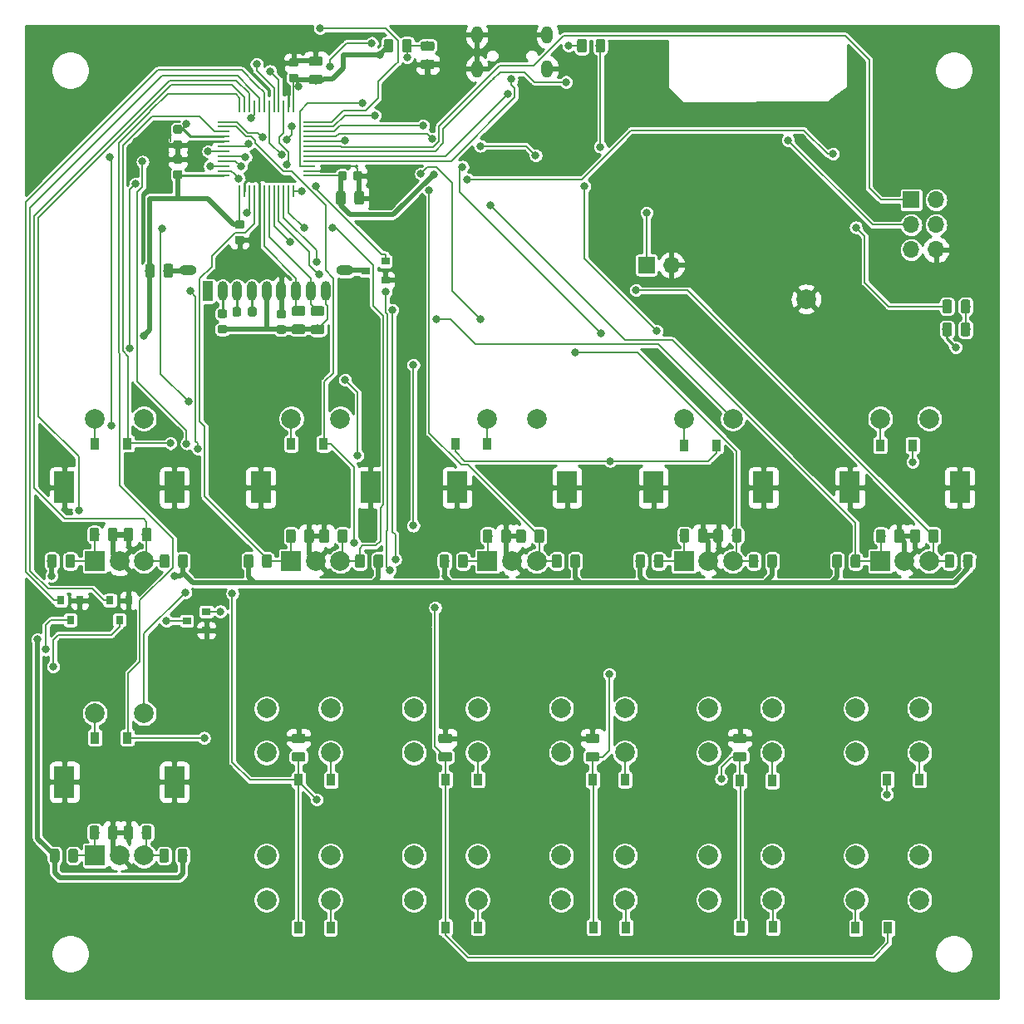
<source format=gbl>
G04 #@! TF.GenerationSoftware,KiCad,Pcbnew,(5.1.0)-1*
G04 #@! TF.CreationDate,2019-03-21T13:58:55+09:00*
G04 #@! TF.ProjectId,LrE-6,4c72452d-362e-46b6-9963-61645f706362,rev?*
G04 #@! TF.SameCoordinates,Original*
G04 #@! TF.FileFunction,Copper,L2,Bot*
G04 #@! TF.FilePolarity,Positive*
%FSLAX46Y46*%
G04 Gerber Fmt 4.6, Leading zero omitted, Abs format (unit mm)*
G04 Created by KiCad (PCBNEW (5.1.0)-1) date 2019-03-21 13:58:55*
%MOMM*%
%LPD*%
G04 APERTURE LIST*
%ADD10C,0.100000*%
%ADD11C,0.975000*%
%ADD12C,2.000000*%
%ADD13R,1.700000X1.700000*%
%ADD14O,1.700000X1.700000*%
%ADD15C,0.875000*%
%ADD16R,0.900000X0.800000*%
%ADD17R,0.800000X0.900000*%
%ADD18R,2.000000X2.000000*%
%ADD19R,2.000000X3.200000*%
%ADD20R,0.900000X1.200000*%
%ADD21R,1.000000X2.000000*%
%ADD22O,1.000000X2.000000*%
%ADD23O,1.800000X1.000000*%
%ADD24O,1.150000X1.800000*%
%ADD25R,0.250000X1.300000*%
%ADD26R,1.300000X0.250000*%
%ADD27C,0.800000*%
%ADD28C,1.500000*%
%ADD29C,0.203200*%
%ADD30C,0.500000*%
%ADD31C,0.254000*%
G04 APERTURE END LIST*
D10*
G36*
X161457642Y-85701174D02*
G01*
X161481303Y-85704684D01*
X161504507Y-85710496D01*
X161527029Y-85718554D01*
X161548653Y-85728782D01*
X161569170Y-85741079D01*
X161588383Y-85755329D01*
X161606107Y-85771393D01*
X161622171Y-85789117D01*
X161636421Y-85808330D01*
X161648718Y-85828847D01*
X161658946Y-85850471D01*
X161667004Y-85872993D01*
X161672816Y-85896197D01*
X161676326Y-85919858D01*
X161677500Y-85943750D01*
X161677500Y-86856250D01*
X161676326Y-86880142D01*
X161672816Y-86903803D01*
X161667004Y-86927007D01*
X161658946Y-86949529D01*
X161648718Y-86971153D01*
X161636421Y-86991670D01*
X161622171Y-87010883D01*
X161606107Y-87028607D01*
X161588383Y-87044671D01*
X161569170Y-87058921D01*
X161548653Y-87071218D01*
X161527029Y-87081446D01*
X161504507Y-87089504D01*
X161481303Y-87095316D01*
X161457642Y-87098826D01*
X161433750Y-87100000D01*
X160946250Y-87100000D01*
X160922358Y-87098826D01*
X160898697Y-87095316D01*
X160875493Y-87089504D01*
X160852971Y-87081446D01*
X160831347Y-87071218D01*
X160810830Y-87058921D01*
X160791617Y-87044671D01*
X160773893Y-87028607D01*
X160757829Y-87010883D01*
X160743579Y-86991670D01*
X160731282Y-86971153D01*
X160721054Y-86949529D01*
X160712996Y-86927007D01*
X160707184Y-86903803D01*
X160703674Y-86880142D01*
X160702500Y-86856250D01*
X160702500Y-85943750D01*
X160703674Y-85919858D01*
X160707184Y-85896197D01*
X160712996Y-85872993D01*
X160721054Y-85850471D01*
X160731282Y-85828847D01*
X160743579Y-85808330D01*
X160757829Y-85789117D01*
X160773893Y-85771393D01*
X160791617Y-85755329D01*
X160810830Y-85741079D01*
X160831347Y-85728782D01*
X160852971Y-85718554D01*
X160875493Y-85710496D01*
X160898697Y-85704684D01*
X160922358Y-85701174D01*
X160946250Y-85700000D01*
X161433750Y-85700000D01*
X161457642Y-85701174D01*
X161457642Y-85701174D01*
G37*
D11*
X161190000Y-86400000D03*
D10*
G36*
X159582642Y-85701174D02*
G01*
X159606303Y-85704684D01*
X159629507Y-85710496D01*
X159652029Y-85718554D01*
X159673653Y-85728782D01*
X159694170Y-85741079D01*
X159713383Y-85755329D01*
X159731107Y-85771393D01*
X159747171Y-85789117D01*
X159761421Y-85808330D01*
X159773718Y-85828847D01*
X159783946Y-85850471D01*
X159792004Y-85872993D01*
X159797816Y-85896197D01*
X159801326Y-85919858D01*
X159802500Y-85943750D01*
X159802500Y-86856250D01*
X159801326Y-86880142D01*
X159797816Y-86903803D01*
X159792004Y-86927007D01*
X159783946Y-86949529D01*
X159773718Y-86971153D01*
X159761421Y-86991670D01*
X159747171Y-87010883D01*
X159731107Y-87028607D01*
X159713383Y-87044671D01*
X159694170Y-87058921D01*
X159673653Y-87071218D01*
X159652029Y-87081446D01*
X159629507Y-87089504D01*
X159606303Y-87095316D01*
X159582642Y-87098826D01*
X159558750Y-87100000D01*
X159071250Y-87100000D01*
X159047358Y-87098826D01*
X159023697Y-87095316D01*
X159000493Y-87089504D01*
X158977971Y-87081446D01*
X158956347Y-87071218D01*
X158935830Y-87058921D01*
X158916617Y-87044671D01*
X158898893Y-87028607D01*
X158882829Y-87010883D01*
X158868579Y-86991670D01*
X158856282Y-86971153D01*
X158846054Y-86949529D01*
X158837996Y-86927007D01*
X158832184Y-86903803D01*
X158828674Y-86880142D01*
X158827500Y-86856250D01*
X158827500Y-85943750D01*
X158828674Y-85919858D01*
X158832184Y-85896197D01*
X158837996Y-85872993D01*
X158846054Y-85850471D01*
X158856282Y-85828847D01*
X158868579Y-85808330D01*
X158882829Y-85789117D01*
X158898893Y-85771393D01*
X158916617Y-85755329D01*
X158935830Y-85741079D01*
X158956347Y-85728782D01*
X158977971Y-85718554D01*
X159000493Y-85710496D01*
X159023697Y-85704684D01*
X159047358Y-85701174D01*
X159071250Y-85700000D01*
X159558750Y-85700000D01*
X159582642Y-85701174D01*
X159582642Y-85701174D01*
G37*
D11*
X159315000Y-86400000D03*
D10*
G36*
X161462642Y-83361174D02*
G01*
X161486303Y-83364684D01*
X161509507Y-83370496D01*
X161532029Y-83378554D01*
X161553653Y-83388782D01*
X161574170Y-83401079D01*
X161593383Y-83415329D01*
X161611107Y-83431393D01*
X161627171Y-83449117D01*
X161641421Y-83468330D01*
X161653718Y-83488847D01*
X161663946Y-83510471D01*
X161672004Y-83532993D01*
X161677816Y-83556197D01*
X161681326Y-83579858D01*
X161682500Y-83603750D01*
X161682500Y-84516250D01*
X161681326Y-84540142D01*
X161677816Y-84563803D01*
X161672004Y-84587007D01*
X161663946Y-84609529D01*
X161653718Y-84631153D01*
X161641421Y-84651670D01*
X161627171Y-84670883D01*
X161611107Y-84688607D01*
X161593383Y-84704671D01*
X161574170Y-84718921D01*
X161553653Y-84731218D01*
X161532029Y-84741446D01*
X161509507Y-84749504D01*
X161486303Y-84755316D01*
X161462642Y-84758826D01*
X161438750Y-84760000D01*
X160951250Y-84760000D01*
X160927358Y-84758826D01*
X160903697Y-84755316D01*
X160880493Y-84749504D01*
X160857971Y-84741446D01*
X160836347Y-84731218D01*
X160815830Y-84718921D01*
X160796617Y-84704671D01*
X160778893Y-84688607D01*
X160762829Y-84670883D01*
X160748579Y-84651670D01*
X160736282Y-84631153D01*
X160726054Y-84609529D01*
X160717996Y-84587007D01*
X160712184Y-84563803D01*
X160708674Y-84540142D01*
X160707500Y-84516250D01*
X160707500Y-83603750D01*
X160708674Y-83579858D01*
X160712184Y-83556197D01*
X160717996Y-83532993D01*
X160726054Y-83510471D01*
X160736282Y-83488847D01*
X160748579Y-83468330D01*
X160762829Y-83449117D01*
X160778893Y-83431393D01*
X160796617Y-83415329D01*
X160815830Y-83401079D01*
X160836347Y-83388782D01*
X160857971Y-83378554D01*
X160880493Y-83370496D01*
X160903697Y-83364684D01*
X160927358Y-83361174D01*
X160951250Y-83360000D01*
X161438750Y-83360000D01*
X161462642Y-83361174D01*
X161462642Y-83361174D01*
G37*
D11*
X161195000Y-84060000D03*
D10*
G36*
X159587642Y-83361174D02*
G01*
X159611303Y-83364684D01*
X159634507Y-83370496D01*
X159657029Y-83378554D01*
X159678653Y-83388782D01*
X159699170Y-83401079D01*
X159718383Y-83415329D01*
X159736107Y-83431393D01*
X159752171Y-83449117D01*
X159766421Y-83468330D01*
X159778718Y-83488847D01*
X159788946Y-83510471D01*
X159797004Y-83532993D01*
X159802816Y-83556197D01*
X159806326Y-83579858D01*
X159807500Y-83603750D01*
X159807500Y-84516250D01*
X159806326Y-84540142D01*
X159802816Y-84563803D01*
X159797004Y-84587007D01*
X159788946Y-84609529D01*
X159778718Y-84631153D01*
X159766421Y-84651670D01*
X159752171Y-84670883D01*
X159736107Y-84688607D01*
X159718383Y-84704671D01*
X159699170Y-84718921D01*
X159678653Y-84731218D01*
X159657029Y-84741446D01*
X159634507Y-84749504D01*
X159611303Y-84755316D01*
X159587642Y-84758826D01*
X159563750Y-84760000D01*
X159076250Y-84760000D01*
X159052358Y-84758826D01*
X159028697Y-84755316D01*
X159005493Y-84749504D01*
X158982971Y-84741446D01*
X158961347Y-84731218D01*
X158940830Y-84718921D01*
X158921617Y-84704671D01*
X158903893Y-84688607D01*
X158887829Y-84670883D01*
X158873579Y-84651670D01*
X158861282Y-84631153D01*
X158851054Y-84609529D01*
X158842996Y-84587007D01*
X158837184Y-84563803D01*
X158833674Y-84540142D01*
X158832500Y-84516250D01*
X158832500Y-83603750D01*
X158833674Y-83579858D01*
X158837184Y-83556197D01*
X158842996Y-83532993D01*
X158851054Y-83510471D01*
X158861282Y-83488847D01*
X158873579Y-83468330D01*
X158887829Y-83449117D01*
X158903893Y-83431393D01*
X158921617Y-83415329D01*
X158940830Y-83401079D01*
X158961347Y-83388782D01*
X158982971Y-83378554D01*
X159005493Y-83370496D01*
X159028697Y-83364684D01*
X159052358Y-83361174D01*
X159076250Y-83360000D01*
X159563750Y-83360000D01*
X159587642Y-83361174D01*
X159587642Y-83361174D01*
G37*
D11*
X159320000Y-84060000D03*
D12*
X144950000Y-83300000D03*
D13*
X128710000Y-79850000D03*
D14*
X131250000Y-79850000D03*
D13*
X155650000Y-73200000D03*
D14*
X158190000Y-73200000D03*
X155650000Y-75740000D03*
X158190000Y-75740000D03*
X155650000Y-78280000D03*
X158190000Y-78280000D03*
D10*
G36*
X91777691Y-84399453D02*
G01*
X91798926Y-84402603D01*
X91819750Y-84407819D01*
X91839962Y-84415051D01*
X91859368Y-84424230D01*
X91877781Y-84435266D01*
X91895024Y-84448054D01*
X91910930Y-84462470D01*
X91925346Y-84478376D01*
X91938134Y-84495619D01*
X91949170Y-84514032D01*
X91958349Y-84533438D01*
X91965581Y-84553650D01*
X91970797Y-84574474D01*
X91973947Y-84595709D01*
X91975000Y-84617150D01*
X91975000Y-85054650D01*
X91973947Y-85076091D01*
X91970797Y-85097326D01*
X91965581Y-85118150D01*
X91958349Y-85138362D01*
X91949170Y-85157768D01*
X91938134Y-85176181D01*
X91925346Y-85193424D01*
X91910930Y-85209330D01*
X91895024Y-85223746D01*
X91877781Y-85236534D01*
X91859368Y-85247570D01*
X91839962Y-85256749D01*
X91819750Y-85263981D01*
X91798926Y-85269197D01*
X91777691Y-85272347D01*
X91756250Y-85273400D01*
X91243750Y-85273400D01*
X91222309Y-85272347D01*
X91201074Y-85269197D01*
X91180250Y-85263981D01*
X91160038Y-85256749D01*
X91140632Y-85247570D01*
X91122219Y-85236534D01*
X91104976Y-85223746D01*
X91089070Y-85209330D01*
X91074654Y-85193424D01*
X91061866Y-85176181D01*
X91050830Y-85157768D01*
X91041651Y-85138362D01*
X91034419Y-85118150D01*
X91029203Y-85097326D01*
X91026053Y-85076091D01*
X91025000Y-85054650D01*
X91025000Y-84617150D01*
X91026053Y-84595709D01*
X91029203Y-84574474D01*
X91034419Y-84553650D01*
X91041651Y-84533438D01*
X91050830Y-84514032D01*
X91061866Y-84495619D01*
X91074654Y-84478376D01*
X91089070Y-84462470D01*
X91104976Y-84448054D01*
X91122219Y-84435266D01*
X91140632Y-84424230D01*
X91160038Y-84415051D01*
X91180250Y-84407819D01*
X91201074Y-84402603D01*
X91222309Y-84399453D01*
X91243750Y-84398400D01*
X91756250Y-84398400D01*
X91777691Y-84399453D01*
X91777691Y-84399453D01*
G37*
D15*
X91500000Y-84835900D03*
D10*
G36*
X91777691Y-85974453D02*
G01*
X91798926Y-85977603D01*
X91819750Y-85982819D01*
X91839962Y-85990051D01*
X91859368Y-85999230D01*
X91877781Y-86010266D01*
X91895024Y-86023054D01*
X91910930Y-86037470D01*
X91925346Y-86053376D01*
X91938134Y-86070619D01*
X91949170Y-86089032D01*
X91958349Y-86108438D01*
X91965581Y-86128650D01*
X91970797Y-86149474D01*
X91973947Y-86170709D01*
X91975000Y-86192150D01*
X91975000Y-86629650D01*
X91973947Y-86651091D01*
X91970797Y-86672326D01*
X91965581Y-86693150D01*
X91958349Y-86713362D01*
X91949170Y-86732768D01*
X91938134Y-86751181D01*
X91925346Y-86768424D01*
X91910930Y-86784330D01*
X91895024Y-86798746D01*
X91877781Y-86811534D01*
X91859368Y-86822570D01*
X91839962Y-86831749D01*
X91819750Y-86838981D01*
X91798926Y-86844197D01*
X91777691Y-86847347D01*
X91756250Y-86848400D01*
X91243750Y-86848400D01*
X91222309Y-86847347D01*
X91201074Y-86844197D01*
X91180250Y-86838981D01*
X91160038Y-86831749D01*
X91140632Y-86822570D01*
X91122219Y-86811534D01*
X91104976Y-86798746D01*
X91089070Y-86784330D01*
X91074654Y-86768424D01*
X91061866Y-86751181D01*
X91050830Y-86732768D01*
X91041651Y-86713362D01*
X91034419Y-86693150D01*
X91029203Y-86672326D01*
X91026053Y-86651091D01*
X91025000Y-86629650D01*
X91025000Y-86192150D01*
X91026053Y-86170709D01*
X91029203Y-86149474D01*
X91034419Y-86128650D01*
X91041651Y-86108438D01*
X91050830Y-86089032D01*
X91061866Y-86070619D01*
X91074654Y-86053376D01*
X91089070Y-86037470D01*
X91104976Y-86023054D01*
X91122219Y-86010266D01*
X91140632Y-85999230D01*
X91160038Y-85990051D01*
X91180250Y-85982819D01*
X91201074Y-85977603D01*
X91222309Y-85974453D01*
X91243750Y-85973400D01*
X91756250Y-85973400D01*
X91777691Y-85974453D01*
X91777691Y-85974453D01*
G37*
D15*
X91500000Y-86410900D03*
D10*
G36*
X85768991Y-84363853D02*
G01*
X85790226Y-84367003D01*
X85811050Y-84372219D01*
X85831262Y-84379451D01*
X85850668Y-84388630D01*
X85869081Y-84399666D01*
X85886324Y-84412454D01*
X85902230Y-84426870D01*
X85916646Y-84442776D01*
X85929434Y-84460019D01*
X85940470Y-84478432D01*
X85949649Y-84497838D01*
X85956881Y-84518050D01*
X85962097Y-84538874D01*
X85965247Y-84560109D01*
X85966300Y-84581550D01*
X85966300Y-85019050D01*
X85965247Y-85040491D01*
X85962097Y-85061726D01*
X85956881Y-85082550D01*
X85949649Y-85102762D01*
X85940470Y-85122168D01*
X85929434Y-85140581D01*
X85916646Y-85157824D01*
X85902230Y-85173730D01*
X85886324Y-85188146D01*
X85869081Y-85200934D01*
X85850668Y-85211970D01*
X85831262Y-85221149D01*
X85811050Y-85228381D01*
X85790226Y-85233597D01*
X85768991Y-85236747D01*
X85747550Y-85237800D01*
X85235050Y-85237800D01*
X85213609Y-85236747D01*
X85192374Y-85233597D01*
X85171550Y-85228381D01*
X85151338Y-85221149D01*
X85131932Y-85211970D01*
X85113519Y-85200934D01*
X85096276Y-85188146D01*
X85080370Y-85173730D01*
X85065954Y-85157824D01*
X85053166Y-85140581D01*
X85042130Y-85122168D01*
X85032951Y-85102762D01*
X85025719Y-85082550D01*
X85020503Y-85061726D01*
X85017353Y-85040491D01*
X85016300Y-85019050D01*
X85016300Y-84581550D01*
X85017353Y-84560109D01*
X85020503Y-84538874D01*
X85025719Y-84518050D01*
X85032951Y-84497838D01*
X85042130Y-84478432D01*
X85053166Y-84460019D01*
X85065954Y-84442776D01*
X85080370Y-84426870D01*
X85096276Y-84412454D01*
X85113519Y-84399666D01*
X85131932Y-84388630D01*
X85151338Y-84379451D01*
X85171550Y-84372219D01*
X85192374Y-84367003D01*
X85213609Y-84363853D01*
X85235050Y-84362800D01*
X85747550Y-84362800D01*
X85768991Y-84363853D01*
X85768991Y-84363853D01*
G37*
D15*
X85491300Y-84800300D03*
D10*
G36*
X85768991Y-85938853D02*
G01*
X85790226Y-85942003D01*
X85811050Y-85947219D01*
X85831262Y-85954451D01*
X85850668Y-85963630D01*
X85869081Y-85974666D01*
X85886324Y-85987454D01*
X85902230Y-86001870D01*
X85916646Y-86017776D01*
X85929434Y-86035019D01*
X85940470Y-86053432D01*
X85949649Y-86072838D01*
X85956881Y-86093050D01*
X85962097Y-86113874D01*
X85965247Y-86135109D01*
X85966300Y-86156550D01*
X85966300Y-86594050D01*
X85965247Y-86615491D01*
X85962097Y-86636726D01*
X85956881Y-86657550D01*
X85949649Y-86677762D01*
X85940470Y-86697168D01*
X85929434Y-86715581D01*
X85916646Y-86732824D01*
X85902230Y-86748730D01*
X85886324Y-86763146D01*
X85869081Y-86775934D01*
X85850668Y-86786970D01*
X85831262Y-86796149D01*
X85811050Y-86803381D01*
X85790226Y-86808597D01*
X85768991Y-86811747D01*
X85747550Y-86812800D01*
X85235050Y-86812800D01*
X85213609Y-86811747D01*
X85192374Y-86808597D01*
X85171550Y-86803381D01*
X85151338Y-86796149D01*
X85131932Y-86786970D01*
X85113519Y-86775934D01*
X85096276Y-86763146D01*
X85080370Y-86748730D01*
X85065954Y-86732824D01*
X85053166Y-86715581D01*
X85042130Y-86697168D01*
X85032951Y-86677762D01*
X85025719Y-86657550D01*
X85020503Y-86636726D01*
X85017353Y-86615491D01*
X85016300Y-86594050D01*
X85016300Y-86156550D01*
X85017353Y-86135109D01*
X85020503Y-86113874D01*
X85025719Y-86093050D01*
X85032951Y-86072838D01*
X85042130Y-86053432D01*
X85053166Y-86035019D01*
X85065954Y-86017776D01*
X85080370Y-86001870D01*
X85096276Y-85987454D01*
X85113519Y-85974666D01*
X85131932Y-85963630D01*
X85151338Y-85954451D01*
X85171550Y-85947219D01*
X85192374Y-85942003D01*
X85213609Y-85938853D01*
X85235050Y-85937800D01*
X85747550Y-85937800D01*
X85768991Y-85938853D01*
X85768991Y-85938853D01*
G37*
D15*
X85491300Y-86375300D03*
D10*
G36*
X97952691Y-70276053D02*
G01*
X97973926Y-70279203D01*
X97994750Y-70284419D01*
X98014962Y-70291651D01*
X98034368Y-70300830D01*
X98052781Y-70311866D01*
X98070024Y-70324654D01*
X98085930Y-70339070D01*
X98100346Y-70354976D01*
X98113134Y-70372219D01*
X98124170Y-70390632D01*
X98133349Y-70410038D01*
X98140581Y-70430250D01*
X98145797Y-70451074D01*
X98148947Y-70472309D01*
X98150000Y-70493750D01*
X98150000Y-71006250D01*
X98148947Y-71027691D01*
X98145797Y-71048926D01*
X98140581Y-71069750D01*
X98133349Y-71089962D01*
X98124170Y-71109368D01*
X98113134Y-71127781D01*
X98100346Y-71145024D01*
X98085930Y-71160930D01*
X98070024Y-71175346D01*
X98052781Y-71188134D01*
X98034368Y-71199170D01*
X98014962Y-71208349D01*
X97994750Y-71215581D01*
X97973926Y-71220797D01*
X97952691Y-71223947D01*
X97931250Y-71225000D01*
X97493750Y-71225000D01*
X97472309Y-71223947D01*
X97451074Y-71220797D01*
X97430250Y-71215581D01*
X97410038Y-71208349D01*
X97390632Y-71199170D01*
X97372219Y-71188134D01*
X97354976Y-71175346D01*
X97339070Y-71160930D01*
X97324654Y-71145024D01*
X97311866Y-71127781D01*
X97300830Y-71109368D01*
X97291651Y-71089962D01*
X97284419Y-71069750D01*
X97279203Y-71048926D01*
X97276053Y-71027691D01*
X97275000Y-71006250D01*
X97275000Y-70493750D01*
X97276053Y-70472309D01*
X97279203Y-70451074D01*
X97284419Y-70430250D01*
X97291651Y-70410038D01*
X97300830Y-70390632D01*
X97311866Y-70372219D01*
X97324654Y-70354976D01*
X97339070Y-70339070D01*
X97354976Y-70324654D01*
X97372219Y-70311866D01*
X97390632Y-70300830D01*
X97410038Y-70291651D01*
X97430250Y-70284419D01*
X97451074Y-70279203D01*
X97472309Y-70276053D01*
X97493750Y-70275000D01*
X97931250Y-70275000D01*
X97952691Y-70276053D01*
X97952691Y-70276053D01*
G37*
D15*
X97712500Y-70750000D03*
D10*
G36*
X99527691Y-70276053D02*
G01*
X99548926Y-70279203D01*
X99569750Y-70284419D01*
X99589962Y-70291651D01*
X99609368Y-70300830D01*
X99627781Y-70311866D01*
X99645024Y-70324654D01*
X99660930Y-70339070D01*
X99675346Y-70354976D01*
X99688134Y-70372219D01*
X99699170Y-70390632D01*
X99708349Y-70410038D01*
X99715581Y-70430250D01*
X99720797Y-70451074D01*
X99723947Y-70472309D01*
X99725000Y-70493750D01*
X99725000Y-71006250D01*
X99723947Y-71027691D01*
X99720797Y-71048926D01*
X99715581Y-71069750D01*
X99708349Y-71089962D01*
X99699170Y-71109368D01*
X99688134Y-71127781D01*
X99675346Y-71145024D01*
X99660930Y-71160930D01*
X99645024Y-71175346D01*
X99627781Y-71188134D01*
X99609368Y-71199170D01*
X99589962Y-71208349D01*
X99569750Y-71215581D01*
X99548926Y-71220797D01*
X99527691Y-71223947D01*
X99506250Y-71225000D01*
X99068750Y-71225000D01*
X99047309Y-71223947D01*
X99026074Y-71220797D01*
X99005250Y-71215581D01*
X98985038Y-71208349D01*
X98965632Y-71199170D01*
X98947219Y-71188134D01*
X98929976Y-71175346D01*
X98914070Y-71160930D01*
X98899654Y-71145024D01*
X98886866Y-71127781D01*
X98875830Y-71109368D01*
X98866651Y-71089962D01*
X98859419Y-71069750D01*
X98854203Y-71048926D01*
X98851053Y-71027691D01*
X98850000Y-71006250D01*
X98850000Y-70493750D01*
X98851053Y-70472309D01*
X98854203Y-70451074D01*
X98859419Y-70430250D01*
X98866651Y-70410038D01*
X98875830Y-70390632D01*
X98886866Y-70372219D01*
X98899654Y-70354976D01*
X98914070Y-70339070D01*
X98929976Y-70324654D01*
X98947219Y-70311866D01*
X98965632Y-70300830D01*
X98985038Y-70291651D01*
X99005250Y-70284419D01*
X99026074Y-70279203D01*
X99047309Y-70276053D01*
X99068750Y-70275000D01*
X99506250Y-70275000D01*
X99527691Y-70276053D01*
X99527691Y-70276053D01*
G37*
D15*
X99287500Y-70750000D03*
D10*
G36*
X93027691Y-60351053D02*
G01*
X93048926Y-60354203D01*
X93069750Y-60359419D01*
X93089962Y-60366651D01*
X93109368Y-60375830D01*
X93127781Y-60386866D01*
X93145024Y-60399654D01*
X93160930Y-60414070D01*
X93175346Y-60429976D01*
X93188134Y-60447219D01*
X93199170Y-60465632D01*
X93208349Y-60485038D01*
X93215581Y-60505250D01*
X93220797Y-60526074D01*
X93223947Y-60547309D01*
X93225000Y-60568750D01*
X93225000Y-61006250D01*
X93223947Y-61027691D01*
X93220797Y-61048926D01*
X93215581Y-61069750D01*
X93208349Y-61089962D01*
X93199170Y-61109368D01*
X93188134Y-61127781D01*
X93175346Y-61145024D01*
X93160930Y-61160930D01*
X93145024Y-61175346D01*
X93127781Y-61188134D01*
X93109368Y-61199170D01*
X93089962Y-61208349D01*
X93069750Y-61215581D01*
X93048926Y-61220797D01*
X93027691Y-61223947D01*
X93006250Y-61225000D01*
X92493750Y-61225000D01*
X92472309Y-61223947D01*
X92451074Y-61220797D01*
X92430250Y-61215581D01*
X92410038Y-61208349D01*
X92390632Y-61199170D01*
X92372219Y-61188134D01*
X92354976Y-61175346D01*
X92339070Y-61160930D01*
X92324654Y-61145024D01*
X92311866Y-61127781D01*
X92300830Y-61109368D01*
X92291651Y-61089962D01*
X92284419Y-61069750D01*
X92279203Y-61048926D01*
X92276053Y-61027691D01*
X92275000Y-61006250D01*
X92275000Y-60568750D01*
X92276053Y-60547309D01*
X92279203Y-60526074D01*
X92284419Y-60505250D01*
X92291651Y-60485038D01*
X92300830Y-60465632D01*
X92311866Y-60447219D01*
X92324654Y-60429976D01*
X92339070Y-60414070D01*
X92354976Y-60399654D01*
X92372219Y-60386866D01*
X92390632Y-60375830D01*
X92410038Y-60366651D01*
X92430250Y-60359419D01*
X92451074Y-60354203D01*
X92472309Y-60351053D01*
X92493750Y-60350000D01*
X93006250Y-60350000D01*
X93027691Y-60351053D01*
X93027691Y-60351053D01*
G37*
D15*
X92750000Y-60787500D03*
D10*
G36*
X93027691Y-58776053D02*
G01*
X93048926Y-58779203D01*
X93069750Y-58784419D01*
X93089962Y-58791651D01*
X93109368Y-58800830D01*
X93127781Y-58811866D01*
X93145024Y-58824654D01*
X93160930Y-58839070D01*
X93175346Y-58854976D01*
X93188134Y-58872219D01*
X93199170Y-58890632D01*
X93208349Y-58910038D01*
X93215581Y-58930250D01*
X93220797Y-58951074D01*
X93223947Y-58972309D01*
X93225000Y-58993750D01*
X93225000Y-59431250D01*
X93223947Y-59452691D01*
X93220797Y-59473926D01*
X93215581Y-59494750D01*
X93208349Y-59514962D01*
X93199170Y-59534368D01*
X93188134Y-59552781D01*
X93175346Y-59570024D01*
X93160930Y-59585930D01*
X93145024Y-59600346D01*
X93127781Y-59613134D01*
X93109368Y-59624170D01*
X93089962Y-59633349D01*
X93069750Y-59640581D01*
X93048926Y-59645797D01*
X93027691Y-59648947D01*
X93006250Y-59650000D01*
X92493750Y-59650000D01*
X92472309Y-59648947D01*
X92451074Y-59645797D01*
X92430250Y-59640581D01*
X92410038Y-59633349D01*
X92390632Y-59624170D01*
X92372219Y-59613134D01*
X92354976Y-59600346D01*
X92339070Y-59585930D01*
X92324654Y-59570024D01*
X92311866Y-59552781D01*
X92300830Y-59534368D01*
X92291651Y-59514962D01*
X92284419Y-59494750D01*
X92279203Y-59473926D01*
X92276053Y-59452691D01*
X92275000Y-59431250D01*
X92275000Y-58993750D01*
X92276053Y-58972309D01*
X92279203Y-58951074D01*
X92284419Y-58930250D01*
X92291651Y-58910038D01*
X92300830Y-58890632D01*
X92311866Y-58872219D01*
X92324654Y-58854976D01*
X92339070Y-58839070D01*
X92354976Y-58824654D01*
X92372219Y-58811866D01*
X92390632Y-58800830D01*
X92410038Y-58791651D01*
X92430250Y-58784419D01*
X92451074Y-58779203D01*
X92472309Y-58776053D01*
X92493750Y-58775000D01*
X93006250Y-58775000D01*
X93027691Y-58776053D01*
X93027691Y-58776053D01*
G37*
D15*
X92750000Y-59212500D03*
D10*
G36*
X81227691Y-65576053D02*
G01*
X81248926Y-65579203D01*
X81269750Y-65584419D01*
X81289962Y-65591651D01*
X81309368Y-65600830D01*
X81327781Y-65611866D01*
X81345024Y-65624654D01*
X81360930Y-65639070D01*
X81375346Y-65654976D01*
X81388134Y-65672219D01*
X81399170Y-65690632D01*
X81408349Y-65710038D01*
X81415581Y-65730250D01*
X81420797Y-65751074D01*
X81423947Y-65772309D01*
X81425000Y-65793750D01*
X81425000Y-66231250D01*
X81423947Y-66252691D01*
X81420797Y-66273926D01*
X81415581Y-66294750D01*
X81408349Y-66314962D01*
X81399170Y-66334368D01*
X81388134Y-66352781D01*
X81375346Y-66370024D01*
X81360930Y-66385930D01*
X81345024Y-66400346D01*
X81327781Y-66413134D01*
X81309368Y-66424170D01*
X81289962Y-66433349D01*
X81269750Y-66440581D01*
X81248926Y-66445797D01*
X81227691Y-66448947D01*
X81206250Y-66450000D01*
X80693750Y-66450000D01*
X80672309Y-66448947D01*
X80651074Y-66445797D01*
X80630250Y-66440581D01*
X80610038Y-66433349D01*
X80590632Y-66424170D01*
X80572219Y-66413134D01*
X80554976Y-66400346D01*
X80539070Y-66385930D01*
X80524654Y-66370024D01*
X80511866Y-66352781D01*
X80500830Y-66334368D01*
X80491651Y-66314962D01*
X80484419Y-66294750D01*
X80479203Y-66273926D01*
X80476053Y-66252691D01*
X80475000Y-66231250D01*
X80475000Y-65793750D01*
X80476053Y-65772309D01*
X80479203Y-65751074D01*
X80484419Y-65730250D01*
X80491651Y-65710038D01*
X80500830Y-65690632D01*
X80511866Y-65672219D01*
X80524654Y-65654976D01*
X80539070Y-65639070D01*
X80554976Y-65624654D01*
X80572219Y-65611866D01*
X80590632Y-65600830D01*
X80610038Y-65591651D01*
X80630250Y-65584419D01*
X80651074Y-65579203D01*
X80672309Y-65576053D01*
X80693750Y-65575000D01*
X81206250Y-65575000D01*
X81227691Y-65576053D01*
X81227691Y-65576053D01*
G37*
D15*
X80950000Y-66012500D03*
D10*
G36*
X81227691Y-67151053D02*
G01*
X81248926Y-67154203D01*
X81269750Y-67159419D01*
X81289962Y-67166651D01*
X81309368Y-67175830D01*
X81327781Y-67186866D01*
X81345024Y-67199654D01*
X81360930Y-67214070D01*
X81375346Y-67229976D01*
X81388134Y-67247219D01*
X81399170Y-67265632D01*
X81408349Y-67285038D01*
X81415581Y-67305250D01*
X81420797Y-67326074D01*
X81423947Y-67347309D01*
X81425000Y-67368750D01*
X81425000Y-67806250D01*
X81423947Y-67827691D01*
X81420797Y-67848926D01*
X81415581Y-67869750D01*
X81408349Y-67889962D01*
X81399170Y-67909368D01*
X81388134Y-67927781D01*
X81375346Y-67945024D01*
X81360930Y-67960930D01*
X81345024Y-67975346D01*
X81327781Y-67988134D01*
X81309368Y-67999170D01*
X81289962Y-68008349D01*
X81269750Y-68015581D01*
X81248926Y-68020797D01*
X81227691Y-68023947D01*
X81206250Y-68025000D01*
X80693750Y-68025000D01*
X80672309Y-68023947D01*
X80651074Y-68020797D01*
X80630250Y-68015581D01*
X80610038Y-68008349D01*
X80590632Y-67999170D01*
X80572219Y-67988134D01*
X80554976Y-67975346D01*
X80539070Y-67960930D01*
X80524654Y-67945024D01*
X80511866Y-67927781D01*
X80500830Y-67909368D01*
X80491651Y-67889962D01*
X80484419Y-67869750D01*
X80479203Y-67848926D01*
X80476053Y-67827691D01*
X80475000Y-67806250D01*
X80475000Y-67368750D01*
X80476053Y-67347309D01*
X80479203Y-67326074D01*
X80484419Y-67305250D01*
X80491651Y-67285038D01*
X80500830Y-67265632D01*
X80511866Y-67247219D01*
X80524654Y-67229976D01*
X80539070Y-67214070D01*
X80554976Y-67199654D01*
X80572219Y-67186866D01*
X80590632Y-67175830D01*
X80610038Y-67166651D01*
X80630250Y-67159419D01*
X80651074Y-67154203D01*
X80672309Y-67151053D01*
X80693750Y-67150000D01*
X81206250Y-67150000D01*
X81227691Y-67151053D01*
X81227691Y-67151053D01*
G37*
D15*
X80950000Y-67587500D03*
D10*
G36*
X81227691Y-68613553D02*
G01*
X81248926Y-68616703D01*
X81269750Y-68621919D01*
X81289962Y-68629151D01*
X81309368Y-68638330D01*
X81327781Y-68649366D01*
X81345024Y-68662154D01*
X81360930Y-68676570D01*
X81375346Y-68692476D01*
X81388134Y-68709719D01*
X81399170Y-68728132D01*
X81408349Y-68747538D01*
X81415581Y-68767750D01*
X81420797Y-68788574D01*
X81423947Y-68809809D01*
X81425000Y-68831250D01*
X81425000Y-69268750D01*
X81423947Y-69290191D01*
X81420797Y-69311426D01*
X81415581Y-69332250D01*
X81408349Y-69352462D01*
X81399170Y-69371868D01*
X81388134Y-69390281D01*
X81375346Y-69407524D01*
X81360930Y-69423430D01*
X81345024Y-69437846D01*
X81327781Y-69450634D01*
X81309368Y-69461670D01*
X81289962Y-69470849D01*
X81269750Y-69478081D01*
X81248926Y-69483297D01*
X81227691Y-69486447D01*
X81206250Y-69487500D01*
X80693750Y-69487500D01*
X80672309Y-69486447D01*
X80651074Y-69483297D01*
X80630250Y-69478081D01*
X80610038Y-69470849D01*
X80590632Y-69461670D01*
X80572219Y-69450634D01*
X80554976Y-69437846D01*
X80539070Y-69423430D01*
X80524654Y-69407524D01*
X80511866Y-69390281D01*
X80500830Y-69371868D01*
X80491651Y-69352462D01*
X80484419Y-69332250D01*
X80479203Y-69311426D01*
X80476053Y-69290191D01*
X80475000Y-69268750D01*
X80475000Y-68831250D01*
X80476053Y-68809809D01*
X80479203Y-68788574D01*
X80484419Y-68767750D01*
X80491651Y-68747538D01*
X80500830Y-68728132D01*
X80511866Y-68709719D01*
X80524654Y-68692476D01*
X80539070Y-68676570D01*
X80554976Y-68662154D01*
X80572219Y-68649366D01*
X80590632Y-68638330D01*
X80610038Y-68629151D01*
X80630250Y-68621919D01*
X80651074Y-68616703D01*
X80672309Y-68613553D01*
X80693750Y-68612500D01*
X81206250Y-68612500D01*
X81227691Y-68613553D01*
X81227691Y-68613553D01*
G37*
D15*
X80950000Y-69050000D03*
D10*
G36*
X81227691Y-70188553D02*
G01*
X81248926Y-70191703D01*
X81269750Y-70196919D01*
X81289962Y-70204151D01*
X81309368Y-70213330D01*
X81327781Y-70224366D01*
X81345024Y-70237154D01*
X81360930Y-70251570D01*
X81375346Y-70267476D01*
X81388134Y-70284719D01*
X81399170Y-70303132D01*
X81408349Y-70322538D01*
X81415581Y-70342750D01*
X81420797Y-70363574D01*
X81423947Y-70384809D01*
X81425000Y-70406250D01*
X81425000Y-70843750D01*
X81423947Y-70865191D01*
X81420797Y-70886426D01*
X81415581Y-70907250D01*
X81408349Y-70927462D01*
X81399170Y-70946868D01*
X81388134Y-70965281D01*
X81375346Y-70982524D01*
X81360930Y-70998430D01*
X81345024Y-71012846D01*
X81327781Y-71025634D01*
X81309368Y-71036670D01*
X81289962Y-71045849D01*
X81269750Y-71053081D01*
X81248926Y-71058297D01*
X81227691Y-71061447D01*
X81206250Y-71062500D01*
X80693750Y-71062500D01*
X80672309Y-71061447D01*
X80651074Y-71058297D01*
X80630250Y-71053081D01*
X80610038Y-71045849D01*
X80590632Y-71036670D01*
X80572219Y-71025634D01*
X80554976Y-71012846D01*
X80539070Y-70998430D01*
X80524654Y-70982524D01*
X80511866Y-70965281D01*
X80500830Y-70946868D01*
X80491651Y-70927462D01*
X80484419Y-70907250D01*
X80479203Y-70886426D01*
X80476053Y-70865191D01*
X80475000Y-70843750D01*
X80475000Y-70406250D01*
X80476053Y-70384809D01*
X80479203Y-70363574D01*
X80484419Y-70342750D01*
X80491651Y-70322538D01*
X80500830Y-70303132D01*
X80511866Y-70284719D01*
X80524654Y-70267476D01*
X80539070Y-70251570D01*
X80554976Y-70237154D01*
X80572219Y-70224366D01*
X80590632Y-70213330D01*
X80610038Y-70204151D01*
X80630250Y-70196919D01*
X80651074Y-70191703D01*
X80672309Y-70188553D01*
X80693750Y-70187500D01*
X81206250Y-70187500D01*
X81227691Y-70188553D01*
X81227691Y-70188553D01*
G37*
D15*
X80950000Y-70625000D03*
D10*
G36*
X87527691Y-75276053D02*
G01*
X87548926Y-75279203D01*
X87569750Y-75284419D01*
X87589962Y-75291651D01*
X87609368Y-75300830D01*
X87627781Y-75311866D01*
X87645024Y-75324654D01*
X87660930Y-75339070D01*
X87675346Y-75354976D01*
X87688134Y-75372219D01*
X87699170Y-75390632D01*
X87708349Y-75410038D01*
X87715581Y-75430250D01*
X87720797Y-75451074D01*
X87723947Y-75472309D01*
X87725000Y-75493750D01*
X87725000Y-75931250D01*
X87723947Y-75952691D01*
X87720797Y-75973926D01*
X87715581Y-75994750D01*
X87708349Y-76014962D01*
X87699170Y-76034368D01*
X87688134Y-76052781D01*
X87675346Y-76070024D01*
X87660930Y-76085930D01*
X87645024Y-76100346D01*
X87627781Y-76113134D01*
X87609368Y-76124170D01*
X87589962Y-76133349D01*
X87569750Y-76140581D01*
X87548926Y-76145797D01*
X87527691Y-76148947D01*
X87506250Y-76150000D01*
X86993750Y-76150000D01*
X86972309Y-76148947D01*
X86951074Y-76145797D01*
X86930250Y-76140581D01*
X86910038Y-76133349D01*
X86890632Y-76124170D01*
X86872219Y-76113134D01*
X86854976Y-76100346D01*
X86839070Y-76085930D01*
X86824654Y-76070024D01*
X86811866Y-76052781D01*
X86800830Y-76034368D01*
X86791651Y-76014962D01*
X86784419Y-75994750D01*
X86779203Y-75973926D01*
X86776053Y-75952691D01*
X86775000Y-75931250D01*
X86775000Y-75493750D01*
X86776053Y-75472309D01*
X86779203Y-75451074D01*
X86784419Y-75430250D01*
X86791651Y-75410038D01*
X86800830Y-75390632D01*
X86811866Y-75372219D01*
X86824654Y-75354976D01*
X86839070Y-75339070D01*
X86854976Y-75324654D01*
X86872219Y-75311866D01*
X86890632Y-75300830D01*
X86910038Y-75291651D01*
X86930250Y-75284419D01*
X86951074Y-75279203D01*
X86972309Y-75276053D01*
X86993750Y-75275000D01*
X87506250Y-75275000D01*
X87527691Y-75276053D01*
X87527691Y-75276053D01*
G37*
D15*
X87250000Y-75712500D03*
D10*
G36*
X87527691Y-76851053D02*
G01*
X87548926Y-76854203D01*
X87569750Y-76859419D01*
X87589962Y-76866651D01*
X87609368Y-76875830D01*
X87627781Y-76886866D01*
X87645024Y-76899654D01*
X87660930Y-76914070D01*
X87675346Y-76929976D01*
X87688134Y-76947219D01*
X87699170Y-76965632D01*
X87708349Y-76985038D01*
X87715581Y-77005250D01*
X87720797Y-77026074D01*
X87723947Y-77047309D01*
X87725000Y-77068750D01*
X87725000Y-77506250D01*
X87723947Y-77527691D01*
X87720797Y-77548926D01*
X87715581Y-77569750D01*
X87708349Y-77589962D01*
X87699170Y-77609368D01*
X87688134Y-77627781D01*
X87675346Y-77645024D01*
X87660930Y-77660930D01*
X87645024Y-77675346D01*
X87627781Y-77688134D01*
X87609368Y-77699170D01*
X87589962Y-77708349D01*
X87569750Y-77715581D01*
X87548926Y-77720797D01*
X87527691Y-77723947D01*
X87506250Y-77725000D01*
X86993750Y-77725000D01*
X86972309Y-77723947D01*
X86951074Y-77720797D01*
X86930250Y-77715581D01*
X86910038Y-77708349D01*
X86890632Y-77699170D01*
X86872219Y-77688134D01*
X86854976Y-77675346D01*
X86839070Y-77660930D01*
X86824654Y-77645024D01*
X86811866Y-77627781D01*
X86800830Y-77609368D01*
X86791651Y-77589962D01*
X86784419Y-77569750D01*
X86779203Y-77548926D01*
X86776053Y-77527691D01*
X86775000Y-77506250D01*
X86775000Y-77068750D01*
X86776053Y-77047309D01*
X86779203Y-77026074D01*
X86784419Y-77005250D01*
X86791651Y-76985038D01*
X86800830Y-76965632D01*
X86811866Y-76947219D01*
X86824654Y-76929976D01*
X86839070Y-76914070D01*
X86854976Y-76899654D01*
X86872219Y-76886866D01*
X86890632Y-76875830D01*
X86910038Y-76866651D01*
X86930250Y-76859419D01*
X86951074Y-76854203D01*
X86972309Y-76851053D01*
X86993750Y-76850000D01*
X87506250Y-76850000D01*
X87527691Y-76851053D01*
X87527691Y-76851053D01*
G37*
D15*
X87250000Y-77287500D03*
D10*
G36*
X87202691Y-84126053D02*
G01*
X87223926Y-84129203D01*
X87244750Y-84134419D01*
X87264962Y-84141651D01*
X87284368Y-84150830D01*
X87302781Y-84161866D01*
X87320024Y-84174654D01*
X87335930Y-84189070D01*
X87350346Y-84204976D01*
X87363134Y-84222219D01*
X87374170Y-84240632D01*
X87383349Y-84260038D01*
X87390581Y-84280250D01*
X87395797Y-84301074D01*
X87398947Y-84322309D01*
X87400000Y-84343750D01*
X87400000Y-84856250D01*
X87398947Y-84877691D01*
X87395797Y-84898926D01*
X87390581Y-84919750D01*
X87383349Y-84939962D01*
X87374170Y-84959368D01*
X87363134Y-84977781D01*
X87350346Y-84995024D01*
X87335930Y-85010930D01*
X87320024Y-85025346D01*
X87302781Y-85038134D01*
X87284368Y-85049170D01*
X87264962Y-85058349D01*
X87244750Y-85065581D01*
X87223926Y-85070797D01*
X87202691Y-85073947D01*
X87181250Y-85075000D01*
X86743750Y-85075000D01*
X86722309Y-85073947D01*
X86701074Y-85070797D01*
X86680250Y-85065581D01*
X86660038Y-85058349D01*
X86640632Y-85049170D01*
X86622219Y-85038134D01*
X86604976Y-85025346D01*
X86589070Y-85010930D01*
X86574654Y-84995024D01*
X86561866Y-84977781D01*
X86550830Y-84959368D01*
X86541651Y-84939962D01*
X86534419Y-84919750D01*
X86529203Y-84898926D01*
X86526053Y-84877691D01*
X86525000Y-84856250D01*
X86525000Y-84343750D01*
X86526053Y-84322309D01*
X86529203Y-84301074D01*
X86534419Y-84280250D01*
X86541651Y-84260038D01*
X86550830Y-84240632D01*
X86561866Y-84222219D01*
X86574654Y-84204976D01*
X86589070Y-84189070D01*
X86604976Y-84174654D01*
X86622219Y-84161866D01*
X86640632Y-84150830D01*
X86660038Y-84141651D01*
X86680250Y-84134419D01*
X86701074Y-84129203D01*
X86722309Y-84126053D01*
X86743750Y-84125000D01*
X87181250Y-84125000D01*
X87202691Y-84126053D01*
X87202691Y-84126053D01*
G37*
D15*
X86962500Y-84600000D03*
D10*
G36*
X88777691Y-84126053D02*
G01*
X88798926Y-84129203D01*
X88819750Y-84134419D01*
X88839962Y-84141651D01*
X88859368Y-84150830D01*
X88877781Y-84161866D01*
X88895024Y-84174654D01*
X88910930Y-84189070D01*
X88925346Y-84204976D01*
X88938134Y-84222219D01*
X88949170Y-84240632D01*
X88958349Y-84260038D01*
X88965581Y-84280250D01*
X88970797Y-84301074D01*
X88973947Y-84322309D01*
X88975000Y-84343750D01*
X88975000Y-84856250D01*
X88973947Y-84877691D01*
X88970797Y-84898926D01*
X88965581Y-84919750D01*
X88958349Y-84939962D01*
X88949170Y-84959368D01*
X88938134Y-84977781D01*
X88925346Y-84995024D01*
X88910930Y-85010930D01*
X88895024Y-85025346D01*
X88877781Y-85038134D01*
X88859368Y-85049170D01*
X88839962Y-85058349D01*
X88819750Y-85065581D01*
X88798926Y-85070797D01*
X88777691Y-85073947D01*
X88756250Y-85075000D01*
X88318750Y-85075000D01*
X88297309Y-85073947D01*
X88276074Y-85070797D01*
X88255250Y-85065581D01*
X88235038Y-85058349D01*
X88215632Y-85049170D01*
X88197219Y-85038134D01*
X88179976Y-85025346D01*
X88164070Y-85010930D01*
X88149654Y-84995024D01*
X88136866Y-84977781D01*
X88125830Y-84959368D01*
X88116651Y-84939962D01*
X88109419Y-84919750D01*
X88104203Y-84898926D01*
X88101053Y-84877691D01*
X88100000Y-84856250D01*
X88100000Y-84343750D01*
X88101053Y-84322309D01*
X88104203Y-84301074D01*
X88109419Y-84280250D01*
X88116651Y-84260038D01*
X88125830Y-84240632D01*
X88136866Y-84222219D01*
X88149654Y-84204976D01*
X88164070Y-84189070D01*
X88179976Y-84174654D01*
X88197219Y-84161866D01*
X88215632Y-84150830D01*
X88235038Y-84141651D01*
X88255250Y-84134419D01*
X88276074Y-84129203D01*
X88297309Y-84126053D01*
X88318750Y-84125000D01*
X88756250Y-84125000D01*
X88777691Y-84126053D01*
X88777691Y-84126053D01*
G37*
D15*
X88537500Y-84600000D03*
D16*
X100100000Y-80416400D03*
X102100000Y-81366400D03*
X102100000Y-79466400D03*
X83860000Y-115140000D03*
X83860000Y-117040000D03*
X81860000Y-116090000D03*
D17*
X75000000Y-116000000D03*
X75950000Y-114000000D03*
X74050000Y-114000000D03*
X69050000Y-114000000D03*
X70950000Y-114000000D03*
X70000000Y-116000000D03*
D12*
X150000000Y-129500000D03*
X150000000Y-125000000D03*
X156500000Y-129500000D03*
X156500000Y-125000000D03*
X96500000Y-140000000D03*
X96500000Y-144500000D03*
X90000000Y-140000000D03*
X90000000Y-144500000D03*
X105000000Y-144500000D03*
X105000000Y-140000000D03*
X111500000Y-144500000D03*
X111500000Y-140000000D03*
D18*
X72500000Y-110000000D03*
D12*
X75000000Y-110000000D03*
X77500000Y-110000000D03*
D19*
X69400000Y-102500000D03*
X80600000Y-102500000D03*
D12*
X72500000Y-95500000D03*
X77500000Y-95500000D03*
D18*
X92500000Y-110000000D03*
D12*
X95000000Y-110000000D03*
X97500000Y-110000000D03*
D19*
X89400000Y-102500000D03*
X100600000Y-102500000D03*
D12*
X92500000Y-95500000D03*
X97500000Y-95500000D03*
D18*
X112500000Y-110000000D03*
D12*
X115000000Y-110000000D03*
X117500000Y-110000000D03*
D19*
X109400000Y-102500000D03*
X120600000Y-102500000D03*
D12*
X112500000Y-95500000D03*
X117500000Y-95500000D03*
D10*
G36*
X124267142Y-56801174D02*
G01*
X124290803Y-56804684D01*
X124314007Y-56810496D01*
X124336529Y-56818554D01*
X124358153Y-56828782D01*
X124378670Y-56841079D01*
X124397883Y-56855329D01*
X124415607Y-56871393D01*
X124431671Y-56889117D01*
X124445921Y-56908330D01*
X124458218Y-56928847D01*
X124468446Y-56950471D01*
X124476504Y-56972993D01*
X124482316Y-56996197D01*
X124485826Y-57019858D01*
X124487000Y-57043750D01*
X124487000Y-57956250D01*
X124485826Y-57980142D01*
X124482316Y-58003803D01*
X124476504Y-58027007D01*
X124468446Y-58049529D01*
X124458218Y-58071153D01*
X124445921Y-58091670D01*
X124431671Y-58110883D01*
X124415607Y-58128607D01*
X124397883Y-58144671D01*
X124378670Y-58158921D01*
X124358153Y-58171218D01*
X124336529Y-58181446D01*
X124314007Y-58189504D01*
X124290803Y-58195316D01*
X124267142Y-58198826D01*
X124243250Y-58200000D01*
X123755750Y-58200000D01*
X123731858Y-58198826D01*
X123708197Y-58195316D01*
X123684993Y-58189504D01*
X123662471Y-58181446D01*
X123640847Y-58171218D01*
X123620330Y-58158921D01*
X123601117Y-58144671D01*
X123583393Y-58128607D01*
X123567329Y-58110883D01*
X123553079Y-58091670D01*
X123540782Y-58071153D01*
X123530554Y-58049529D01*
X123522496Y-58027007D01*
X123516684Y-58003803D01*
X123513174Y-57980142D01*
X123512000Y-57956250D01*
X123512000Y-57043750D01*
X123513174Y-57019858D01*
X123516684Y-56996197D01*
X123522496Y-56972993D01*
X123530554Y-56950471D01*
X123540782Y-56928847D01*
X123553079Y-56908330D01*
X123567329Y-56889117D01*
X123583393Y-56871393D01*
X123601117Y-56855329D01*
X123620330Y-56841079D01*
X123640847Y-56828782D01*
X123662471Y-56818554D01*
X123684993Y-56810496D01*
X123708197Y-56804684D01*
X123731858Y-56801174D01*
X123755750Y-56800000D01*
X124243250Y-56800000D01*
X124267142Y-56801174D01*
X124267142Y-56801174D01*
G37*
D11*
X123999500Y-57500000D03*
D10*
G36*
X122392142Y-56801174D02*
G01*
X122415803Y-56804684D01*
X122439007Y-56810496D01*
X122461529Y-56818554D01*
X122483153Y-56828782D01*
X122503670Y-56841079D01*
X122522883Y-56855329D01*
X122540607Y-56871393D01*
X122556671Y-56889117D01*
X122570921Y-56908330D01*
X122583218Y-56928847D01*
X122593446Y-56950471D01*
X122601504Y-56972993D01*
X122607316Y-56996197D01*
X122610826Y-57019858D01*
X122612000Y-57043750D01*
X122612000Y-57956250D01*
X122610826Y-57980142D01*
X122607316Y-58003803D01*
X122601504Y-58027007D01*
X122593446Y-58049529D01*
X122583218Y-58071153D01*
X122570921Y-58091670D01*
X122556671Y-58110883D01*
X122540607Y-58128607D01*
X122522883Y-58144671D01*
X122503670Y-58158921D01*
X122483153Y-58171218D01*
X122461529Y-58181446D01*
X122439007Y-58189504D01*
X122415803Y-58195316D01*
X122392142Y-58198826D01*
X122368250Y-58200000D01*
X121880750Y-58200000D01*
X121856858Y-58198826D01*
X121833197Y-58195316D01*
X121809993Y-58189504D01*
X121787471Y-58181446D01*
X121765847Y-58171218D01*
X121745330Y-58158921D01*
X121726117Y-58144671D01*
X121708393Y-58128607D01*
X121692329Y-58110883D01*
X121678079Y-58091670D01*
X121665782Y-58071153D01*
X121655554Y-58049529D01*
X121647496Y-58027007D01*
X121641684Y-58003803D01*
X121638174Y-57980142D01*
X121637000Y-57956250D01*
X121637000Y-57043750D01*
X121638174Y-57019858D01*
X121641684Y-56996197D01*
X121647496Y-56972993D01*
X121655554Y-56950471D01*
X121665782Y-56928847D01*
X121678079Y-56908330D01*
X121692329Y-56889117D01*
X121708393Y-56871393D01*
X121726117Y-56855329D01*
X121745330Y-56841079D01*
X121765847Y-56828782D01*
X121787471Y-56818554D01*
X121809993Y-56810496D01*
X121833197Y-56804684D01*
X121856858Y-56801174D01*
X121880750Y-56800000D01*
X122368250Y-56800000D01*
X122392142Y-56801174D01*
X122392142Y-56801174D01*
G37*
D11*
X122124500Y-57500000D03*
D12*
X96500000Y-125000000D03*
X96500000Y-129500000D03*
X90000000Y-125000000D03*
X90000000Y-129500000D03*
X105000000Y-129500000D03*
X105000000Y-125000000D03*
X111500000Y-129500000D03*
X111500000Y-125000000D03*
X126500000Y-125000000D03*
X126500000Y-129500000D03*
X120000000Y-125000000D03*
X120000000Y-129500000D03*
X135000000Y-129500000D03*
X135000000Y-125000000D03*
X141500000Y-129500000D03*
X141500000Y-125000000D03*
X150000000Y-144500000D03*
X150000000Y-140000000D03*
X156500000Y-144500000D03*
X156500000Y-140000000D03*
X141500000Y-140000000D03*
X141500000Y-144500000D03*
X135000000Y-140000000D03*
X135000000Y-144500000D03*
X120000000Y-144500000D03*
X120000000Y-140000000D03*
X126500000Y-144500000D03*
X126500000Y-140000000D03*
D10*
G36*
X76180142Y-106601174D02*
G01*
X76203803Y-106604684D01*
X76227007Y-106610496D01*
X76249529Y-106618554D01*
X76271153Y-106628782D01*
X76291670Y-106641079D01*
X76310883Y-106655329D01*
X76328607Y-106671393D01*
X76344671Y-106689117D01*
X76358921Y-106708330D01*
X76371218Y-106728847D01*
X76381446Y-106750471D01*
X76389504Y-106772993D01*
X76395316Y-106796197D01*
X76398826Y-106819858D01*
X76400000Y-106843750D01*
X76400000Y-107756250D01*
X76398826Y-107780142D01*
X76395316Y-107803803D01*
X76389504Y-107827007D01*
X76381446Y-107849529D01*
X76371218Y-107871153D01*
X76358921Y-107891670D01*
X76344671Y-107910883D01*
X76328607Y-107928607D01*
X76310883Y-107944671D01*
X76291670Y-107958921D01*
X76271153Y-107971218D01*
X76249529Y-107981446D01*
X76227007Y-107989504D01*
X76203803Y-107995316D01*
X76180142Y-107998826D01*
X76156250Y-108000000D01*
X75668750Y-108000000D01*
X75644858Y-107998826D01*
X75621197Y-107995316D01*
X75597993Y-107989504D01*
X75575471Y-107981446D01*
X75553847Y-107971218D01*
X75533330Y-107958921D01*
X75514117Y-107944671D01*
X75496393Y-107928607D01*
X75480329Y-107910883D01*
X75466079Y-107891670D01*
X75453782Y-107871153D01*
X75443554Y-107849529D01*
X75435496Y-107827007D01*
X75429684Y-107803803D01*
X75426174Y-107780142D01*
X75425000Y-107756250D01*
X75425000Y-106843750D01*
X75426174Y-106819858D01*
X75429684Y-106796197D01*
X75435496Y-106772993D01*
X75443554Y-106750471D01*
X75453782Y-106728847D01*
X75466079Y-106708330D01*
X75480329Y-106689117D01*
X75496393Y-106671393D01*
X75514117Y-106655329D01*
X75533330Y-106641079D01*
X75553847Y-106628782D01*
X75575471Y-106618554D01*
X75597993Y-106610496D01*
X75621197Y-106604684D01*
X75644858Y-106601174D01*
X75668750Y-106600000D01*
X76156250Y-106600000D01*
X76180142Y-106601174D01*
X76180142Y-106601174D01*
G37*
D11*
X75912500Y-107300000D03*
D10*
G36*
X78055142Y-106601174D02*
G01*
X78078803Y-106604684D01*
X78102007Y-106610496D01*
X78124529Y-106618554D01*
X78146153Y-106628782D01*
X78166670Y-106641079D01*
X78185883Y-106655329D01*
X78203607Y-106671393D01*
X78219671Y-106689117D01*
X78233921Y-106708330D01*
X78246218Y-106728847D01*
X78256446Y-106750471D01*
X78264504Y-106772993D01*
X78270316Y-106796197D01*
X78273826Y-106819858D01*
X78275000Y-106843750D01*
X78275000Y-107756250D01*
X78273826Y-107780142D01*
X78270316Y-107803803D01*
X78264504Y-107827007D01*
X78256446Y-107849529D01*
X78246218Y-107871153D01*
X78233921Y-107891670D01*
X78219671Y-107910883D01*
X78203607Y-107928607D01*
X78185883Y-107944671D01*
X78166670Y-107958921D01*
X78146153Y-107971218D01*
X78124529Y-107981446D01*
X78102007Y-107989504D01*
X78078803Y-107995316D01*
X78055142Y-107998826D01*
X78031250Y-108000000D01*
X77543750Y-108000000D01*
X77519858Y-107998826D01*
X77496197Y-107995316D01*
X77472993Y-107989504D01*
X77450471Y-107981446D01*
X77428847Y-107971218D01*
X77408330Y-107958921D01*
X77389117Y-107944671D01*
X77371393Y-107928607D01*
X77355329Y-107910883D01*
X77341079Y-107891670D01*
X77328782Y-107871153D01*
X77318554Y-107849529D01*
X77310496Y-107827007D01*
X77304684Y-107803803D01*
X77301174Y-107780142D01*
X77300000Y-107756250D01*
X77300000Y-106843750D01*
X77301174Y-106819858D01*
X77304684Y-106796197D01*
X77310496Y-106772993D01*
X77318554Y-106750471D01*
X77328782Y-106728847D01*
X77341079Y-106708330D01*
X77355329Y-106689117D01*
X77371393Y-106671393D01*
X77389117Y-106655329D01*
X77408330Y-106641079D01*
X77428847Y-106628782D01*
X77450471Y-106618554D01*
X77472993Y-106610496D01*
X77496197Y-106604684D01*
X77519858Y-106601174D01*
X77543750Y-106600000D01*
X78031250Y-106600000D01*
X78055142Y-106601174D01*
X78055142Y-106601174D01*
G37*
D11*
X77787500Y-107300000D03*
D10*
G36*
X99705142Y-72301174D02*
G01*
X99728803Y-72304684D01*
X99752007Y-72310496D01*
X99774529Y-72318554D01*
X99796153Y-72328782D01*
X99816670Y-72341079D01*
X99835883Y-72355329D01*
X99853607Y-72371393D01*
X99869671Y-72389117D01*
X99883921Y-72408330D01*
X99896218Y-72428847D01*
X99906446Y-72450471D01*
X99914504Y-72472993D01*
X99920316Y-72496197D01*
X99923826Y-72519858D01*
X99925000Y-72543750D01*
X99925000Y-73456250D01*
X99923826Y-73480142D01*
X99920316Y-73503803D01*
X99914504Y-73527007D01*
X99906446Y-73549529D01*
X99896218Y-73571153D01*
X99883921Y-73591670D01*
X99869671Y-73610883D01*
X99853607Y-73628607D01*
X99835883Y-73644671D01*
X99816670Y-73658921D01*
X99796153Y-73671218D01*
X99774529Y-73681446D01*
X99752007Y-73689504D01*
X99728803Y-73695316D01*
X99705142Y-73698826D01*
X99681250Y-73700000D01*
X99193750Y-73700000D01*
X99169858Y-73698826D01*
X99146197Y-73695316D01*
X99122993Y-73689504D01*
X99100471Y-73681446D01*
X99078847Y-73671218D01*
X99058330Y-73658921D01*
X99039117Y-73644671D01*
X99021393Y-73628607D01*
X99005329Y-73610883D01*
X98991079Y-73591670D01*
X98978782Y-73571153D01*
X98968554Y-73549529D01*
X98960496Y-73527007D01*
X98954684Y-73503803D01*
X98951174Y-73480142D01*
X98950000Y-73456250D01*
X98950000Y-72543750D01*
X98951174Y-72519858D01*
X98954684Y-72496197D01*
X98960496Y-72472993D01*
X98968554Y-72450471D01*
X98978782Y-72428847D01*
X98991079Y-72408330D01*
X99005329Y-72389117D01*
X99021393Y-72371393D01*
X99039117Y-72355329D01*
X99058330Y-72341079D01*
X99078847Y-72328782D01*
X99100471Y-72318554D01*
X99122993Y-72310496D01*
X99146197Y-72304684D01*
X99169858Y-72301174D01*
X99193750Y-72300000D01*
X99681250Y-72300000D01*
X99705142Y-72301174D01*
X99705142Y-72301174D01*
G37*
D11*
X99437500Y-73000000D03*
D10*
G36*
X97830142Y-72301174D02*
G01*
X97853803Y-72304684D01*
X97877007Y-72310496D01*
X97899529Y-72318554D01*
X97921153Y-72328782D01*
X97941670Y-72341079D01*
X97960883Y-72355329D01*
X97978607Y-72371393D01*
X97994671Y-72389117D01*
X98008921Y-72408330D01*
X98021218Y-72428847D01*
X98031446Y-72450471D01*
X98039504Y-72472993D01*
X98045316Y-72496197D01*
X98048826Y-72519858D01*
X98050000Y-72543750D01*
X98050000Y-73456250D01*
X98048826Y-73480142D01*
X98045316Y-73503803D01*
X98039504Y-73527007D01*
X98031446Y-73549529D01*
X98021218Y-73571153D01*
X98008921Y-73591670D01*
X97994671Y-73610883D01*
X97978607Y-73628607D01*
X97960883Y-73644671D01*
X97941670Y-73658921D01*
X97921153Y-73671218D01*
X97899529Y-73681446D01*
X97877007Y-73689504D01*
X97853803Y-73695316D01*
X97830142Y-73698826D01*
X97806250Y-73700000D01*
X97318750Y-73700000D01*
X97294858Y-73698826D01*
X97271197Y-73695316D01*
X97247993Y-73689504D01*
X97225471Y-73681446D01*
X97203847Y-73671218D01*
X97183330Y-73658921D01*
X97164117Y-73644671D01*
X97146393Y-73628607D01*
X97130329Y-73610883D01*
X97116079Y-73591670D01*
X97103782Y-73571153D01*
X97093554Y-73549529D01*
X97085496Y-73527007D01*
X97079684Y-73503803D01*
X97076174Y-73480142D01*
X97075000Y-73456250D01*
X97075000Y-72543750D01*
X97076174Y-72519858D01*
X97079684Y-72496197D01*
X97085496Y-72472993D01*
X97093554Y-72450471D01*
X97103782Y-72428847D01*
X97116079Y-72408330D01*
X97130329Y-72389117D01*
X97146393Y-72371393D01*
X97164117Y-72355329D01*
X97183330Y-72341079D01*
X97203847Y-72328782D01*
X97225471Y-72318554D01*
X97247993Y-72310496D01*
X97271197Y-72304684D01*
X97294858Y-72301174D01*
X97318750Y-72300000D01*
X97806250Y-72300000D01*
X97830142Y-72301174D01*
X97830142Y-72301174D01*
G37*
D11*
X97562500Y-73000000D03*
D10*
G36*
X106880142Y-57038674D02*
G01*
X106903803Y-57042184D01*
X106927007Y-57047996D01*
X106949529Y-57056054D01*
X106971153Y-57066282D01*
X106991670Y-57078579D01*
X107010883Y-57092829D01*
X107028607Y-57108893D01*
X107044671Y-57126617D01*
X107058921Y-57145830D01*
X107071218Y-57166347D01*
X107081446Y-57187971D01*
X107089504Y-57210493D01*
X107095316Y-57233697D01*
X107098826Y-57257358D01*
X107100000Y-57281250D01*
X107100000Y-57768750D01*
X107098826Y-57792642D01*
X107095316Y-57816303D01*
X107089504Y-57839507D01*
X107081446Y-57862029D01*
X107071218Y-57883653D01*
X107058921Y-57904170D01*
X107044671Y-57923383D01*
X107028607Y-57941107D01*
X107010883Y-57957171D01*
X106991670Y-57971421D01*
X106971153Y-57983718D01*
X106949529Y-57993946D01*
X106927007Y-58002004D01*
X106903803Y-58007816D01*
X106880142Y-58011326D01*
X106856250Y-58012500D01*
X105943750Y-58012500D01*
X105919858Y-58011326D01*
X105896197Y-58007816D01*
X105872993Y-58002004D01*
X105850471Y-57993946D01*
X105828847Y-57983718D01*
X105808330Y-57971421D01*
X105789117Y-57957171D01*
X105771393Y-57941107D01*
X105755329Y-57923383D01*
X105741079Y-57904170D01*
X105728782Y-57883653D01*
X105718554Y-57862029D01*
X105710496Y-57839507D01*
X105704684Y-57816303D01*
X105701174Y-57792642D01*
X105700000Y-57768750D01*
X105700000Y-57281250D01*
X105701174Y-57257358D01*
X105704684Y-57233697D01*
X105710496Y-57210493D01*
X105718554Y-57187971D01*
X105728782Y-57166347D01*
X105741079Y-57145830D01*
X105755329Y-57126617D01*
X105771393Y-57108893D01*
X105789117Y-57092829D01*
X105808330Y-57078579D01*
X105828847Y-57066282D01*
X105850471Y-57056054D01*
X105872993Y-57047996D01*
X105896197Y-57042184D01*
X105919858Y-57038674D01*
X105943750Y-57037500D01*
X106856250Y-57037500D01*
X106880142Y-57038674D01*
X106880142Y-57038674D01*
G37*
D11*
X106400000Y-57525000D03*
D10*
G36*
X106880142Y-58913674D02*
G01*
X106903803Y-58917184D01*
X106927007Y-58922996D01*
X106949529Y-58931054D01*
X106971153Y-58941282D01*
X106991670Y-58953579D01*
X107010883Y-58967829D01*
X107028607Y-58983893D01*
X107044671Y-59001617D01*
X107058921Y-59020830D01*
X107071218Y-59041347D01*
X107081446Y-59062971D01*
X107089504Y-59085493D01*
X107095316Y-59108697D01*
X107098826Y-59132358D01*
X107100000Y-59156250D01*
X107100000Y-59643750D01*
X107098826Y-59667642D01*
X107095316Y-59691303D01*
X107089504Y-59714507D01*
X107081446Y-59737029D01*
X107071218Y-59758653D01*
X107058921Y-59779170D01*
X107044671Y-59798383D01*
X107028607Y-59816107D01*
X107010883Y-59832171D01*
X106991670Y-59846421D01*
X106971153Y-59858718D01*
X106949529Y-59868946D01*
X106927007Y-59877004D01*
X106903803Y-59882816D01*
X106880142Y-59886326D01*
X106856250Y-59887500D01*
X105943750Y-59887500D01*
X105919858Y-59886326D01*
X105896197Y-59882816D01*
X105872993Y-59877004D01*
X105850471Y-59868946D01*
X105828847Y-59858718D01*
X105808330Y-59846421D01*
X105789117Y-59832171D01*
X105771393Y-59816107D01*
X105755329Y-59798383D01*
X105741079Y-59779170D01*
X105728782Y-59758653D01*
X105718554Y-59737029D01*
X105710496Y-59714507D01*
X105704684Y-59691303D01*
X105701174Y-59667642D01*
X105700000Y-59643750D01*
X105700000Y-59156250D01*
X105701174Y-59132358D01*
X105704684Y-59108697D01*
X105710496Y-59085493D01*
X105718554Y-59062971D01*
X105728782Y-59041347D01*
X105741079Y-59020830D01*
X105755329Y-59001617D01*
X105771393Y-58983893D01*
X105789117Y-58967829D01*
X105808330Y-58953579D01*
X105828847Y-58941282D01*
X105850471Y-58931054D01*
X105872993Y-58922996D01*
X105896197Y-58917184D01*
X105919858Y-58913674D01*
X105943750Y-58912500D01*
X106856250Y-58912500D01*
X106880142Y-58913674D01*
X106880142Y-58913674D01*
G37*
D11*
X106400000Y-59400000D03*
D10*
G36*
X72730142Y-106601174D02*
G01*
X72753803Y-106604684D01*
X72777007Y-106610496D01*
X72799529Y-106618554D01*
X72821153Y-106628782D01*
X72841670Y-106641079D01*
X72860883Y-106655329D01*
X72878607Y-106671393D01*
X72894671Y-106689117D01*
X72908921Y-106708330D01*
X72921218Y-106728847D01*
X72931446Y-106750471D01*
X72939504Y-106772993D01*
X72945316Y-106796197D01*
X72948826Y-106819858D01*
X72950000Y-106843750D01*
X72950000Y-107756250D01*
X72948826Y-107780142D01*
X72945316Y-107803803D01*
X72939504Y-107827007D01*
X72931446Y-107849529D01*
X72921218Y-107871153D01*
X72908921Y-107891670D01*
X72894671Y-107910883D01*
X72878607Y-107928607D01*
X72860883Y-107944671D01*
X72841670Y-107958921D01*
X72821153Y-107971218D01*
X72799529Y-107981446D01*
X72777007Y-107989504D01*
X72753803Y-107995316D01*
X72730142Y-107998826D01*
X72706250Y-108000000D01*
X72218750Y-108000000D01*
X72194858Y-107998826D01*
X72171197Y-107995316D01*
X72147993Y-107989504D01*
X72125471Y-107981446D01*
X72103847Y-107971218D01*
X72083330Y-107958921D01*
X72064117Y-107944671D01*
X72046393Y-107928607D01*
X72030329Y-107910883D01*
X72016079Y-107891670D01*
X72003782Y-107871153D01*
X71993554Y-107849529D01*
X71985496Y-107827007D01*
X71979684Y-107803803D01*
X71976174Y-107780142D01*
X71975000Y-107756250D01*
X71975000Y-106843750D01*
X71976174Y-106819858D01*
X71979684Y-106796197D01*
X71985496Y-106772993D01*
X71993554Y-106750471D01*
X72003782Y-106728847D01*
X72016079Y-106708330D01*
X72030329Y-106689117D01*
X72046393Y-106671393D01*
X72064117Y-106655329D01*
X72083330Y-106641079D01*
X72103847Y-106628782D01*
X72125471Y-106618554D01*
X72147993Y-106610496D01*
X72171197Y-106604684D01*
X72194858Y-106601174D01*
X72218750Y-106600000D01*
X72706250Y-106600000D01*
X72730142Y-106601174D01*
X72730142Y-106601174D01*
G37*
D11*
X72462500Y-107300000D03*
D10*
G36*
X74605142Y-106601174D02*
G01*
X74628803Y-106604684D01*
X74652007Y-106610496D01*
X74674529Y-106618554D01*
X74696153Y-106628782D01*
X74716670Y-106641079D01*
X74735883Y-106655329D01*
X74753607Y-106671393D01*
X74769671Y-106689117D01*
X74783921Y-106708330D01*
X74796218Y-106728847D01*
X74806446Y-106750471D01*
X74814504Y-106772993D01*
X74820316Y-106796197D01*
X74823826Y-106819858D01*
X74825000Y-106843750D01*
X74825000Y-107756250D01*
X74823826Y-107780142D01*
X74820316Y-107803803D01*
X74814504Y-107827007D01*
X74806446Y-107849529D01*
X74796218Y-107871153D01*
X74783921Y-107891670D01*
X74769671Y-107910883D01*
X74753607Y-107928607D01*
X74735883Y-107944671D01*
X74716670Y-107958921D01*
X74696153Y-107971218D01*
X74674529Y-107981446D01*
X74652007Y-107989504D01*
X74628803Y-107995316D01*
X74605142Y-107998826D01*
X74581250Y-108000000D01*
X74093750Y-108000000D01*
X74069858Y-107998826D01*
X74046197Y-107995316D01*
X74022993Y-107989504D01*
X74000471Y-107981446D01*
X73978847Y-107971218D01*
X73958330Y-107958921D01*
X73939117Y-107944671D01*
X73921393Y-107928607D01*
X73905329Y-107910883D01*
X73891079Y-107891670D01*
X73878782Y-107871153D01*
X73868554Y-107849529D01*
X73860496Y-107827007D01*
X73854684Y-107803803D01*
X73851174Y-107780142D01*
X73850000Y-107756250D01*
X73850000Y-106843750D01*
X73851174Y-106819858D01*
X73854684Y-106796197D01*
X73860496Y-106772993D01*
X73868554Y-106750471D01*
X73878782Y-106728847D01*
X73891079Y-106708330D01*
X73905329Y-106689117D01*
X73921393Y-106671393D01*
X73939117Y-106655329D01*
X73958330Y-106641079D01*
X73978847Y-106628782D01*
X74000471Y-106618554D01*
X74022993Y-106610496D01*
X74046197Y-106604684D01*
X74069858Y-106601174D01*
X74093750Y-106600000D01*
X74581250Y-106600000D01*
X74605142Y-106601174D01*
X74605142Y-106601174D01*
G37*
D11*
X74337500Y-107300000D03*
D10*
G36*
X95480142Y-60451174D02*
G01*
X95503803Y-60454684D01*
X95527007Y-60460496D01*
X95549529Y-60468554D01*
X95571153Y-60478782D01*
X95591670Y-60491079D01*
X95610883Y-60505329D01*
X95628607Y-60521393D01*
X95644671Y-60539117D01*
X95658921Y-60558330D01*
X95671218Y-60578847D01*
X95681446Y-60600471D01*
X95689504Y-60622993D01*
X95695316Y-60646197D01*
X95698826Y-60669858D01*
X95700000Y-60693750D01*
X95700000Y-61181250D01*
X95698826Y-61205142D01*
X95695316Y-61228803D01*
X95689504Y-61252007D01*
X95681446Y-61274529D01*
X95671218Y-61296153D01*
X95658921Y-61316670D01*
X95644671Y-61335883D01*
X95628607Y-61353607D01*
X95610883Y-61369671D01*
X95591670Y-61383921D01*
X95571153Y-61396218D01*
X95549529Y-61406446D01*
X95527007Y-61414504D01*
X95503803Y-61420316D01*
X95480142Y-61423826D01*
X95456250Y-61425000D01*
X94543750Y-61425000D01*
X94519858Y-61423826D01*
X94496197Y-61420316D01*
X94472993Y-61414504D01*
X94450471Y-61406446D01*
X94428847Y-61396218D01*
X94408330Y-61383921D01*
X94389117Y-61369671D01*
X94371393Y-61353607D01*
X94355329Y-61335883D01*
X94341079Y-61316670D01*
X94328782Y-61296153D01*
X94318554Y-61274529D01*
X94310496Y-61252007D01*
X94304684Y-61228803D01*
X94301174Y-61205142D01*
X94300000Y-61181250D01*
X94300000Y-60693750D01*
X94301174Y-60669858D01*
X94304684Y-60646197D01*
X94310496Y-60622993D01*
X94318554Y-60600471D01*
X94328782Y-60578847D01*
X94341079Y-60558330D01*
X94355329Y-60539117D01*
X94371393Y-60521393D01*
X94389117Y-60505329D01*
X94408330Y-60491079D01*
X94428847Y-60478782D01*
X94450471Y-60468554D01*
X94472993Y-60460496D01*
X94496197Y-60454684D01*
X94519858Y-60451174D01*
X94543750Y-60450000D01*
X95456250Y-60450000D01*
X95480142Y-60451174D01*
X95480142Y-60451174D01*
G37*
D11*
X95000000Y-60937500D03*
D10*
G36*
X95480142Y-58576174D02*
G01*
X95503803Y-58579684D01*
X95527007Y-58585496D01*
X95549529Y-58593554D01*
X95571153Y-58603782D01*
X95591670Y-58616079D01*
X95610883Y-58630329D01*
X95628607Y-58646393D01*
X95644671Y-58664117D01*
X95658921Y-58683330D01*
X95671218Y-58703847D01*
X95681446Y-58725471D01*
X95689504Y-58747993D01*
X95695316Y-58771197D01*
X95698826Y-58794858D01*
X95700000Y-58818750D01*
X95700000Y-59306250D01*
X95698826Y-59330142D01*
X95695316Y-59353803D01*
X95689504Y-59377007D01*
X95681446Y-59399529D01*
X95671218Y-59421153D01*
X95658921Y-59441670D01*
X95644671Y-59460883D01*
X95628607Y-59478607D01*
X95610883Y-59494671D01*
X95591670Y-59508921D01*
X95571153Y-59521218D01*
X95549529Y-59531446D01*
X95527007Y-59539504D01*
X95503803Y-59545316D01*
X95480142Y-59548826D01*
X95456250Y-59550000D01*
X94543750Y-59550000D01*
X94519858Y-59548826D01*
X94496197Y-59545316D01*
X94472993Y-59539504D01*
X94450471Y-59531446D01*
X94428847Y-59521218D01*
X94408330Y-59508921D01*
X94389117Y-59494671D01*
X94371393Y-59478607D01*
X94355329Y-59460883D01*
X94341079Y-59441670D01*
X94328782Y-59421153D01*
X94318554Y-59399529D01*
X94310496Y-59377007D01*
X94304684Y-59353803D01*
X94301174Y-59330142D01*
X94300000Y-59306250D01*
X94300000Y-58818750D01*
X94301174Y-58794858D01*
X94304684Y-58771197D01*
X94310496Y-58747993D01*
X94318554Y-58725471D01*
X94328782Y-58703847D01*
X94341079Y-58683330D01*
X94355329Y-58664117D01*
X94371393Y-58646393D01*
X94389117Y-58630329D01*
X94408330Y-58616079D01*
X94428847Y-58603782D01*
X94450471Y-58593554D01*
X94472993Y-58585496D01*
X94496197Y-58579684D01*
X94519858Y-58576174D01*
X94543750Y-58575000D01*
X95456250Y-58575000D01*
X95480142Y-58576174D01*
X95480142Y-58576174D01*
G37*
D11*
X95000000Y-59062500D03*
D10*
G36*
X138155142Y-106701174D02*
G01*
X138178803Y-106704684D01*
X138202007Y-106710496D01*
X138224529Y-106718554D01*
X138246153Y-106728782D01*
X138266670Y-106741079D01*
X138285883Y-106755329D01*
X138303607Y-106771393D01*
X138319671Y-106789117D01*
X138333921Y-106808330D01*
X138346218Y-106828847D01*
X138356446Y-106850471D01*
X138364504Y-106872993D01*
X138370316Y-106896197D01*
X138373826Y-106919858D01*
X138375000Y-106943750D01*
X138375000Y-107856250D01*
X138373826Y-107880142D01*
X138370316Y-107903803D01*
X138364504Y-107927007D01*
X138356446Y-107949529D01*
X138346218Y-107971153D01*
X138333921Y-107991670D01*
X138319671Y-108010883D01*
X138303607Y-108028607D01*
X138285883Y-108044671D01*
X138266670Y-108058921D01*
X138246153Y-108071218D01*
X138224529Y-108081446D01*
X138202007Y-108089504D01*
X138178803Y-108095316D01*
X138155142Y-108098826D01*
X138131250Y-108100000D01*
X137643750Y-108100000D01*
X137619858Y-108098826D01*
X137596197Y-108095316D01*
X137572993Y-108089504D01*
X137550471Y-108081446D01*
X137528847Y-108071218D01*
X137508330Y-108058921D01*
X137489117Y-108044671D01*
X137471393Y-108028607D01*
X137455329Y-108010883D01*
X137441079Y-107991670D01*
X137428782Y-107971153D01*
X137418554Y-107949529D01*
X137410496Y-107927007D01*
X137404684Y-107903803D01*
X137401174Y-107880142D01*
X137400000Y-107856250D01*
X137400000Y-106943750D01*
X137401174Y-106919858D01*
X137404684Y-106896197D01*
X137410496Y-106872993D01*
X137418554Y-106850471D01*
X137428782Y-106828847D01*
X137441079Y-106808330D01*
X137455329Y-106789117D01*
X137471393Y-106771393D01*
X137489117Y-106755329D01*
X137508330Y-106741079D01*
X137528847Y-106728782D01*
X137550471Y-106718554D01*
X137572993Y-106710496D01*
X137596197Y-106704684D01*
X137619858Y-106701174D01*
X137643750Y-106700000D01*
X138131250Y-106700000D01*
X138155142Y-106701174D01*
X138155142Y-106701174D01*
G37*
D11*
X137887500Y-107400000D03*
D10*
G36*
X136280142Y-106701174D02*
G01*
X136303803Y-106704684D01*
X136327007Y-106710496D01*
X136349529Y-106718554D01*
X136371153Y-106728782D01*
X136391670Y-106741079D01*
X136410883Y-106755329D01*
X136428607Y-106771393D01*
X136444671Y-106789117D01*
X136458921Y-106808330D01*
X136471218Y-106828847D01*
X136481446Y-106850471D01*
X136489504Y-106872993D01*
X136495316Y-106896197D01*
X136498826Y-106919858D01*
X136500000Y-106943750D01*
X136500000Y-107856250D01*
X136498826Y-107880142D01*
X136495316Y-107903803D01*
X136489504Y-107927007D01*
X136481446Y-107949529D01*
X136471218Y-107971153D01*
X136458921Y-107991670D01*
X136444671Y-108010883D01*
X136428607Y-108028607D01*
X136410883Y-108044671D01*
X136391670Y-108058921D01*
X136371153Y-108071218D01*
X136349529Y-108081446D01*
X136327007Y-108089504D01*
X136303803Y-108095316D01*
X136280142Y-108098826D01*
X136256250Y-108100000D01*
X135768750Y-108100000D01*
X135744858Y-108098826D01*
X135721197Y-108095316D01*
X135697993Y-108089504D01*
X135675471Y-108081446D01*
X135653847Y-108071218D01*
X135633330Y-108058921D01*
X135614117Y-108044671D01*
X135596393Y-108028607D01*
X135580329Y-108010883D01*
X135566079Y-107991670D01*
X135553782Y-107971153D01*
X135543554Y-107949529D01*
X135535496Y-107927007D01*
X135529684Y-107903803D01*
X135526174Y-107880142D01*
X135525000Y-107856250D01*
X135525000Y-106943750D01*
X135526174Y-106919858D01*
X135529684Y-106896197D01*
X135535496Y-106872993D01*
X135543554Y-106850471D01*
X135553782Y-106828847D01*
X135566079Y-106808330D01*
X135580329Y-106789117D01*
X135596393Y-106771393D01*
X135614117Y-106755329D01*
X135633330Y-106741079D01*
X135653847Y-106728782D01*
X135675471Y-106718554D01*
X135697993Y-106710496D01*
X135721197Y-106704684D01*
X135744858Y-106701174D01*
X135768750Y-106700000D01*
X136256250Y-106700000D01*
X136280142Y-106701174D01*
X136280142Y-106701174D01*
G37*
D11*
X136012500Y-107400000D03*
D10*
G36*
X92730142Y-106751174D02*
G01*
X92753803Y-106754684D01*
X92777007Y-106760496D01*
X92799529Y-106768554D01*
X92821153Y-106778782D01*
X92841670Y-106791079D01*
X92860883Y-106805329D01*
X92878607Y-106821393D01*
X92894671Y-106839117D01*
X92908921Y-106858330D01*
X92921218Y-106878847D01*
X92931446Y-106900471D01*
X92939504Y-106922993D01*
X92945316Y-106946197D01*
X92948826Y-106969858D01*
X92950000Y-106993750D01*
X92950000Y-107906250D01*
X92948826Y-107930142D01*
X92945316Y-107953803D01*
X92939504Y-107977007D01*
X92931446Y-107999529D01*
X92921218Y-108021153D01*
X92908921Y-108041670D01*
X92894671Y-108060883D01*
X92878607Y-108078607D01*
X92860883Y-108094671D01*
X92841670Y-108108921D01*
X92821153Y-108121218D01*
X92799529Y-108131446D01*
X92777007Y-108139504D01*
X92753803Y-108145316D01*
X92730142Y-108148826D01*
X92706250Y-108150000D01*
X92218750Y-108150000D01*
X92194858Y-108148826D01*
X92171197Y-108145316D01*
X92147993Y-108139504D01*
X92125471Y-108131446D01*
X92103847Y-108121218D01*
X92083330Y-108108921D01*
X92064117Y-108094671D01*
X92046393Y-108078607D01*
X92030329Y-108060883D01*
X92016079Y-108041670D01*
X92003782Y-108021153D01*
X91993554Y-107999529D01*
X91985496Y-107977007D01*
X91979684Y-107953803D01*
X91976174Y-107930142D01*
X91975000Y-107906250D01*
X91975000Y-106993750D01*
X91976174Y-106969858D01*
X91979684Y-106946197D01*
X91985496Y-106922993D01*
X91993554Y-106900471D01*
X92003782Y-106878847D01*
X92016079Y-106858330D01*
X92030329Y-106839117D01*
X92046393Y-106821393D01*
X92064117Y-106805329D01*
X92083330Y-106791079D01*
X92103847Y-106778782D01*
X92125471Y-106768554D01*
X92147993Y-106760496D01*
X92171197Y-106754684D01*
X92194858Y-106751174D01*
X92218750Y-106750000D01*
X92706250Y-106750000D01*
X92730142Y-106751174D01*
X92730142Y-106751174D01*
G37*
D11*
X92462500Y-107450000D03*
D10*
G36*
X94605142Y-106751174D02*
G01*
X94628803Y-106754684D01*
X94652007Y-106760496D01*
X94674529Y-106768554D01*
X94696153Y-106778782D01*
X94716670Y-106791079D01*
X94735883Y-106805329D01*
X94753607Y-106821393D01*
X94769671Y-106839117D01*
X94783921Y-106858330D01*
X94796218Y-106878847D01*
X94806446Y-106900471D01*
X94814504Y-106922993D01*
X94820316Y-106946197D01*
X94823826Y-106969858D01*
X94825000Y-106993750D01*
X94825000Y-107906250D01*
X94823826Y-107930142D01*
X94820316Y-107953803D01*
X94814504Y-107977007D01*
X94806446Y-107999529D01*
X94796218Y-108021153D01*
X94783921Y-108041670D01*
X94769671Y-108060883D01*
X94753607Y-108078607D01*
X94735883Y-108094671D01*
X94716670Y-108108921D01*
X94696153Y-108121218D01*
X94674529Y-108131446D01*
X94652007Y-108139504D01*
X94628803Y-108145316D01*
X94605142Y-108148826D01*
X94581250Y-108150000D01*
X94093750Y-108150000D01*
X94069858Y-108148826D01*
X94046197Y-108145316D01*
X94022993Y-108139504D01*
X94000471Y-108131446D01*
X93978847Y-108121218D01*
X93958330Y-108108921D01*
X93939117Y-108094671D01*
X93921393Y-108078607D01*
X93905329Y-108060883D01*
X93891079Y-108041670D01*
X93878782Y-108021153D01*
X93868554Y-107999529D01*
X93860496Y-107977007D01*
X93854684Y-107953803D01*
X93851174Y-107930142D01*
X93850000Y-107906250D01*
X93850000Y-106993750D01*
X93851174Y-106969858D01*
X93854684Y-106946197D01*
X93860496Y-106922993D01*
X93868554Y-106900471D01*
X93878782Y-106878847D01*
X93891079Y-106858330D01*
X93905329Y-106839117D01*
X93921393Y-106821393D01*
X93939117Y-106805329D01*
X93958330Y-106791079D01*
X93978847Y-106778782D01*
X94000471Y-106768554D01*
X94022993Y-106760496D01*
X94046197Y-106754684D01*
X94069858Y-106751174D01*
X94093750Y-106750000D01*
X94581250Y-106750000D01*
X94605142Y-106751174D01*
X94605142Y-106751174D01*
G37*
D11*
X94337500Y-107450000D03*
D10*
G36*
X96130142Y-106751174D02*
G01*
X96153803Y-106754684D01*
X96177007Y-106760496D01*
X96199529Y-106768554D01*
X96221153Y-106778782D01*
X96241670Y-106791079D01*
X96260883Y-106805329D01*
X96278607Y-106821393D01*
X96294671Y-106839117D01*
X96308921Y-106858330D01*
X96321218Y-106878847D01*
X96331446Y-106900471D01*
X96339504Y-106922993D01*
X96345316Y-106946197D01*
X96348826Y-106969858D01*
X96350000Y-106993750D01*
X96350000Y-107906250D01*
X96348826Y-107930142D01*
X96345316Y-107953803D01*
X96339504Y-107977007D01*
X96331446Y-107999529D01*
X96321218Y-108021153D01*
X96308921Y-108041670D01*
X96294671Y-108060883D01*
X96278607Y-108078607D01*
X96260883Y-108094671D01*
X96241670Y-108108921D01*
X96221153Y-108121218D01*
X96199529Y-108131446D01*
X96177007Y-108139504D01*
X96153803Y-108145316D01*
X96130142Y-108148826D01*
X96106250Y-108150000D01*
X95618750Y-108150000D01*
X95594858Y-108148826D01*
X95571197Y-108145316D01*
X95547993Y-108139504D01*
X95525471Y-108131446D01*
X95503847Y-108121218D01*
X95483330Y-108108921D01*
X95464117Y-108094671D01*
X95446393Y-108078607D01*
X95430329Y-108060883D01*
X95416079Y-108041670D01*
X95403782Y-108021153D01*
X95393554Y-107999529D01*
X95385496Y-107977007D01*
X95379684Y-107953803D01*
X95376174Y-107930142D01*
X95375000Y-107906250D01*
X95375000Y-106993750D01*
X95376174Y-106969858D01*
X95379684Y-106946197D01*
X95385496Y-106922993D01*
X95393554Y-106900471D01*
X95403782Y-106878847D01*
X95416079Y-106858330D01*
X95430329Y-106839117D01*
X95446393Y-106821393D01*
X95464117Y-106805329D01*
X95483330Y-106791079D01*
X95503847Y-106778782D01*
X95525471Y-106768554D01*
X95547993Y-106760496D01*
X95571197Y-106754684D01*
X95594858Y-106751174D01*
X95618750Y-106750000D01*
X96106250Y-106750000D01*
X96130142Y-106751174D01*
X96130142Y-106751174D01*
G37*
D11*
X95862500Y-107450000D03*
D10*
G36*
X98005142Y-106751174D02*
G01*
X98028803Y-106754684D01*
X98052007Y-106760496D01*
X98074529Y-106768554D01*
X98096153Y-106778782D01*
X98116670Y-106791079D01*
X98135883Y-106805329D01*
X98153607Y-106821393D01*
X98169671Y-106839117D01*
X98183921Y-106858330D01*
X98196218Y-106878847D01*
X98206446Y-106900471D01*
X98214504Y-106922993D01*
X98220316Y-106946197D01*
X98223826Y-106969858D01*
X98225000Y-106993750D01*
X98225000Y-107906250D01*
X98223826Y-107930142D01*
X98220316Y-107953803D01*
X98214504Y-107977007D01*
X98206446Y-107999529D01*
X98196218Y-108021153D01*
X98183921Y-108041670D01*
X98169671Y-108060883D01*
X98153607Y-108078607D01*
X98135883Y-108094671D01*
X98116670Y-108108921D01*
X98096153Y-108121218D01*
X98074529Y-108131446D01*
X98052007Y-108139504D01*
X98028803Y-108145316D01*
X98005142Y-108148826D01*
X97981250Y-108150000D01*
X97493750Y-108150000D01*
X97469858Y-108148826D01*
X97446197Y-108145316D01*
X97422993Y-108139504D01*
X97400471Y-108131446D01*
X97378847Y-108121218D01*
X97358330Y-108108921D01*
X97339117Y-108094671D01*
X97321393Y-108078607D01*
X97305329Y-108060883D01*
X97291079Y-108041670D01*
X97278782Y-108021153D01*
X97268554Y-107999529D01*
X97260496Y-107977007D01*
X97254684Y-107953803D01*
X97251174Y-107930142D01*
X97250000Y-107906250D01*
X97250000Y-106993750D01*
X97251174Y-106969858D01*
X97254684Y-106946197D01*
X97260496Y-106922993D01*
X97268554Y-106900471D01*
X97278782Y-106878847D01*
X97291079Y-106858330D01*
X97305329Y-106839117D01*
X97321393Y-106821393D01*
X97339117Y-106805329D01*
X97358330Y-106791079D01*
X97378847Y-106778782D01*
X97400471Y-106768554D01*
X97422993Y-106760496D01*
X97446197Y-106754684D01*
X97469858Y-106751174D01*
X97493750Y-106750000D01*
X97981250Y-106750000D01*
X98005142Y-106751174D01*
X98005142Y-106751174D01*
G37*
D11*
X97737500Y-107450000D03*
D10*
G36*
X112780142Y-106751174D02*
G01*
X112803803Y-106754684D01*
X112827007Y-106760496D01*
X112849529Y-106768554D01*
X112871153Y-106778782D01*
X112891670Y-106791079D01*
X112910883Y-106805329D01*
X112928607Y-106821393D01*
X112944671Y-106839117D01*
X112958921Y-106858330D01*
X112971218Y-106878847D01*
X112981446Y-106900471D01*
X112989504Y-106922993D01*
X112995316Y-106946197D01*
X112998826Y-106969858D01*
X113000000Y-106993750D01*
X113000000Y-107906250D01*
X112998826Y-107930142D01*
X112995316Y-107953803D01*
X112989504Y-107977007D01*
X112981446Y-107999529D01*
X112971218Y-108021153D01*
X112958921Y-108041670D01*
X112944671Y-108060883D01*
X112928607Y-108078607D01*
X112910883Y-108094671D01*
X112891670Y-108108921D01*
X112871153Y-108121218D01*
X112849529Y-108131446D01*
X112827007Y-108139504D01*
X112803803Y-108145316D01*
X112780142Y-108148826D01*
X112756250Y-108150000D01*
X112268750Y-108150000D01*
X112244858Y-108148826D01*
X112221197Y-108145316D01*
X112197993Y-108139504D01*
X112175471Y-108131446D01*
X112153847Y-108121218D01*
X112133330Y-108108921D01*
X112114117Y-108094671D01*
X112096393Y-108078607D01*
X112080329Y-108060883D01*
X112066079Y-108041670D01*
X112053782Y-108021153D01*
X112043554Y-107999529D01*
X112035496Y-107977007D01*
X112029684Y-107953803D01*
X112026174Y-107930142D01*
X112025000Y-107906250D01*
X112025000Y-106993750D01*
X112026174Y-106969858D01*
X112029684Y-106946197D01*
X112035496Y-106922993D01*
X112043554Y-106900471D01*
X112053782Y-106878847D01*
X112066079Y-106858330D01*
X112080329Y-106839117D01*
X112096393Y-106821393D01*
X112114117Y-106805329D01*
X112133330Y-106791079D01*
X112153847Y-106778782D01*
X112175471Y-106768554D01*
X112197993Y-106760496D01*
X112221197Y-106754684D01*
X112244858Y-106751174D01*
X112268750Y-106750000D01*
X112756250Y-106750000D01*
X112780142Y-106751174D01*
X112780142Y-106751174D01*
G37*
D11*
X112512500Y-107450000D03*
D10*
G36*
X114655142Y-106751174D02*
G01*
X114678803Y-106754684D01*
X114702007Y-106760496D01*
X114724529Y-106768554D01*
X114746153Y-106778782D01*
X114766670Y-106791079D01*
X114785883Y-106805329D01*
X114803607Y-106821393D01*
X114819671Y-106839117D01*
X114833921Y-106858330D01*
X114846218Y-106878847D01*
X114856446Y-106900471D01*
X114864504Y-106922993D01*
X114870316Y-106946197D01*
X114873826Y-106969858D01*
X114875000Y-106993750D01*
X114875000Y-107906250D01*
X114873826Y-107930142D01*
X114870316Y-107953803D01*
X114864504Y-107977007D01*
X114856446Y-107999529D01*
X114846218Y-108021153D01*
X114833921Y-108041670D01*
X114819671Y-108060883D01*
X114803607Y-108078607D01*
X114785883Y-108094671D01*
X114766670Y-108108921D01*
X114746153Y-108121218D01*
X114724529Y-108131446D01*
X114702007Y-108139504D01*
X114678803Y-108145316D01*
X114655142Y-108148826D01*
X114631250Y-108150000D01*
X114143750Y-108150000D01*
X114119858Y-108148826D01*
X114096197Y-108145316D01*
X114072993Y-108139504D01*
X114050471Y-108131446D01*
X114028847Y-108121218D01*
X114008330Y-108108921D01*
X113989117Y-108094671D01*
X113971393Y-108078607D01*
X113955329Y-108060883D01*
X113941079Y-108041670D01*
X113928782Y-108021153D01*
X113918554Y-107999529D01*
X113910496Y-107977007D01*
X113904684Y-107953803D01*
X113901174Y-107930142D01*
X113900000Y-107906250D01*
X113900000Y-106993750D01*
X113901174Y-106969858D01*
X113904684Y-106946197D01*
X113910496Y-106922993D01*
X113918554Y-106900471D01*
X113928782Y-106878847D01*
X113941079Y-106858330D01*
X113955329Y-106839117D01*
X113971393Y-106821393D01*
X113989117Y-106805329D01*
X114008330Y-106791079D01*
X114028847Y-106778782D01*
X114050471Y-106768554D01*
X114072993Y-106760496D01*
X114096197Y-106754684D01*
X114119858Y-106751174D01*
X114143750Y-106750000D01*
X114631250Y-106750000D01*
X114655142Y-106751174D01*
X114655142Y-106751174D01*
G37*
D11*
X114387500Y-107450000D03*
D10*
G36*
X116180142Y-106751174D02*
G01*
X116203803Y-106754684D01*
X116227007Y-106760496D01*
X116249529Y-106768554D01*
X116271153Y-106778782D01*
X116291670Y-106791079D01*
X116310883Y-106805329D01*
X116328607Y-106821393D01*
X116344671Y-106839117D01*
X116358921Y-106858330D01*
X116371218Y-106878847D01*
X116381446Y-106900471D01*
X116389504Y-106922993D01*
X116395316Y-106946197D01*
X116398826Y-106969858D01*
X116400000Y-106993750D01*
X116400000Y-107906250D01*
X116398826Y-107930142D01*
X116395316Y-107953803D01*
X116389504Y-107977007D01*
X116381446Y-107999529D01*
X116371218Y-108021153D01*
X116358921Y-108041670D01*
X116344671Y-108060883D01*
X116328607Y-108078607D01*
X116310883Y-108094671D01*
X116291670Y-108108921D01*
X116271153Y-108121218D01*
X116249529Y-108131446D01*
X116227007Y-108139504D01*
X116203803Y-108145316D01*
X116180142Y-108148826D01*
X116156250Y-108150000D01*
X115668750Y-108150000D01*
X115644858Y-108148826D01*
X115621197Y-108145316D01*
X115597993Y-108139504D01*
X115575471Y-108131446D01*
X115553847Y-108121218D01*
X115533330Y-108108921D01*
X115514117Y-108094671D01*
X115496393Y-108078607D01*
X115480329Y-108060883D01*
X115466079Y-108041670D01*
X115453782Y-108021153D01*
X115443554Y-107999529D01*
X115435496Y-107977007D01*
X115429684Y-107953803D01*
X115426174Y-107930142D01*
X115425000Y-107906250D01*
X115425000Y-106993750D01*
X115426174Y-106969858D01*
X115429684Y-106946197D01*
X115435496Y-106922993D01*
X115443554Y-106900471D01*
X115453782Y-106878847D01*
X115466079Y-106858330D01*
X115480329Y-106839117D01*
X115496393Y-106821393D01*
X115514117Y-106805329D01*
X115533330Y-106791079D01*
X115553847Y-106778782D01*
X115575471Y-106768554D01*
X115597993Y-106760496D01*
X115621197Y-106754684D01*
X115644858Y-106751174D01*
X115668750Y-106750000D01*
X116156250Y-106750000D01*
X116180142Y-106751174D01*
X116180142Y-106751174D01*
G37*
D11*
X115912500Y-107450000D03*
D10*
G36*
X118055142Y-106751174D02*
G01*
X118078803Y-106754684D01*
X118102007Y-106760496D01*
X118124529Y-106768554D01*
X118146153Y-106778782D01*
X118166670Y-106791079D01*
X118185883Y-106805329D01*
X118203607Y-106821393D01*
X118219671Y-106839117D01*
X118233921Y-106858330D01*
X118246218Y-106878847D01*
X118256446Y-106900471D01*
X118264504Y-106922993D01*
X118270316Y-106946197D01*
X118273826Y-106969858D01*
X118275000Y-106993750D01*
X118275000Y-107906250D01*
X118273826Y-107930142D01*
X118270316Y-107953803D01*
X118264504Y-107977007D01*
X118256446Y-107999529D01*
X118246218Y-108021153D01*
X118233921Y-108041670D01*
X118219671Y-108060883D01*
X118203607Y-108078607D01*
X118185883Y-108094671D01*
X118166670Y-108108921D01*
X118146153Y-108121218D01*
X118124529Y-108131446D01*
X118102007Y-108139504D01*
X118078803Y-108145316D01*
X118055142Y-108148826D01*
X118031250Y-108150000D01*
X117543750Y-108150000D01*
X117519858Y-108148826D01*
X117496197Y-108145316D01*
X117472993Y-108139504D01*
X117450471Y-108131446D01*
X117428847Y-108121218D01*
X117408330Y-108108921D01*
X117389117Y-108094671D01*
X117371393Y-108078607D01*
X117355329Y-108060883D01*
X117341079Y-108041670D01*
X117328782Y-108021153D01*
X117318554Y-107999529D01*
X117310496Y-107977007D01*
X117304684Y-107953803D01*
X117301174Y-107930142D01*
X117300000Y-107906250D01*
X117300000Y-106993750D01*
X117301174Y-106969858D01*
X117304684Y-106946197D01*
X117310496Y-106922993D01*
X117318554Y-106900471D01*
X117328782Y-106878847D01*
X117341079Y-106858330D01*
X117355329Y-106839117D01*
X117371393Y-106821393D01*
X117389117Y-106805329D01*
X117408330Y-106791079D01*
X117428847Y-106778782D01*
X117450471Y-106768554D01*
X117472993Y-106760496D01*
X117496197Y-106754684D01*
X117519858Y-106751174D01*
X117543750Y-106750000D01*
X118031250Y-106750000D01*
X118055142Y-106751174D01*
X118055142Y-106751174D01*
G37*
D11*
X117787500Y-107450000D03*
D10*
G36*
X132830142Y-106701174D02*
G01*
X132853803Y-106704684D01*
X132877007Y-106710496D01*
X132899529Y-106718554D01*
X132921153Y-106728782D01*
X132941670Y-106741079D01*
X132960883Y-106755329D01*
X132978607Y-106771393D01*
X132994671Y-106789117D01*
X133008921Y-106808330D01*
X133021218Y-106828847D01*
X133031446Y-106850471D01*
X133039504Y-106872993D01*
X133045316Y-106896197D01*
X133048826Y-106919858D01*
X133050000Y-106943750D01*
X133050000Y-107856250D01*
X133048826Y-107880142D01*
X133045316Y-107903803D01*
X133039504Y-107927007D01*
X133031446Y-107949529D01*
X133021218Y-107971153D01*
X133008921Y-107991670D01*
X132994671Y-108010883D01*
X132978607Y-108028607D01*
X132960883Y-108044671D01*
X132941670Y-108058921D01*
X132921153Y-108071218D01*
X132899529Y-108081446D01*
X132877007Y-108089504D01*
X132853803Y-108095316D01*
X132830142Y-108098826D01*
X132806250Y-108100000D01*
X132318750Y-108100000D01*
X132294858Y-108098826D01*
X132271197Y-108095316D01*
X132247993Y-108089504D01*
X132225471Y-108081446D01*
X132203847Y-108071218D01*
X132183330Y-108058921D01*
X132164117Y-108044671D01*
X132146393Y-108028607D01*
X132130329Y-108010883D01*
X132116079Y-107991670D01*
X132103782Y-107971153D01*
X132093554Y-107949529D01*
X132085496Y-107927007D01*
X132079684Y-107903803D01*
X132076174Y-107880142D01*
X132075000Y-107856250D01*
X132075000Y-106943750D01*
X132076174Y-106919858D01*
X132079684Y-106896197D01*
X132085496Y-106872993D01*
X132093554Y-106850471D01*
X132103782Y-106828847D01*
X132116079Y-106808330D01*
X132130329Y-106789117D01*
X132146393Y-106771393D01*
X132164117Y-106755329D01*
X132183330Y-106741079D01*
X132203847Y-106728782D01*
X132225471Y-106718554D01*
X132247993Y-106710496D01*
X132271197Y-106704684D01*
X132294858Y-106701174D01*
X132318750Y-106700000D01*
X132806250Y-106700000D01*
X132830142Y-106701174D01*
X132830142Y-106701174D01*
G37*
D11*
X132562500Y-107400000D03*
D10*
G36*
X134705142Y-106701174D02*
G01*
X134728803Y-106704684D01*
X134752007Y-106710496D01*
X134774529Y-106718554D01*
X134796153Y-106728782D01*
X134816670Y-106741079D01*
X134835883Y-106755329D01*
X134853607Y-106771393D01*
X134869671Y-106789117D01*
X134883921Y-106808330D01*
X134896218Y-106828847D01*
X134906446Y-106850471D01*
X134914504Y-106872993D01*
X134920316Y-106896197D01*
X134923826Y-106919858D01*
X134925000Y-106943750D01*
X134925000Y-107856250D01*
X134923826Y-107880142D01*
X134920316Y-107903803D01*
X134914504Y-107927007D01*
X134906446Y-107949529D01*
X134896218Y-107971153D01*
X134883921Y-107991670D01*
X134869671Y-108010883D01*
X134853607Y-108028607D01*
X134835883Y-108044671D01*
X134816670Y-108058921D01*
X134796153Y-108071218D01*
X134774529Y-108081446D01*
X134752007Y-108089504D01*
X134728803Y-108095316D01*
X134705142Y-108098826D01*
X134681250Y-108100000D01*
X134193750Y-108100000D01*
X134169858Y-108098826D01*
X134146197Y-108095316D01*
X134122993Y-108089504D01*
X134100471Y-108081446D01*
X134078847Y-108071218D01*
X134058330Y-108058921D01*
X134039117Y-108044671D01*
X134021393Y-108028607D01*
X134005329Y-108010883D01*
X133991079Y-107991670D01*
X133978782Y-107971153D01*
X133968554Y-107949529D01*
X133960496Y-107927007D01*
X133954684Y-107903803D01*
X133951174Y-107880142D01*
X133950000Y-107856250D01*
X133950000Y-106943750D01*
X133951174Y-106919858D01*
X133954684Y-106896197D01*
X133960496Y-106872993D01*
X133968554Y-106850471D01*
X133978782Y-106828847D01*
X133991079Y-106808330D01*
X134005329Y-106789117D01*
X134021393Y-106771393D01*
X134039117Y-106755329D01*
X134058330Y-106741079D01*
X134078847Y-106728782D01*
X134100471Y-106718554D01*
X134122993Y-106710496D01*
X134146197Y-106704684D01*
X134169858Y-106701174D01*
X134193750Y-106700000D01*
X134681250Y-106700000D01*
X134705142Y-106701174D01*
X134705142Y-106701174D01*
G37*
D11*
X134437500Y-107400000D03*
D10*
G36*
X154705142Y-106751174D02*
G01*
X154728803Y-106754684D01*
X154752007Y-106760496D01*
X154774529Y-106768554D01*
X154796153Y-106778782D01*
X154816670Y-106791079D01*
X154835883Y-106805329D01*
X154853607Y-106821393D01*
X154869671Y-106839117D01*
X154883921Y-106858330D01*
X154896218Y-106878847D01*
X154906446Y-106900471D01*
X154914504Y-106922993D01*
X154920316Y-106946197D01*
X154923826Y-106969858D01*
X154925000Y-106993750D01*
X154925000Y-107906250D01*
X154923826Y-107930142D01*
X154920316Y-107953803D01*
X154914504Y-107977007D01*
X154906446Y-107999529D01*
X154896218Y-108021153D01*
X154883921Y-108041670D01*
X154869671Y-108060883D01*
X154853607Y-108078607D01*
X154835883Y-108094671D01*
X154816670Y-108108921D01*
X154796153Y-108121218D01*
X154774529Y-108131446D01*
X154752007Y-108139504D01*
X154728803Y-108145316D01*
X154705142Y-108148826D01*
X154681250Y-108150000D01*
X154193750Y-108150000D01*
X154169858Y-108148826D01*
X154146197Y-108145316D01*
X154122993Y-108139504D01*
X154100471Y-108131446D01*
X154078847Y-108121218D01*
X154058330Y-108108921D01*
X154039117Y-108094671D01*
X154021393Y-108078607D01*
X154005329Y-108060883D01*
X153991079Y-108041670D01*
X153978782Y-108021153D01*
X153968554Y-107999529D01*
X153960496Y-107977007D01*
X153954684Y-107953803D01*
X153951174Y-107930142D01*
X153950000Y-107906250D01*
X153950000Y-106993750D01*
X153951174Y-106969858D01*
X153954684Y-106946197D01*
X153960496Y-106922993D01*
X153968554Y-106900471D01*
X153978782Y-106878847D01*
X153991079Y-106858330D01*
X154005329Y-106839117D01*
X154021393Y-106821393D01*
X154039117Y-106805329D01*
X154058330Y-106791079D01*
X154078847Y-106778782D01*
X154100471Y-106768554D01*
X154122993Y-106760496D01*
X154146197Y-106754684D01*
X154169858Y-106751174D01*
X154193750Y-106750000D01*
X154681250Y-106750000D01*
X154705142Y-106751174D01*
X154705142Y-106751174D01*
G37*
D11*
X154437500Y-107450000D03*
D10*
G36*
X152830142Y-106751174D02*
G01*
X152853803Y-106754684D01*
X152877007Y-106760496D01*
X152899529Y-106768554D01*
X152921153Y-106778782D01*
X152941670Y-106791079D01*
X152960883Y-106805329D01*
X152978607Y-106821393D01*
X152994671Y-106839117D01*
X153008921Y-106858330D01*
X153021218Y-106878847D01*
X153031446Y-106900471D01*
X153039504Y-106922993D01*
X153045316Y-106946197D01*
X153048826Y-106969858D01*
X153050000Y-106993750D01*
X153050000Y-107906250D01*
X153048826Y-107930142D01*
X153045316Y-107953803D01*
X153039504Y-107977007D01*
X153031446Y-107999529D01*
X153021218Y-108021153D01*
X153008921Y-108041670D01*
X152994671Y-108060883D01*
X152978607Y-108078607D01*
X152960883Y-108094671D01*
X152941670Y-108108921D01*
X152921153Y-108121218D01*
X152899529Y-108131446D01*
X152877007Y-108139504D01*
X152853803Y-108145316D01*
X152830142Y-108148826D01*
X152806250Y-108150000D01*
X152318750Y-108150000D01*
X152294858Y-108148826D01*
X152271197Y-108145316D01*
X152247993Y-108139504D01*
X152225471Y-108131446D01*
X152203847Y-108121218D01*
X152183330Y-108108921D01*
X152164117Y-108094671D01*
X152146393Y-108078607D01*
X152130329Y-108060883D01*
X152116079Y-108041670D01*
X152103782Y-108021153D01*
X152093554Y-107999529D01*
X152085496Y-107977007D01*
X152079684Y-107953803D01*
X152076174Y-107930142D01*
X152075000Y-107906250D01*
X152075000Y-106993750D01*
X152076174Y-106969858D01*
X152079684Y-106946197D01*
X152085496Y-106922993D01*
X152093554Y-106900471D01*
X152103782Y-106878847D01*
X152116079Y-106858330D01*
X152130329Y-106839117D01*
X152146393Y-106821393D01*
X152164117Y-106805329D01*
X152183330Y-106791079D01*
X152203847Y-106778782D01*
X152225471Y-106768554D01*
X152247993Y-106760496D01*
X152271197Y-106754684D01*
X152294858Y-106751174D01*
X152318750Y-106750000D01*
X152806250Y-106750000D01*
X152830142Y-106751174D01*
X152830142Y-106751174D01*
G37*
D11*
X152562500Y-107450000D03*
D10*
G36*
X158205142Y-106751174D02*
G01*
X158228803Y-106754684D01*
X158252007Y-106760496D01*
X158274529Y-106768554D01*
X158296153Y-106778782D01*
X158316670Y-106791079D01*
X158335883Y-106805329D01*
X158353607Y-106821393D01*
X158369671Y-106839117D01*
X158383921Y-106858330D01*
X158396218Y-106878847D01*
X158406446Y-106900471D01*
X158414504Y-106922993D01*
X158420316Y-106946197D01*
X158423826Y-106969858D01*
X158425000Y-106993750D01*
X158425000Y-107906250D01*
X158423826Y-107930142D01*
X158420316Y-107953803D01*
X158414504Y-107977007D01*
X158406446Y-107999529D01*
X158396218Y-108021153D01*
X158383921Y-108041670D01*
X158369671Y-108060883D01*
X158353607Y-108078607D01*
X158335883Y-108094671D01*
X158316670Y-108108921D01*
X158296153Y-108121218D01*
X158274529Y-108131446D01*
X158252007Y-108139504D01*
X158228803Y-108145316D01*
X158205142Y-108148826D01*
X158181250Y-108150000D01*
X157693750Y-108150000D01*
X157669858Y-108148826D01*
X157646197Y-108145316D01*
X157622993Y-108139504D01*
X157600471Y-108131446D01*
X157578847Y-108121218D01*
X157558330Y-108108921D01*
X157539117Y-108094671D01*
X157521393Y-108078607D01*
X157505329Y-108060883D01*
X157491079Y-108041670D01*
X157478782Y-108021153D01*
X157468554Y-107999529D01*
X157460496Y-107977007D01*
X157454684Y-107953803D01*
X157451174Y-107930142D01*
X157450000Y-107906250D01*
X157450000Y-106993750D01*
X157451174Y-106969858D01*
X157454684Y-106946197D01*
X157460496Y-106922993D01*
X157468554Y-106900471D01*
X157478782Y-106878847D01*
X157491079Y-106858330D01*
X157505329Y-106839117D01*
X157521393Y-106821393D01*
X157539117Y-106805329D01*
X157558330Y-106791079D01*
X157578847Y-106778782D01*
X157600471Y-106768554D01*
X157622993Y-106760496D01*
X157646197Y-106754684D01*
X157669858Y-106751174D01*
X157693750Y-106750000D01*
X158181250Y-106750000D01*
X158205142Y-106751174D01*
X158205142Y-106751174D01*
G37*
D11*
X157937500Y-107450000D03*
D10*
G36*
X156330142Y-106751174D02*
G01*
X156353803Y-106754684D01*
X156377007Y-106760496D01*
X156399529Y-106768554D01*
X156421153Y-106778782D01*
X156441670Y-106791079D01*
X156460883Y-106805329D01*
X156478607Y-106821393D01*
X156494671Y-106839117D01*
X156508921Y-106858330D01*
X156521218Y-106878847D01*
X156531446Y-106900471D01*
X156539504Y-106922993D01*
X156545316Y-106946197D01*
X156548826Y-106969858D01*
X156550000Y-106993750D01*
X156550000Y-107906250D01*
X156548826Y-107930142D01*
X156545316Y-107953803D01*
X156539504Y-107977007D01*
X156531446Y-107999529D01*
X156521218Y-108021153D01*
X156508921Y-108041670D01*
X156494671Y-108060883D01*
X156478607Y-108078607D01*
X156460883Y-108094671D01*
X156441670Y-108108921D01*
X156421153Y-108121218D01*
X156399529Y-108131446D01*
X156377007Y-108139504D01*
X156353803Y-108145316D01*
X156330142Y-108148826D01*
X156306250Y-108150000D01*
X155818750Y-108150000D01*
X155794858Y-108148826D01*
X155771197Y-108145316D01*
X155747993Y-108139504D01*
X155725471Y-108131446D01*
X155703847Y-108121218D01*
X155683330Y-108108921D01*
X155664117Y-108094671D01*
X155646393Y-108078607D01*
X155630329Y-108060883D01*
X155616079Y-108041670D01*
X155603782Y-108021153D01*
X155593554Y-107999529D01*
X155585496Y-107977007D01*
X155579684Y-107953803D01*
X155576174Y-107930142D01*
X155575000Y-107906250D01*
X155575000Y-106993750D01*
X155576174Y-106969858D01*
X155579684Y-106946197D01*
X155585496Y-106922993D01*
X155593554Y-106900471D01*
X155603782Y-106878847D01*
X155616079Y-106858330D01*
X155630329Y-106839117D01*
X155646393Y-106821393D01*
X155664117Y-106805329D01*
X155683330Y-106791079D01*
X155703847Y-106778782D01*
X155725471Y-106768554D01*
X155747993Y-106760496D01*
X155771197Y-106754684D01*
X155794858Y-106751174D01*
X155818750Y-106750000D01*
X156306250Y-106750000D01*
X156330142Y-106751174D01*
X156330142Y-106751174D01*
G37*
D11*
X156062500Y-107450000D03*
D10*
G36*
X74605142Y-136951174D02*
G01*
X74628803Y-136954684D01*
X74652007Y-136960496D01*
X74674529Y-136968554D01*
X74696153Y-136978782D01*
X74716670Y-136991079D01*
X74735883Y-137005329D01*
X74753607Y-137021393D01*
X74769671Y-137039117D01*
X74783921Y-137058330D01*
X74796218Y-137078847D01*
X74806446Y-137100471D01*
X74814504Y-137122993D01*
X74820316Y-137146197D01*
X74823826Y-137169858D01*
X74825000Y-137193750D01*
X74825000Y-138106250D01*
X74823826Y-138130142D01*
X74820316Y-138153803D01*
X74814504Y-138177007D01*
X74806446Y-138199529D01*
X74796218Y-138221153D01*
X74783921Y-138241670D01*
X74769671Y-138260883D01*
X74753607Y-138278607D01*
X74735883Y-138294671D01*
X74716670Y-138308921D01*
X74696153Y-138321218D01*
X74674529Y-138331446D01*
X74652007Y-138339504D01*
X74628803Y-138345316D01*
X74605142Y-138348826D01*
X74581250Y-138350000D01*
X74093750Y-138350000D01*
X74069858Y-138348826D01*
X74046197Y-138345316D01*
X74022993Y-138339504D01*
X74000471Y-138331446D01*
X73978847Y-138321218D01*
X73958330Y-138308921D01*
X73939117Y-138294671D01*
X73921393Y-138278607D01*
X73905329Y-138260883D01*
X73891079Y-138241670D01*
X73878782Y-138221153D01*
X73868554Y-138199529D01*
X73860496Y-138177007D01*
X73854684Y-138153803D01*
X73851174Y-138130142D01*
X73850000Y-138106250D01*
X73850000Y-137193750D01*
X73851174Y-137169858D01*
X73854684Y-137146197D01*
X73860496Y-137122993D01*
X73868554Y-137100471D01*
X73878782Y-137078847D01*
X73891079Y-137058330D01*
X73905329Y-137039117D01*
X73921393Y-137021393D01*
X73939117Y-137005329D01*
X73958330Y-136991079D01*
X73978847Y-136978782D01*
X74000471Y-136968554D01*
X74022993Y-136960496D01*
X74046197Y-136954684D01*
X74069858Y-136951174D01*
X74093750Y-136950000D01*
X74581250Y-136950000D01*
X74605142Y-136951174D01*
X74605142Y-136951174D01*
G37*
D11*
X74337500Y-137650000D03*
D10*
G36*
X72730142Y-136951174D02*
G01*
X72753803Y-136954684D01*
X72777007Y-136960496D01*
X72799529Y-136968554D01*
X72821153Y-136978782D01*
X72841670Y-136991079D01*
X72860883Y-137005329D01*
X72878607Y-137021393D01*
X72894671Y-137039117D01*
X72908921Y-137058330D01*
X72921218Y-137078847D01*
X72931446Y-137100471D01*
X72939504Y-137122993D01*
X72945316Y-137146197D01*
X72948826Y-137169858D01*
X72950000Y-137193750D01*
X72950000Y-138106250D01*
X72948826Y-138130142D01*
X72945316Y-138153803D01*
X72939504Y-138177007D01*
X72931446Y-138199529D01*
X72921218Y-138221153D01*
X72908921Y-138241670D01*
X72894671Y-138260883D01*
X72878607Y-138278607D01*
X72860883Y-138294671D01*
X72841670Y-138308921D01*
X72821153Y-138321218D01*
X72799529Y-138331446D01*
X72777007Y-138339504D01*
X72753803Y-138345316D01*
X72730142Y-138348826D01*
X72706250Y-138350000D01*
X72218750Y-138350000D01*
X72194858Y-138348826D01*
X72171197Y-138345316D01*
X72147993Y-138339504D01*
X72125471Y-138331446D01*
X72103847Y-138321218D01*
X72083330Y-138308921D01*
X72064117Y-138294671D01*
X72046393Y-138278607D01*
X72030329Y-138260883D01*
X72016079Y-138241670D01*
X72003782Y-138221153D01*
X71993554Y-138199529D01*
X71985496Y-138177007D01*
X71979684Y-138153803D01*
X71976174Y-138130142D01*
X71975000Y-138106250D01*
X71975000Y-137193750D01*
X71976174Y-137169858D01*
X71979684Y-137146197D01*
X71985496Y-137122993D01*
X71993554Y-137100471D01*
X72003782Y-137078847D01*
X72016079Y-137058330D01*
X72030329Y-137039117D01*
X72046393Y-137021393D01*
X72064117Y-137005329D01*
X72083330Y-136991079D01*
X72103847Y-136978782D01*
X72125471Y-136968554D01*
X72147993Y-136960496D01*
X72171197Y-136954684D01*
X72194858Y-136951174D01*
X72218750Y-136950000D01*
X72706250Y-136950000D01*
X72730142Y-136951174D01*
X72730142Y-136951174D01*
G37*
D11*
X72462500Y-137650000D03*
D10*
G36*
X78055142Y-136951174D02*
G01*
X78078803Y-136954684D01*
X78102007Y-136960496D01*
X78124529Y-136968554D01*
X78146153Y-136978782D01*
X78166670Y-136991079D01*
X78185883Y-137005329D01*
X78203607Y-137021393D01*
X78219671Y-137039117D01*
X78233921Y-137058330D01*
X78246218Y-137078847D01*
X78256446Y-137100471D01*
X78264504Y-137122993D01*
X78270316Y-137146197D01*
X78273826Y-137169858D01*
X78275000Y-137193750D01*
X78275000Y-138106250D01*
X78273826Y-138130142D01*
X78270316Y-138153803D01*
X78264504Y-138177007D01*
X78256446Y-138199529D01*
X78246218Y-138221153D01*
X78233921Y-138241670D01*
X78219671Y-138260883D01*
X78203607Y-138278607D01*
X78185883Y-138294671D01*
X78166670Y-138308921D01*
X78146153Y-138321218D01*
X78124529Y-138331446D01*
X78102007Y-138339504D01*
X78078803Y-138345316D01*
X78055142Y-138348826D01*
X78031250Y-138350000D01*
X77543750Y-138350000D01*
X77519858Y-138348826D01*
X77496197Y-138345316D01*
X77472993Y-138339504D01*
X77450471Y-138331446D01*
X77428847Y-138321218D01*
X77408330Y-138308921D01*
X77389117Y-138294671D01*
X77371393Y-138278607D01*
X77355329Y-138260883D01*
X77341079Y-138241670D01*
X77328782Y-138221153D01*
X77318554Y-138199529D01*
X77310496Y-138177007D01*
X77304684Y-138153803D01*
X77301174Y-138130142D01*
X77300000Y-138106250D01*
X77300000Y-137193750D01*
X77301174Y-137169858D01*
X77304684Y-137146197D01*
X77310496Y-137122993D01*
X77318554Y-137100471D01*
X77328782Y-137078847D01*
X77341079Y-137058330D01*
X77355329Y-137039117D01*
X77371393Y-137021393D01*
X77389117Y-137005329D01*
X77408330Y-136991079D01*
X77428847Y-136978782D01*
X77450471Y-136968554D01*
X77472993Y-136960496D01*
X77496197Y-136954684D01*
X77519858Y-136951174D01*
X77543750Y-136950000D01*
X78031250Y-136950000D01*
X78055142Y-136951174D01*
X78055142Y-136951174D01*
G37*
D11*
X77787500Y-137650000D03*
D10*
G36*
X76180142Y-136951174D02*
G01*
X76203803Y-136954684D01*
X76227007Y-136960496D01*
X76249529Y-136968554D01*
X76271153Y-136978782D01*
X76291670Y-136991079D01*
X76310883Y-137005329D01*
X76328607Y-137021393D01*
X76344671Y-137039117D01*
X76358921Y-137058330D01*
X76371218Y-137078847D01*
X76381446Y-137100471D01*
X76389504Y-137122993D01*
X76395316Y-137146197D01*
X76398826Y-137169858D01*
X76400000Y-137193750D01*
X76400000Y-138106250D01*
X76398826Y-138130142D01*
X76395316Y-138153803D01*
X76389504Y-138177007D01*
X76381446Y-138199529D01*
X76371218Y-138221153D01*
X76358921Y-138241670D01*
X76344671Y-138260883D01*
X76328607Y-138278607D01*
X76310883Y-138294671D01*
X76291670Y-138308921D01*
X76271153Y-138321218D01*
X76249529Y-138331446D01*
X76227007Y-138339504D01*
X76203803Y-138345316D01*
X76180142Y-138348826D01*
X76156250Y-138350000D01*
X75668750Y-138350000D01*
X75644858Y-138348826D01*
X75621197Y-138345316D01*
X75597993Y-138339504D01*
X75575471Y-138331446D01*
X75553847Y-138321218D01*
X75533330Y-138308921D01*
X75514117Y-138294671D01*
X75496393Y-138278607D01*
X75480329Y-138260883D01*
X75466079Y-138241670D01*
X75453782Y-138221153D01*
X75443554Y-138199529D01*
X75435496Y-138177007D01*
X75429684Y-138153803D01*
X75426174Y-138130142D01*
X75425000Y-138106250D01*
X75425000Y-137193750D01*
X75426174Y-137169858D01*
X75429684Y-137146197D01*
X75435496Y-137122993D01*
X75443554Y-137100471D01*
X75453782Y-137078847D01*
X75466079Y-137058330D01*
X75480329Y-137039117D01*
X75496393Y-137021393D01*
X75514117Y-137005329D01*
X75533330Y-136991079D01*
X75553847Y-136978782D01*
X75575471Y-136968554D01*
X75597993Y-136960496D01*
X75621197Y-136954684D01*
X75644858Y-136951174D01*
X75668750Y-136950000D01*
X76156250Y-136950000D01*
X76180142Y-136951174D01*
X76180142Y-136951174D01*
G37*
D11*
X75912500Y-137650000D03*
D20*
X92500000Y-98050000D03*
X95800000Y-98050000D03*
X155800000Y-98200000D03*
X152500000Y-98200000D03*
X72530000Y-98030000D03*
X75830000Y-98030000D03*
X109200000Y-98050000D03*
X112500000Y-98050000D03*
X132500000Y-98200000D03*
X135800000Y-98200000D03*
X138260000Y-147270000D03*
X141560000Y-147270000D03*
X111500000Y-147300000D03*
X108200000Y-147300000D03*
X153300000Y-147370000D03*
X150000000Y-147370000D03*
X126600000Y-147320000D03*
X123300000Y-147320000D03*
X75800000Y-128000000D03*
X72500000Y-128000000D03*
X156514000Y-132245000D03*
X153214000Y-132245000D03*
X93250000Y-132300000D03*
X96550000Y-132300000D03*
X111518000Y-132245000D03*
X108218000Y-132245000D03*
X138215000Y-132359000D03*
X141515000Y-132359000D03*
X96510000Y-147350000D03*
X93210000Y-147350000D03*
X123191000Y-132258000D03*
X126491000Y-132258000D03*
D21*
X84000000Y-82500000D03*
D22*
X85500000Y-82500000D03*
X87000000Y-82500000D03*
X88500000Y-82500000D03*
X90000000Y-82500000D03*
X91500000Y-82500000D03*
X93000000Y-82500000D03*
X94500000Y-82500000D03*
X96000000Y-82500000D03*
D23*
X82000000Y-80400000D03*
X98000000Y-80400000D03*
D24*
X111425000Y-56400000D03*
X118575000Y-56400000D03*
X111425000Y-59850000D03*
X118575000Y-59850000D03*
D25*
X87250000Y-72350000D03*
X87750000Y-72350000D03*
X88250001Y-72350000D03*
X88750000Y-72350000D03*
X89249999Y-72350000D03*
X89750000Y-72350000D03*
X90250000Y-72350000D03*
X90750001Y-72350000D03*
X91250000Y-72350000D03*
X91749999Y-72350000D03*
X92250000Y-72350000D03*
X92750000Y-72350000D03*
D26*
X94350000Y-70750000D03*
X94350000Y-70250000D03*
X94350000Y-69749999D03*
X94350000Y-69250000D03*
X94350000Y-68750001D03*
X94350000Y-68250000D03*
X94350000Y-67750000D03*
X94350000Y-67249999D03*
X94350000Y-66750000D03*
X94350000Y-66250001D03*
X94350000Y-65750000D03*
X94350000Y-65250000D03*
D25*
X92750000Y-63650000D03*
X92250000Y-63650000D03*
X91749999Y-63650000D03*
X91250000Y-63650000D03*
X90750001Y-63650000D03*
X90250000Y-63650000D03*
X89750000Y-63650000D03*
X89249999Y-63650000D03*
X88750000Y-63650000D03*
X88250001Y-63650000D03*
X87750000Y-63650000D03*
X87250000Y-63650000D03*
D26*
X85650000Y-65250000D03*
X85650000Y-65750000D03*
X85650000Y-66250001D03*
X85650000Y-66750000D03*
X85650000Y-67249999D03*
X85650000Y-67750000D03*
X85650000Y-68250000D03*
X85650000Y-68750001D03*
X85650000Y-69250000D03*
X85650000Y-69749999D03*
X85650000Y-70250000D03*
X85650000Y-70750000D03*
D10*
G36*
X68392642Y-109301174D02*
G01*
X68416303Y-109304684D01*
X68439507Y-109310496D01*
X68462029Y-109318554D01*
X68483653Y-109328782D01*
X68504170Y-109341079D01*
X68523383Y-109355329D01*
X68541107Y-109371393D01*
X68557171Y-109389117D01*
X68571421Y-109408330D01*
X68583718Y-109428847D01*
X68593946Y-109450471D01*
X68602004Y-109472993D01*
X68607816Y-109496197D01*
X68611326Y-109519858D01*
X68612500Y-109543750D01*
X68612500Y-110456250D01*
X68611326Y-110480142D01*
X68607816Y-110503803D01*
X68602004Y-110527007D01*
X68593946Y-110549529D01*
X68583718Y-110571153D01*
X68571421Y-110591670D01*
X68557171Y-110610883D01*
X68541107Y-110628607D01*
X68523383Y-110644671D01*
X68504170Y-110658921D01*
X68483653Y-110671218D01*
X68462029Y-110681446D01*
X68439507Y-110689504D01*
X68416303Y-110695316D01*
X68392642Y-110698826D01*
X68368750Y-110700000D01*
X67881250Y-110700000D01*
X67857358Y-110698826D01*
X67833697Y-110695316D01*
X67810493Y-110689504D01*
X67787971Y-110681446D01*
X67766347Y-110671218D01*
X67745830Y-110658921D01*
X67726617Y-110644671D01*
X67708893Y-110628607D01*
X67692829Y-110610883D01*
X67678579Y-110591670D01*
X67666282Y-110571153D01*
X67656054Y-110549529D01*
X67647996Y-110527007D01*
X67642184Y-110503803D01*
X67638674Y-110480142D01*
X67637500Y-110456250D01*
X67637500Y-109543750D01*
X67638674Y-109519858D01*
X67642184Y-109496197D01*
X67647996Y-109472993D01*
X67656054Y-109450471D01*
X67666282Y-109428847D01*
X67678579Y-109408330D01*
X67692829Y-109389117D01*
X67708893Y-109371393D01*
X67726617Y-109355329D01*
X67745830Y-109341079D01*
X67766347Y-109328782D01*
X67787971Y-109318554D01*
X67810493Y-109310496D01*
X67833697Y-109304684D01*
X67857358Y-109301174D01*
X67881250Y-109300000D01*
X68368750Y-109300000D01*
X68392642Y-109301174D01*
X68392642Y-109301174D01*
G37*
D11*
X68125000Y-110000000D03*
D10*
G36*
X70267642Y-109301174D02*
G01*
X70291303Y-109304684D01*
X70314507Y-109310496D01*
X70337029Y-109318554D01*
X70358653Y-109328782D01*
X70379170Y-109341079D01*
X70398383Y-109355329D01*
X70416107Y-109371393D01*
X70432171Y-109389117D01*
X70446421Y-109408330D01*
X70458718Y-109428847D01*
X70468946Y-109450471D01*
X70477004Y-109472993D01*
X70482816Y-109496197D01*
X70486326Y-109519858D01*
X70487500Y-109543750D01*
X70487500Y-110456250D01*
X70486326Y-110480142D01*
X70482816Y-110503803D01*
X70477004Y-110527007D01*
X70468946Y-110549529D01*
X70458718Y-110571153D01*
X70446421Y-110591670D01*
X70432171Y-110610883D01*
X70416107Y-110628607D01*
X70398383Y-110644671D01*
X70379170Y-110658921D01*
X70358653Y-110671218D01*
X70337029Y-110681446D01*
X70314507Y-110689504D01*
X70291303Y-110695316D01*
X70267642Y-110698826D01*
X70243750Y-110700000D01*
X69756250Y-110700000D01*
X69732358Y-110698826D01*
X69708697Y-110695316D01*
X69685493Y-110689504D01*
X69662971Y-110681446D01*
X69641347Y-110671218D01*
X69620830Y-110658921D01*
X69601617Y-110644671D01*
X69583893Y-110628607D01*
X69567829Y-110610883D01*
X69553579Y-110591670D01*
X69541282Y-110571153D01*
X69531054Y-110549529D01*
X69522996Y-110527007D01*
X69517184Y-110503803D01*
X69513674Y-110480142D01*
X69512500Y-110456250D01*
X69512500Y-109543750D01*
X69513674Y-109519858D01*
X69517184Y-109496197D01*
X69522996Y-109472993D01*
X69531054Y-109450471D01*
X69541282Y-109428847D01*
X69553579Y-109408330D01*
X69567829Y-109389117D01*
X69583893Y-109371393D01*
X69601617Y-109355329D01*
X69620830Y-109341079D01*
X69641347Y-109328782D01*
X69662971Y-109318554D01*
X69685493Y-109310496D01*
X69708697Y-109304684D01*
X69732358Y-109301174D01*
X69756250Y-109300000D01*
X70243750Y-109300000D01*
X70267642Y-109301174D01*
X70267642Y-109301174D01*
G37*
D11*
X70000000Y-110000000D03*
D10*
G36*
X68680142Y-139301174D02*
G01*
X68703803Y-139304684D01*
X68727007Y-139310496D01*
X68749529Y-139318554D01*
X68771153Y-139328782D01*
X68791670Y-139341079D01*
X68810883Y-139355329D01*
X68828607Y-139371393D01*
X68844671Y-139389117D01*
X68858921Y-139408330D01*
X68871218Y-139428847D01*
X68881446Y-139450471D01*
X68889504Y-139472993D01*
X68895316Y-139496197D01*
X68898826Y-139519858D01*
X68900000Y-139543750D01*
X68900000Y-140456250D01*
X68898826Y-140480142D01*
X68895316Y-140503803D01*
X68889504Y-140527007D01*
X68881446Y-140549529D01*
X68871218Y-140571153D01*
X68858921Y-140591670D01*
X68844671Y-140610883D01*
X68828607Y-140628607D01*
X68810883Y-140644671D01*
X68791670Y-140658921D01*
X68771153Y-140671218D01*
X68749529Y-140681446D01*
X68727007Y-140689504D01*
X68703803Y-140695316D01*
X68680142Y-140698826D01*
X68656250Y-140700000D01*
X68168750Y-140700000D01*
X68144858Y-140698826D01*
X68121197Y-140695316D01*
X68097993Y-140689504D01*
X68075471Y-140681446D01*
X68053847Y-140671218D01*
X68033330Y-140658921D01*
X68014117Y-140644671D01*
X67996393Y-140628607D01*
X67980329Y-140610883D01*
X67966079Y-140591670D01*
X67953782Y-140571153D01*
X67943554Y-140549529D01*
X67935496Y-140527007D01*
X67929684Y-140503803D01*
X67926174Y-140480142D01*
X67925000Y-140456250D01*
X67925000Y-139543750D01*
X67926174Y-139519858D01*
X67929684Y-139496197D01*
X67935496Y-139472993D01*
X67943554Y-139450471D01*
X67953782Y-139428847D01*
X67966079Y-139408330D01*
X67980329Y-139389117D01*
X67996393Y-139371393D01*
X68014117Y-139355329D01*
X68033330Y-139341079D01*
X68053847Y-139328782D01*
X68075471Y-139318554D01*
X68097993Y-139310496D01*
X68121197Y-139304684D01*
X68144858Y-139301174D01*
X68168750Y-139300000D01*
X68656250Y-139300000D01*
X68680142Y-139301174D01*
X68680142Y-139301174D01*
G37*
D11*
X68412500Y-140000000D03*
D10*
G36*
X70555142Y-139301174D02*
G01*
X70578803Y-139304684D01*
X70602007Y-139310496D01*
X70624529Y-139318554D01*
X70646153Y-139328782D01*
X70666670Y-139341079D01*
X70685883Y-139355329D01*
X70703607Y-139371393D01*
X70719671Y-139389117D01*
X70733921Y-139408330D01*
X70746218Y-139428847D01*
X70756446Y-139450471D01*
X70764504Y-139472993D01*
X70770316Y-139496197D01*
X70773826Y-139519858D01*
X70775000Y-139543750D01*
X70775000Y-140456250D01*
X70773826Y-140480142D01*
X70770316Y-140503803D01*
X70764504Y-140527007D01*
X70756446Y-140549529D01*
X70746218Y-140571153D01*
X70733921Y-140591670D01*
X70719671Y-140610883D01*
X70703607Y-140628607D01*
X70685883Y-140644671D01*
X70666670Y-140658921D01*
X70646153Y-140671218D01*
X70624529Y-140681446D01*
X70602007Y-140689504D01*
X70578803Y-140695316D01*
X70555142Y-140698826D01*
X70531250Y-140700000D01*
X70043750Y-140700000D01*
X70019858Y-140698826D01*
X69996197Y-140695316D01*
X69972993Y-140689504D01*
X69950471Y-140681446D01*
X69928847Y-140671218D01*
X69908330Y-140658921D01*
X69889117Y-140644671D01*
X69871393Y-140628607D01*
X69855329Y-140610883D01*
X69841079Y-140591670D01*
X69828782Y-140571153D01*
X69818554Y-140549529D01*
X69810496Y-140527007D01*
X69804684Y-140503803D01*
X69801174Y-140480142D01*
X69800000Y-140456250D01*
X69800000Y-139543750D01*
X69801174Y-139519858D01*
X69804684Y-139496197D01*
X69810496Y-139472993D01*
X69818554Y-139450471D01*
X69828782Y-139428847D01*
X69841079Y-139408330D01*
X69855329Y-139389117D01*
X69871393Y-139371393D01*
X69889117Y-139355329D01*
X69908330Y-139341079D01*
X69928847Y-139328782D01*
X69950471Y-139318554D01*
X69972993Y-139310496D01*
X69996197Y-139304684D01*
X70019858Y-139301174D01*
X70043750Y-139300000D01*
X70531250Y-139300000D01*
X70555142Y-139301174D01*
X70555142Y-139301174D01*
G37*
D11*
X70287500Y-140000000D03*
D10*
G36*
X79830142Y-139301174D02*
G01*
X79853803Y-139304684D01*
X79877007Y-139310496D01*
X79899529Y-139318554D01*
X79921153Y-139328782D01*
X79941670Y-139341079D01*
X79960883Y-139355329D01*
X79978607Y-139371393D01*
X79994671Y-139389117D01*
X80008921Y-139408330D01*
X80021218Y-139428847D01*
X80031446Y-139450471D01*
X80039504Y-139472993D01*
X80045316Y-139496197D01*
X80048826Y-139519858D01*
X80050000Y-139543750D01*
X80050000Y-140456250D01*
X80048826Y-140480142D01*
X80045316Y-140503803D01*
X80039504Y-140527007D01*
X80031446Y-140549529D01*
X80021218Y-140571153D01*
X80008921Y-140591670D01*
X79994671Y-140610883D01*
X79978607Y-140628607D01*
X79960883Y-140644671D01*
X79941670Y-140658921D01*
X79921153Y-140671218D01*
X79899529Y-140681446D01*
X79877007Y-140689504D01*
X79853803Y-140695316D01*
X79830142Y-140698826D01*
X79806250Y-140700000D01*
X79318750Y-140700000D01*
X79294858Y-140698826D01*
X79271197Y-140695316D01*
X79247993Y-140689504D01*
X79225471Y-140681446D01*
X79203847Y-140671218D01*
X79183330Y-140658921D01*
X79164117Y-140644671D01*
X79146393Y-140628607D01*
X79130329Y-140610883D01*
X79116079Y-140591670D01*
X79103782Y-140571153D01*
X79093554Y-140549529D01*
X79085496Y-140527007D01*
X79079684Y-140503803D01*
X79076174Y-140480142D01*
X79075000Y-140456250D01*
X79075000Y-139543750D01*
X79076174Y-139519858D01*
X79079684Y-139496197D01*
X79085496Y-139472993D01*
X79093554Y-139450471D01*
X79103782Y-139428847D01*
X79116079Y-139408330D01*
X79130329Y-139389117D01*
X79146393Y-139371393D01*
X79164117Y-139355329D01*
X79183330Y-139341079D01*
X79203847Y-139328782D01*
X79225471Y-139318554D01*
X79247993Y-139310496D01*
X79271197Y-139304684D01*
X79294858Y-139301174D01*
X79318750Y-139300000D01*
X79806250Y-139300000D01*
X79830142Y-139301174D01*
X79830142Y-139301174D01*
G37*
D11*
X79562500Y-140000000D03*
D10*
G36*
X81705142Y-139301174D02*
G01*
X81728803Y-139304684D01*
X81752007Y-139310496D01*
X81774529Y-139318554D01*
X81796153Y-139328782D01*
X81816670Y-139341079D01*
X81835883Y-139355329D01*
X81853607Y-139371393D01*
X81869671Y-139389117D01*
X81883921Y-139408330D01*
X81896218Y-139428847D01*
X81906446Y-139450471D01*
X81914504Y-139472993D01*
X81920316Y-139496197D01*
X81923826Y-139519858D01*
X81925000Y-139543750D01*
X81925000Y-140456250D01*
X81923826Y-140480142D01*
X81920316Y-140503803D01*
X81914504Y-140527007D01*
X81906446Y-140549529D01*
X81896218Y-140571153D01*
X81883921Y-140591670D01*
X81869671Y-140610883D01*
X81853607Y-140628607D01*
X81835883Y-140644671D01*
X81816670Y-140658921D01*
X81796153Y-140671218D01*
X81774529Y-140681446D01*
X81752007Y-140689504D01*
X81728803Y-140695316D01*
X81705142Y-140698826D01*
X81681250Y-140700000D01*
X81193750Y-140700000D01*
X81169858Y-140698826D01*
X81146197Y-140695316D01*
X81122993Y-140689504D01*
X81100471Y-140681446D01*
X81078847Y-140671218D01*
X81058330Y-140658921D01*
X81039117Y-140644671D01*
X81021393Y-140628607D01*
X81005329Y-140610883D01*
X80991079Y-140591670D01*
X80978782Y-140571153D01*
X80968554Y-140549529D01*
X80960496Y-140527007D01*
X80954684Y-140503803D01*
X80951174Y-140480142D01*
X80950000Y-140456250D01*
X80950000Y-139543750D01*
X80951174Y-139519858D01*
X80954684Y-139496197D01*
X80960496Y-139472993D01*
X80968554Y-139450471D01*
X80978782Y-139428847D01*
X80991079Y-139408330D01*
X81005329Y-139389117D01*
X81021393Y-139371393D01*
X81039117Y-139355329D01*
X81058330Y-139341079D01*
X81078847Y-139328782D01*
X81100471Y-139318554D01*
X81122993Y-139310496D01*
X81146197Y-139304684D01*
X81169858Y-139301174D01*
X81193750Y-139300000D01*
X81681250Y-139300000D01*
X81705142Y-139301174D01*
X81705142Y-139301174D01*
G37*
D11*
X81437500Y-140000000D03*
D10*
G36*
X123680142Y-129451174D02*
G01*
X123703803Y-129454684D01*
X123727007Y-129460496D01*
X123749529Y-129468554D01*
X123771153Y-129478782D01*
X123791670Y-129491079D01*
X123810883Y-129505329D01*
X123828607Y-129521393D01*
X123844671Y-129539117D01*
X123858921Y-129558330D01*
X123871218Y-129578847D01*
X123881446Y-129600471D01*
X123889504Y-129622993D01*
X123895316Y-129646197D01*
X123898826Y-129669858D01*
X123900000Y-129693750D01*
X123900000Y-130181250D01*
X123898826Y-130205142D01*
X123895316Y-130228803D01*
X123889504Y-130252007D01*
X123881446Y-130274529D01*
X123871218Y-130296153D01*
X123858921Y-130316670D01*
X123844671Y-130335883D01*
X123828607Y-130353607D01*
X123810883Y-130369671D01*
X123791670Y-130383921D01*
X123771153Y-130396218D01*
X123749529Y-130406446D01*
X123727007Y-130414504D01*
X123703803Y-130420316D01*
X123680142Y-130423826D01*
X123656250Y-130425000D01*
X122743750Y-130425000D01*
X122719858Y-130423826D01*
X122696197Y-130420316D01*
X122672993Y-130414504D01*
X122650471Y-130406446D01*
X122628847Y-130396218D01*
X122608330Y-130383921D01*
X122589117Y-130369671D01*
X122571393Y-130353607D01*
X122555329Y-130335883D01*
X122541079Y-130316670D01*
X122528782Y-130296153D01*
X122518554Y-130274529D01*
X122510496Y-130252007D01*
X122504684Y-130228803D01*
X122501174Y-130205142D01*
X122500000Y-130181250D01*
X122500000Y-129693750D01*
X122501174Y-129669858D01*
X122504684Y-129646197D01*
X122510496Y-129622993D01*
X122518554Y-129600471D01*
X122528782Y-129578847D01*
X122541079Y-129558330D01*
X122555329Y-129539117D01*
X122571393Y-129521393D01*
X122589117Y-129505329D01*
X122608330Y-129491079D01*
X122628847Y-129478782D01*
X122650471Y-129468554D01*
X122672993Y-129460496D01*
X122696197Y-129454684D01*
X122719858Y-129451174D01*
X122743750Y-129450000D01*
X123656250Y-129450000D01*
X123680142Y-129451174D01*
X123680142Y-129451174D01*
G37*
D11*
X123200000Y-129937500D03*
D10*
G36*
X123680142Y-127576174D02*
G01*
X123703803Y-127579684D01*
X123727007Y-127585496D01*
X123749529Y-127593554D01*
X123771153Y-127603782D01*
X123791670Y-127616079D01*
X123810883Y-127630329D01*
X123828607Y-127646393D01*
X123844671Y-127664117D01*
X123858921Y-127683330D01*
X123871218Y-127703847D01*
X123881446Y-127725471D01*
X123889504Y-127747993D01*
X123895316Y-127771197D01*
X123898826Y-127794858D01*
X123900000Y-127818750D01*
X123900000Y-128306250D01*
X123898826Y-128330142D01*
X123895316Y-128353803D01*
X123889504Y-128377007D01*
X123881446Y-128399529D01*
X123871218Y-128421153D01*
X123858921Y-128441670D01*
X123844671Y-128460883D01*
X123828607Y-128478607D01*
X123810883Y-128494671D01*
X123791670Y-128508921D01*
X123771153Y-128521218D01*
X123749529Y-128531446D01*
X123727007Y-128539504D01*
X123703803Y-128545316D01*
X123680142Y-128548826D01*
X123656250Y-128550000D01*
X122743750Y-128550000D01*
X122719858Y-128548826D01*
X122696197Y-128545316D01*
X122672993Y-128539504D01*
X122650471Y-128531446D01*
X122628847Y-128521218D01*
X122608330Y-128508921D01*
X122589117Y-128494671D01*
X122571393Y-128478607D01*
X122555329Y-128460883D01*
X122541079Y-128441670D01*
X122528782Y-128421153D01*
X122518554Y-128399529D01*
X122510496Y-128377007D01*
X122504684Y-128353803D01*
X122501174Y-128330142D01*
X122500000Y-128306250D01*
X122500000Y-127818750D01*
X122501174Y-127794858D01*
X122504684Y-127771197D01*
X122510496Y-127747993D01*
X122518554Y-127725471D01*
X122528782Y-127703847D01*
X122541079Y-127683330D01*
X122555329Y-127664117D01*
X122571393Y-127646393D01*
X122589117Y-127630329D01*
X122608330Y-127616079D01*
X122628847Y-127603782D01*
X122650471Y-127593554D01*
X122672993Y-127585496D01*
X122696197Y-127579684D01*
X122719858Y-127576174D01*
X122743750Y-127575000D01*
X123656250Y-127575000D01*
X123680142Y-127576174D01*
X123680142Y-127576174D01*
G37*
D11*
X123200000Y-128062500D03*
D10*
G36*
X104567142Y-56801174D02*
G01*
X104590803Y-56804684D01*
X104614007Y-56810496D01*
X104636529Y-56818554D01*
X104658153Y-56828782D01*
X104678670Y-56841079D01*
X104697883Y-56855329D01*
X104715607Y-56871393D01*
X104731671Y-56889117D01*
X104745921Y-56908330D01*
X104758218Y-56928847D01*
X104768446Y-56950471D01*
X104776504Y-56972993D01*
X104782316Y-56996197D01*
X104785826Y-57019858D01*
X104787000Y-57043750D01*
X104787000Y-57956250D01*
X104785826Y-57980142D01*
X104782316Y-58003803D01*
X104776504Y-58027007D01*
X104768446Y-58049529D01*
X104758218Y-58071153D01*
X104745921Y-58091670D01*
X104731671Y-58110883D01*
X104715607Y-58128607D01*
X104697883Y-58144671D01*
X104678670Y-58158921D01*
X104658153Y-58171218D01*
X104636529Y-58181446D01*
X104614007Y-58189504D01*
X104590803Y-58195316D01*
X104567142Y-58198826D01*
X104543250Y-58200000D01*
X104055750Y-58200000D01*
X104031858Y-58198826D01*
X104008197Y-58195316D01*
X103984993Y-58189504D01*
X103962471Y-58181446D01*
X103940847Y-58171218D01*
X103920330Y-58158921D01*
X103901117Y-58144671D01*
X103883393Y-58128607D01*
X103867329Y-58110883D01*
X103853079Y-58091670D01*
X103840782Y-58071153D01*
X103830554Y-58049529D01*
X103822496Y-58027007D01*
X103816684Y-58003803D01*
X103813174Y-57980142D01*
X103812000Y-57956250D01*
X103812000Y-57043750D01*
X103813174Y-57019858D01*
X103816684Y-56996197D01*
X103822496Y-56972993D01*
X103830554Y-56950471D01*
X103840782Y-56928847D01*
X103853079Y-56908330D01*
X103867329Y-56889117D01*
X103883393Y-56871393D01*
X103901117Y-56855329D01*
X103920330Y-56841079D01*
X103940847Y-56828782D01*
X103962471Y-56818554D01*
X103984993Y-56810496D01*
X104008197Y-56804684D01*
X104031858Y-56801174D01*
X104055750Y-56800000D01*
X104543250Y-56800000D01*
X104567142Y-56801174D01*
X104567142Y-56801174D01*
G37*
D11*
X104299500Y-57500000D03*
D10*
G36*
X102692142Y-56801174D02*
G01*
X102715803Y-56804684D01*
X102739007Y-56810496D01*
X102761529Y-56818554D01*
X102783153Y-56828782D01*
X102803670Y-56841079D01*
X102822883Y-56855329D01*
X102840607Y-56871393D01*
X102856671Y-56889117D01*
X102870921Y-56908330D01*
X102883218Y-56928847D01*
X102893446Y-56950471D01*
X102901504Y-56972993D01*
X102907316Y-56996197D01*
X102910826Y-57019858D01*
X102912000Y-57043750D01*
X102912000Y-57956250D01*
X102910826Y-57980142D01*
X102907316Y-58003803D01*
X102901504Y-58027007D01*
X102893446Y-58049529D01*
X102883218Y-58071153D01*
X102870921Y-58091670D01*
X102856671Y-58110883D01*
X102840607Y-58128607D01*
X102822883Y-58144671D01*
X102803670Y-58158921D01*
X102783153Y-58171218D01*
X102761529Y-58181446D01*
X102739007Y-58189504D01*
X102715803Y-58195316D01*
X102692142Y-58198826D01*
X102668250Y-58200000D01*
X102180750Y-58200000D01*
X102156858Y-58198826D01*
X102133197Y-58195316D01*
X102109993Y-58189504D01*
X102087471Y-58181446D01*
X102065847Y-58171218D01*
X102045330Y-58158921D01*
X102026117Y-58144671D01*
X102008393Y-58128607D01*
X101992329Y-58110883D01*
X101978079Y-58091670D01*
X101965782Y-58071153D01*
X101955554Y-58049529D01*
X101947496Y-58027007D01*
X101941684Y-58003803D01*
X101938174Y-57980142D01*
X101937000Y-57956250D01*
X101937000Y-57043750D01*
X101938174Y-57019858D01*
X101941684Y-56996197D01*
X101947496Y-56972993D01*
X101955554Y-56950471D01*
X101965782Y-56928847D01*
X101978079Y-56908330D01*
X101992329Y-56889117D01*
X102008393Y-56871393D01*
X102026117Y-56855329D01*
X102045330Y-56841079D01*
X102065847Y-56828782D01*
X102087471Y-56818554D01*
X102109993Y-56810496D01*
X102133197Y-56804684D01*
X102156858Y-56801174D01*
X102180750Y-56800000D01*
X102668250Y-56800000D01*
X102692142Y-56801174D01*
X102692142Y-56801174D01*
G37*
D11*
X102424500Y-57500000D03*
D10*
G36*
X95680142Y-85913674D02*
G01*
X95703803Y-85917184D01*
X95727007Y-85922996D01*
X95749529Y-85931054D01*
X95771153Y-85941282D01*
X95791670Y-85953579D01*
X95810883Y-85967829D01*
X95828607Y-85983893D01*
X95844671Y-86001617D01*
X95858921Y-86020830D01*
X95871218Y-86041347D01*
X95881446Y-86062971D01*
X95889504Y-86085493D01*
X95895316Y-86108697D01*
X95898826Y-86132358D01*
X95900000Y-86156250D01*
X95900000Y-86643750D01*
X95898826Y-86667642D01*
X95895316Y-86691303D01*
X95889504Y-86714507D01*
X95881446Y-86737029D01*
X95871218Y-86758653D01*
X95858921Y-86779170D01*
X95844671Y-86798383D01*
X95828607Y-86816107D01*
X95810883Y-86832171D01*
X95791670Y-86846421D01*
X95771153Y-86858718D01*
X95749529Y-86868946D01*
X95727007Y-86877004D01*
X95703803Y-86882816D01*
X95680142Y-86886326D01*
X95656250Y-86887500D01*
X94743750Y-86887500D01*
X94719858Y-86886326D01*
X94696197Y-86882816D01*
X94672993Y-86877004D01*
X94650471Y-86868946D01*
X94628847Y-86858718D01*
X94608330Y-86846421D01*
X94589117Y-86832171D01*
X94571393Y-86816107D01*
X94555329Y-86798383D01*
X94541079Y-86779170D01*
X94528782Y-86758653D01*
X94518554Y-86737029D01*
X94510496Y-86714507D01*
X94504684Y-86691303D01*
X94501174Y-86667642D01*
X94500000Y-86643750D01*
X94500000Y-86156250D01*
X94501174Y-86132358D01*
X94504684Y-86108697D01*
X94510496Y-86085493D01*
X94518554Y-86062971D01*
X94528782Y-86041347D01*
X94541079Y-86020830D01*
X94555329Y-86001617D01*
X94571393Y-85983893D01*
X94589117Y-85967829D01*
X94608330Y-85953579D01*
X94628847Y-85941282D01*
X94650471Y-85931054D01*
X94672993Y-85922996D01*
X94696197Y-85917184D01*
X94719858Y-85913674D01*
X94743750Y-85912500D01*
X95656250Y-85912500D01*
X95680142Y-85913674D01*
X95680142Y-85913674D01*
G37*
D11*
X95200000Y-86400000D03*
D10*
G36*
X95680142Y-84038674D02*
G01*
X95703803Y-84042184D01*
X95727007Y-84047996D01*
X95749529Y-84056054D01*
X95771153Y-84066282D01*
X95791670Y-84078579D01*
X95810883Y-84092829D01*
X95828607Y-84108893D01*
X95844671Y-84126617D01*
X95858921Y-84145830D01*
X95871218Y-84166347D01*
X95881446Y-84187971D01*
X95889504Y-84210493D01*
X95895316Y-84233697D01*
X95898826Y-84257358D01*
X95900000Y-84281250D01*
X95900000Y-84768750D01*
X95898826Y-84792642D01*
X95895316Y-84816303D01*
X95889504Y-84839507D01*
X95881446Y-84862029D01*
X95871218Y-84883653D01*
X95858921Y-84904170D01*
X95844671Y-84923383D01*
X95828607Y-84941107D01*
X95810883Y-84957171D01*
X95791670Y-84971421D01*
X95771153Y-84983718D01*
X95749529Y-84993946D01*
X95727007Y-85002004D01*
X95703803Y-85007816D01*
X95680142Y-85011326D01*
X95656250Y-85012500D01*
X94743750Y-85012500D01*
X94719858Y-85011326D01*
X94696197Y-85007816D01*
X94672993Y-85002004D01*
X94650471Y-84993946D01*
X94628847Y-84983718D01*
X94608330Y-84971421D01*
X94589117Y-84957171D01*
X94571393Y-84941107D01*
X94555329Y-84923383D01*
X94541079Y-84904170D01*
X94528782Y-84883653D01*
X94518554Y-84862029D01*
X94510496Y-84839507D01*
X94504684Y-84816303D01*
X94501174Y-84792642D01*
X94500000Y-84768750D01*
X94500000Y-84281250D01*
X94501174Y-84257358D01*
X94504684Y-84233697D01*
X94510496Y-84210493D01*
X94518554Y-84187971D01*
X94528782Y-84166347D01*
X94541079Y-84145830D01*
X94555329Y-84126617D01*
X94571393Y-84108893D01*
X94589117Y-84092829D01*
X94608330Y-84078579D01*
X94628847Y-84066282D01*
X94650471Y-84056054D01*
X94672993Y-84047996D01*
X94696197Y-84042184D01*
X94719858Y-84038674D01*
X94743750Y-84037500D01*
X95656250Y-84037500D01*
X95680142Y-84038674D01*
X95680142Y-84038674D01*
G37*
D11*
X95200000Y-84525000D03*
D10*
G36*
X93730142Y-84026174D02*
G01*
X93753803Y-84029684D01*
X93777007Y-84035496D01*
X93799529Y-84043554D01*
X93821153Y-84053782D01*
X93841670Y-84066079D01*
X93860883Y-84080329D01*
X93878607Y-84096393D01*
X93894671Y-84114117D01*
X93908921Y-84133330D01*
X93921218Y-84153847D01*
X93931446Y-84175471D01*
X93939504Y-84197993D01*
X93945316Y-84221197D01*
X93948826Y-84244858D01*
X93950000Y-84268750D01*
X93950000Y-84756250D01*
X93948826Y-84780142D01*
X93945316Y-84803803D01*
X93939504Y-84827007D01*
X93931446Y-84849529D01*
X93921218Y-84871153D01*
X93908921Y-84891670D01*
X93894671Y-84910883D01*
X93878607Y-84928607D01*
X93860883Y-84944671D01*
X93841670Y-84958921D01*
X93821153Y-84971218D01*
X93799529Y-84981446D01*
X93777007Y-84989504D01*
X93753803Y-84995316D01*
X93730142Y-84998826D01*
X93706250Y-85000000D01*
X92793750Y-85000000D01*
X92769858Y-84998826D01*
X92746197Y-84995316D01*
X92722993Y-84989504D01*
X92700471Y-84981446D01*
X92678847Y-84971218D01*
X92658330Y-84958921D01*
X92639117Y-84944671D01*
X92621393Y-84928607D01*
X92605329Y-84910883D01*
X92591079Y-84891670D01*
X92578782Y-84871153D01*
X92568554Y-84849529D01*
X92560496Y-84827007D01*
X92554684Y-84803803D01*
X92551174Y-84780142D01*
X92550000Y-84756250D01*
X92550000Y-84268750D01*
X92551174Y-84244858D01*
X92554684Y-84221197D01*
X92560496Y-84197993D01*
X92568554Y-84175471D01*
X92578782Y-84153847D01*
X92591079Y-84133330D01*
X92605329Y-84114117D01*
X92621393Y-84096393D01*
X92639117Y-84080329D01*
X92658330Y-84066079D01*
X92678847Y-84053782D01*
X92700471Y-84043554D01*
X92722993Y-84035496D01*
X92746197Y-84029684D01*
X92769858Y-84026174D01*
X92793750Y-84025000D01*
X93706250Y-84025000D01*
X93730142Y-84026174D01*
X93730142Y-84026174D01*
G37*
D11*
X93250000Y-84512500D03*
D10*
G36*
X93730142Y-85901174D02*
G01*
X93753803Y-85904684D01*
X93777007Y-85910496D01*
X93799529Y-85918554D01*
X93821153Y-85928782D01*
X93841670Y-85941079D01*
X93860883Y-85955329D01*
X93878607Y-85971393D01*
X93894671Y-85989117D01*
X93908921Y-86008330D01*
X93921218Y-86028847D01*
X93931446Y-86050471D01*
X93939504Y-86072993D01*
X93945316Y-86096197D01*
X93948826Y-86119858D01*
X93950000Y-86143750D01*
X93950000Y-86631250D01*
X93948826Y-86655142D01*
X93945316Y-86678803D01*
X93939504Y-86702007D01*
X93931446Y-86724529D01*
X93921218Y-86746153D01*
X93908921Y-86766670D01*
X93894671Y-86785883D01*
X93878607Y-86803607D01*
X93860883Y-86819671D01*
X93841670Y-86833921D01*
X93821153Y-86846218D01*
X93799529Y-86856446D01*
X93777007Y-86864504D01*
X93753803Y-86870316D01*
X93730142Y-86873826D01*
X93706250Y-86875000D01*
X92793750Y-86875000D01*
X92769858Y-86873826D01*
X92746197Y-86870316D01*
X92722993Y-86864504D01*
X92700471Y-86856446D01*
X92678847Y-86846218D01*
X92658330Y-86833921D01*
X92639117Y-86819671D01*
X92621393Y-86803607D01*
X92605329Y-86785883D01*
X92591079Y-86766670D01*
X92578782Y-86746153D01*
X92568554Y-86724529D01*
X92560496Y-86702007D01*
X92554684Y-86678803D01*
X92551174Y-86655142D01*
X92550000Y-86631250D01*
X92550000Y-86143750D01*
X92551174Y-86119858D01*
X92554684Y-86096197D01*
X92560496Y-86072993D01*
X92568554Y-86050471D01*
X92578782Y-86028847D01*
X92591079Y-86008330D01*
X92605329Y-85989117D01*
X92621393Y-85971393D01*
X92639117Y-85955329D01*
X92658330Y-85941079D01*
X92678847Y-85928782D01*
X92700471Y-85918554D01*
X92722993Y-85910496D01*
X92746197Y-85904684D01*
X92769858Y-85901174D01*
X92793750Y-85900000D01*
X93706250Y-85900000D01*
X93730142Y-85901174D01*
X93730142Y-85901174D01*
G37*
D11*
X93250000Y-86387500D03*
D10*
G36*
X108680142Y-127576174D02*
G01*
X108703803Y-127579684D01*
X108727007Y-127585496D01*
X108749529Y-127593554D01*
X108771153Y-127603782D01*
X108791670Y-127616079D01*
X108810883Y-127630329D01*
X108828607Y-127646393D01*
X108844671Y-127664117D01*
X108858921Y-127683330D01*
X108871218Y-127703847D01*
X108881446Y-127725471D01*
X108889504Y-127747993D01*
X108895316Y-127771197D01*
X108898826Y-127794858D01*
X108900000Y-127818750D01*
X108900000Y-128306250D01*
X108898826Y-128330142D01*
X108895316Y-128353803D01*
X108889504Y-128377007D01*
X108881446Y-128399529D01*
X108871218Y-128421153D01*
X108858921Y-128441670D01*
X108844671Y-128460883D01*
X108828607Y-128478607D01*
X108810883Y-128494671D01*
X108791670Y-128508921D01*
X108771153Y-128521218D01*
X108749529Y-128531446D01*
X108727007Y-128539504D01*
X108703803Y-128545316D01*
X108680142Y-128548826D01*
X108656250Y-128550000D01*
X107743750Y-128550000D01*
X107719858Y-128548826D01*
X107696197Y-128545316D01*
X107672993Y-128539504D01*
X107650471Y-128531446D01*
X107628847Y-128521218D01*
X107608330Y-128508921D01*
X107589117Y-128494671D01*
X107571393Y-128478607D01*
X107555329Y-128460883D01*
X107541079Y-128441670D01*
X107528782Y-128421153D01*
X107518554Y-128399529D01*
X107510496Y-128377007D01*
X107504684Y-128353803D01*
X107501174Y-128330142D01*
X107500000Y-128306250D01*
X107500000Y-127818750D01*
X107501174Y-127794858D01*
X107504684Y-127771197D01*
X107510496Y-127747993D01*
X107518554Y-127725471D01*
X107528782Y-127703847D01*
X107541079Y-127683330D01*
X107555329Y-127664117D01*
X107571393Y-127646393D01*
X107589117Y-127630329D01*
X107608330Y-127616079D01*
X107628847Y-127603782D01*
X107650471Y-127593554D01*
X107672993Y-127585496D01*
X107696197Y-127579684D01*
X107719858Y-127576174D01*
X107743750Y-127575000D01*
X108656250Y-127575000D01*
X108680142Y-127576174D01*
X108680142Y-127576174D01*
G37*
D11*
X108200000Y-128062500D03*
D10*
G36*
X108680142Y-129451174D02*
G01*
X108703803Y-129454684D01*
X108727007Y-129460496D01*
X108749529Y-129468554D01*
X108771153Y-129478782D01*
X108791670Y-129491079D01*
X108810883Y-129505329D01*
X108828607Y-129521393D01*
X108844671Y-129539117D01*
X108858921Y-129558330D01*
X108871218Y-129578847D01*
X108881446Y-129600471D01*
X108889504Y-129622993D01*
X108895316Y-129646197D01*
X108898826Y-129669858D01*
X108900000Y-129693750D01*
X108900000Y-130181250D01*
X108898826Y-130205142D01*
X108895316Y-130228803D01*
X108889504Y-130252007D01*
X108881446Y-130274529D01*
X108871218Y-130296153D01*
X108858921Y-130316670D01*
X108844671Y-130335883D01*
X108828607Y-130353607D01*
X108810883Y-130369671D01*
X108791670Y-130383921D01*
X108771153Y-130396218D01*
X108749529Y-130406446D01*
X108727007Y-130414504D01*
X108703803Y-130420316D01*
X108680142Y-130423826D01*
X108656250Y-130425000D01*
X107743750Y-130425000D01*
X107719858Y-130423826D01*
X107696197Y-130420316D01*
X107672993Y-130414504D01*
X107650471Y-130406446D01*
X107628847Y-130396218D01*
X107608330Y-130383921D01*
X107589117Y-130369671D01*
X107571393Y-130353607D01*
X107555329Y-130335883D01*
X107541079Y-130316670D01*
X107528782Y-130296153D01*
X107518554Y-130274529D01*
X107510496Y-130252007D01*
X107504684Y-130228803D01*
X107501174Y-130205142D01*
X107500000Y-130181250D01*
X107500000Y-129693750D01*
X107501174Y-129669858D01*
X107504684Y-129646197D01*
X107510496Y-129622993D01*
X107518554Y-129600471D01*
X107528782Y-129578847D01*
X107541079Y-129558330D01*
X107555329Y-129539117D01*
X107571393Y-129521393D01*
X107589117Y-129505329D01*
X107608330Y-129491079D01*
X107628847Y-129478782D01*
X107650471Y-129468554D01*
X107672993Y-129460496D01*
X107696197Y-129454684D01*
X107719858Y-129451174D01*
X107743750Y-129450000D01*
X108656250Y-129450000D01*
X108680142Y-129451174D01*
X108680142Y-129451174D01*
G37*
D11*
X108200000Y-129937500D03*
D10*
G36*
X93730142Y-127576174D02*
G01*
X93753803Y-127579684D01*
X93777007Y-127585496D01*
X93799529Y-127593554D01*
X93821153Y-127603782D01*
X93841670Y-127616079D01*
X93860883Y-127630329D01*
X93878607Y-127646393D01*
X93894671Y-127664117D01*
X93908921Y-127683330D01*
X93921218Y-127703847D01*
X93931446Y-127725471D01*
X93939504Y-127747993D01*
X93945316Y-127771197D01*
X93948826Y-127794858D01*
X93950000Y-127818750D01*
X93950000Y-128306250D01*
X93948826Y-128330142D01*
X93945316Y-128353803D01*
X93939504Y-128377007D01*
X93931446Y-128399529D01*
X93921218Y-128421153D01*
X93908921Y-128441670D01*
X93894671Y-128460883D01*
X93878607Y-128478607D01*
X93860883Y-128494671D01*
X93841670Y-128508921D01*
X93821153Y-128521218D01*
X93799529Y-128531446D01*
X93777007Y-128539504D01*
X93753803Y-128545316D01*
X93730142Y-128548826D01*
X93706250Y-128550000D01*
X92793750Y-128550000D01*
X92769858Y-128548826D01*
X92746197Y-128545316D01*
X92722993Y-128539504D01*
X92700471Y-128531446D01*
X92678847Y-128521218D01*
X92658330Y-128508921D01*
X92639117Y-128494671D01*
X92621393Y-128478607D01*
X92605329Y-128460883D01*
X92591079Y-128441670D01*
X92578782Y-128421153D01*
X92568554Y-128399529D01*
X92560496Y-128377007D01*
X92554684Y-128353803D01*
X92551174Y-128330142D01*
X92550000Y-128306250D01*
X92550000Y-127818750D01*
X92551174Y-127794858D01*
X92554684Y-127771197D01*
X92560496Y-127747993D01*
X92568554Y-127725471D01*
X92578782Y-127703847D01*
X92591079Y-127683330D01*
X92605329Y-127664117D01*
X92621393Y-127646393D01*
X92639117Y-127630329D01*
X92658330Y-127616079D01*
X92678847Y-127603782D01*
X92700471Y-127593554D01*
X92722993Y-127585496D01*
X92746197Y-127579684D01*
X92769858Y-127576174D01*
X92793750Y-127575000D01*
X93706250Y-127575000D01*
X93730142Y-127576174D01*
X93730142Y-127576174D01*
G37*
D11*
X93250000Y-128062500D03*
D10*
G36*
X93730142Y-129451174D02*
G01*
X93753803Y-129454684D01*
X93777007Y-129460496D01*
X93799529Y-129468554D01*
X93821153Y-129478782D01*
X93841670Y-129491079D01*
X93860883Y-129505329D01*
X93878607Y-129521393D01*
X93894671Y-129539117D01*
X93908921Y-129558330D01*
X93921218Y-129578847D01*
X93931446Y-129600471D01*
X93939504Y-129622993D01*
X93945316Y-129646197D01*
X93948826Y-129669858D01*
X93950000Y-129693750D01*
X93950000Y-130181250D01*
X93948826Y-130205142D01*
X93945316Y-130228803D01*
X93939504Y-130252007D01*
X93931446Y-130274529D01*
X93921218Y-130296153D01*
X93908921Y-130316670D01*
X93894671Y-130335883D01*
X93878607Y-130353607D01*
X93860883Y-130369671D01*
X93841670Y-130383921D01*
X93821153Y-130396218D01*
X93799529Y-130406446D01*
X93777007Y-130414504D01*
X93753803Y-130420316D01*
X93730142Y-130423826D01*
X93706250Y-130425000D01*
X92793750Y-130425000D01*
X92769858Y-130423826D01*
X92746197Y-130420316D01*
X92722993Y-130414504D01*
X92700471Y-130406446D01*
X92678847Y-130396218D01*
X92658330Y-130383921D01*
X92639117Y-130369671D01*
X92621393Y-130353607D01*
X92605329Y-130335883D01*
X92591079Y-130316670D01*
X92578782Y-130296153D01*
X92568554Y-130274529D01*
X92560496Y-130252007D01*
X92554684Y-130228803D01*
X92551174Y-130205142D01*
X92550000Y-130181250D01*
X92550000Y-129693750D01*
X92551174Y-129669858D01*
X92554684Y-129646197D01*
X92560496Y-129622993D01*
X92568554Y-129600471D01*
X92578782Y-129578847D01*
X92591079Y-129558330D01*
X92605329Y-129539117D01*
X92621393Y-129521393D01*
X92639117Y-129505329D01*
X92658330Y-129491079D01*
X92678847Y-129478782D01*
X92700471Y-129468554D01*
X92722993Y-129460496D01*
X92746197Y-129454684D01*
X92769858Y-129451174D01*
X92793750Y-129450000D01*
X93706250Y-129450000D01*
X93730142Y-129451174D01*
X93730142Y-129451174D01*
G37*
D11*
X93250000Y-129937500D03*
D10*
G36*
X138680142Y-129451174D02*
G01*
X138703803Y-129454684D01*
X138727007Y-129460496D01*
X138749529Y-129468554D01*
X138771153Y-129478782D01*
X138791670Y-129491079D01*
X138810883Y-129505329D01*
X138828607Y-129521393D01*
X138844671Y-129539117D01*
X138858921Y-129558330D01*
X138871218Y-129578847D01*
X138881446Y-129600471D01*
X138889504Y-129622993D01*
X138895316Y-129646197D01*
X138898826Y-129669858D01*
X138900000Y-129693750D01*
X138900000Y-130181250D01*
X138898826Y-130205142D01*
X138895316Y-130228803D01*
X138889504Y-130252007D01*
X138881446Y-130274529D01*
X138871218Y-130296153D01*
X138858921Y-130316670D01*
X138844671Y-130335883D01*
X138828607Y-130353607D01*
X138810883Y-130369671D01*
X138791670Y-130383921D01*
X138771153Y-130396218D01*
X138749529Y-130406446D01*
X138727007Y-130414504D01*
X138703803Y-130420316D01*
X138680142Y-130423826D01*
X138656250Y-130425000D01*
X137743750Y-130425000D01*
X137719858Y-130423826D01*
X137696197Y-130420316D01*
X137672993Y-130414504D01*
X137650471Y-130406446D01*
X137628847Y-130396218D01*
X137608330Y-130383921D01*
X137589117Y-130369671D01*
X137571393Y-130353607D01*
X137555329Y-130335883D01*
X137541079Y-130316670D01*
X137528782Y-130296153D01*
X137518554Y-130274529D01*
X137510496Y-130252007D01*
X137504684Y-130228803D01*
X137501174Y-130205142D01*
X137500000Y-130181250D01*
X137500000Y-129693750D01*
X137501174Y-129669858D01*
X137504684Y-129646197D01*
X137510496Y-129622993D01*
X137518554Y-129600471D01*
X137528782Y-129578847D01*
X137541079Y-129558330D01*
X137555329Y-129539117D01*
X137571393Y-129521393D01*
X137589117Y-129505329D01*
X137608330Y-129491079D01*
X137628847Y-129478782D01*
X137650471Y-129468554D01*
X137672993Y-129460496D01*
X137696197Y-129454684D01*
X137719858Y-129451174D01*
X137743750Y-129450000D01*
X138656250Y-129450000D01*
X138680142Y-129451174D01*
X138680142Y-129451174D01*
G37*
D11*
X138200000Y-129937500D03*
D10*
G36*
X138680142Y-127576174D02*
G01*
X138703803Y-127579684D01*
X138727007Y-127585496D01*
X138749529Y-127593554D01*
X138771153Y-127603782D01*
X138791670Y-127616079D01*
X138810883Y-127630329D01*
X138828607Y-127646393D01*
X138844671Y-127664117D01*
X138858921Y-127683330D01*
X138871218Y-127703847D01*
X138881446Y-127725471D01*
X138889504Y-127747993D01*
X138895316Y-127771197D01*
X138898826Y-127794858D01*
X138900000Y-127818750D01*
X138900000Y-128306250D01*
X138898826Y-128330142D01*
X138895316Y-128353803D01*
X138889504Y-128377007D01*
X138881446Y-128399529D01*
X138871218Y-128421153D01*
X138858921Y-128441670D01*
X138844671Y-128460883D01*
X138828607Y-128478607D01*
X138810883Y-128494671D01*
X138791670Y-128508921D01*
X138771153Y-128521218D01*
X138749529Y-128531446D01*
X138727007Y-128539504D01*
X138703803Y-128545316D01*
X138680142Y-128548826D01*
X138656250Y-128550000D01*
X137743750Y-128550000D01*
X137719858Y-128548826D01*
X137696197Y-128545316D01*
X137672993Y-128539504D01*
X137650471Y-128531446D01*
X137628847Y-128521218D01*
X137608330Y-128508921D01*
X137589117Y-128494671D01*
X137571393Y-128478607D01*
X137555329Y-128460883D01*
X137541079Y-128441670D01*
X137528782Y-128421153D01*
X137518554Y-128399529D01*
X137510496Y-128377007D01*
X137504684Y-128353803D01*
X137501174Y-128330142D01*
X137500000Y-128306250D01*
X137500000Y-127818750D01*
X137501174Y-127794858D01*
X137504684Y-127771197D01*
X137510496Y-127747993D01*
X137518554Y-127725471D01*
X137528782Y-127703847D01*
X137541079Y-127683330D01*
X137555329Y-127664117D01*
X137571393Y-127646393D01*
X137589117Y-127630329D01*
X137608330Y-127616079D01*
X137628847Y-127603782D01*
X137650471Y-127593554D01*
X137672993Y-127585496D01*
X137696197Y-127579684D01*
X137719858Y-127576174D01*
X137743750Y-127575000D01*
X138656250Y-127575000D01*
X138680142Y-127576174D01*
X138680142Y-127576174D01*
G37*
D11*
X138200000Y-128062500D03*
D10*
G36*
X78374942Y-79717574D02*
G01*
X78398603Y-79721084D01*
X78421807Y-79726896D01*
X78444329Y-79734954D01*
X78465953Y-79745182D01*
X78486470Y-79757479D01*
X78505683Y-79771729D01*
X78523407Y-79787793D01*
X78539471Y-79805517D01*
X78553721Y-79824730D01*
X78566018Y-79845247D01*
X78576246Y-79866871D01*
X78584304Y-79889393D01*
X78590116Y-79912597D01*
X78593626Y-79936258D01*
X78594800Y-79960150D01*
X78594800Y-80872650D01*
X78593626Y-80896542D01*
X78590116Y-80920203D01*
X78584304Y-80943407D01*
X78576246Y-80965929D01*
X78566018Y-80987553D01*
X78553721Y-81008070D01*
X78539471Y-81027283D01*
X78523407Y-81045007D01*
X78505683Y-81061071D01*
X78486470Y-81075321D01*
X78465953Y-81087618D01*
X78444329Y-81097846D01*
X78421807Y-81105904D01*
X78398603Y-81111716D01*
X78374942Y-81115226D01*
X78351050Y-81116400D01*
X77863550Y-81116400D01*
X77839658Y-81115226D01*
X77815997Y-81111716D01*
X77792793Y-81105904D01*
X77770271Y-81097846D01*
X77748647Y-81087618D01*
X77728130Y-81075321D01*
X77708917Y-81061071D01*
X77691193Y-81045007D01*
X77675129Y-81027283D01*
X77660879Y-81008070D01*
X77648582Y-80987553D01*
X77638354Y-80965929D01*
X77630296Y-80943407D01*
X77624484Y-80920203D01*
X77620974Y-80896542D01*
X77619800Y-80872650D01*
X77619800Y-79960150D01*
X77620974Y-79936258D01*
X77624484Y-79912597D01*
X77630296Y-79889393D01*
X77638354Y-79866871D01*
X77648582Y-79845247D01*
X77660879Y-79824730D01*
X77675129Y-79805517D01*
X77691193Y-79787793D01*
X77708917Y-79771729D01*
X77728130Y-79757479D01*
X77748647Y-79745182D01*
X77770271Y-79734954D01*
X77792793Y-79726896D01*
X77815997Y-79721084D01*
X77839658Y-79717574D01*
X77863550Y-79716400D01*
X78351050Y-79716400D01*
X78374942Y-79717574D01*
X78374942Y-79717574D01*
G37*
D11*
X78107300Y-80416400D03*
D10*
G36*
X80249942Y-79717574D02*
G01*
X80273603Y-79721084D01*
X80296807Y-79726896D01*
X80319329Y-79734954D01*
X80340953Y-79745182D01*
X80361470Y-79757479D01*
X80380683Y-79771729D01*
X80398407Y-79787793D01*
X80414471Y-79805517D01*
X80428721Y-79824730D01*
X80441018Y-79845247D01*
X80451246Y-79866871D01*
X80459304Y-79889393D01*
X80465116Y-79912597D01*
X80468626Y-79936258D01*
X80469800Y-79960150D01*
X80469800Y-80872650D01*
X80468626Y-80896542D01*
X80465116Y-80920203D01*
X80459304Y-80943407D01*
X80451246Y-80965929D01*
X80441018Y-80987553D01*
X80428721Y-81008070D01*
X80414471Y-81027283D01*
X80398407Y-81045007D01*
X80380683Y-81061071D01*
X80361470Y-81075321D01*
X80340953Y-81087618D01*
X80319329Y-81097846D01*
X80296807Y-81105904D01*
X80273603Y-81111716D01*
X80249942Y-81115226D01*
X80226050Y-81116400D01*
X79738550Y-81116400D01*
X79714658Y-81115226D01*
X79690997Y-81111716D01*
X79667793Y-81105904D01*
X79645271Y-81097846D01*
X79623647Y-81087618D01*
X79603130Y-81075321D01*
X79583917Y-81061071D01*
X79566193Y-81045007D01*
X79550129Y-81027283D01*
X79535879Y-81008070D01*
X79523582Y-80987553D01*
X79513354Y-80965929D01*
X79505296Y-80943407D01*
X79499484Y-80920203D01*
X79495974Y-80896542D01*
X79494800Y-80872650D01*
X79494800Y-79960150D01*
X79495974Y-79936258D01*
X79499484Y-79912597D01*
X79505296Y-79889393D01*
X79513354Y-79866871D01*
X79523582Y-79845247D01*
X79535879Y-79824730D01*
X79550129Y-79805517D01*
X79566193Y-79787793D01*
X79583917Y-79771729D01*
X79603130Y-79757479D01*
X79623647Y-79745182D01*
X79645271Y-79734954D01*
X79667793Y-79726896D01*
X79690997Y-79721084D01*
X79714658Y-79717574D01*
X79738550Y-79716400D01*
X80226050Y-79716400D01*
X80249942Y-79717574D01*
X80249942Y-79717574D01*
G37*
D11*
X79982300Y-80416400D03*
D10*
G36*
X148380142Y-109301174D02*
G01*
X148403803Y-109304684D01*
X148427007Y-109310496D01*
X148449529Y-109318554D01*
X148471153Y-109328782D01*
X148491670Y-109341079D01*
X148510883Y-109355329D01*
X148528607Y-109371393D01*
X148544671Y-109389117D01*
X148558921Y-109408330D01*
X148571218Y-109428847D01*
X148581446Y-109450471D01*
X148589504Y-109472993D01*
X148595316Y-109496197D01*
X148598826Y-109519858D01*
X148600000Y-109543750D01*
X148600000Y-110456250D01*
X148598826Y-110480142D01*
X148595316Y-110503803D01*
X148589504Y-110527007D01*
X148581446Y-110549529D01*
X148571218Y-110571153D01*
X148558921Y-110591670D01*
X148544671Y-110610883D01*
X148528607Y-110628607D01*
X148510883Y-110644671D01*
X148491670Y-110658921D01*
X148471153Y-110671218D01*
X148449529Y-110681446D01*
X148427007Y-110689504D01*
X148403803Y-110695316D01*
X148380142Y-110698826D01*
X148356250Y-110700000D01*
X147868750Y-110700000D01*
X147844858Y-110698826D01*
X147821197Y-110695316D01*
X147797993Y-110689504D01*
X147775471Y-110681446D01*
X147753847Y-110671218D01*
X147733330Y-110658921D01*
X147714117Y-110644671D01*
X147696393Y-110628607D01*
X147680329Y-110610883D01*
X147666079Y-110591670D01*
X147653782Y-110571153D01*
X147643554Y-110549529D01*
X147635496Y-110527007D01*
X147629684Y-110503803D01*
X147626174Y-110480142D01*
X147625000Y-110456250D01*
X147625000Y-109543750D01*
X147626174Y-109519858D01*
X147629684Y-109496197D01*
X147635496Y-109472993D01*
X147643554Y-109450471D01*
X147653782Y-109428847D01*
X147666079Y-109408330D01*
X147680329Y-109389117D01*
X147696393Y-109371393D01*
X147714117Y-109355329D01*
X147733330Y-109341079D01*
X147753847Y-109328782D01*
X147775471Y-109318554D01*
X147797993Y-109310496D01*
X147821197Y-109304684D01*
X147844858Y-109301174D01*
X147868750Y-109300000D01*
X148356250Y-109300000D01*
X148380142Y-109301174D01*
X148380142Y-109301174D01*
G37*
D11*
X148112500Y-110000000D03*
D10*
G36*
X150255142Y-109301174D02*
G01*
X150278803Y-109304684D01*
X150302007Y-109310496D01*
X150324529Y-109318554D01*
X150346153Y-109328782D01*
X150366670Y-109341079D01*
X150385883Y-109355329D01*
X150403607Y-109371393D01*
X150419671Y-109389117D01*
X150433921Y-109408330D01*
X150446218Y-109428847D01*
X150456446Y-109450471D01*
X150464504Y-109472993D01*
X150470316Y-109496197D01*
X150473826Y-109519858D01*
X150475000Y-109543750D01*
X150475000Y-110456250D01*
X150473826Y-110480142D01*
X150470316Y-110503803D01*
X150464504Y-110527007D01*
X150456446Y-110549529D01*
X150446218Y-110571153D01*
X150433921Y-110591670D01*
X150419671Y-110610883D01*
X150403607Y-110628607D01*
X150385883Y-110644671D01*
X150366670Y-110658921D01*
X150346153Y-110671218D01*
X150324529Y-110681446D01*
X150302007Y-110689504D01*
X150278803Y-110695316D01*
X150255142Y-110698826D01*
X150231250Y-110700000D01*
X149743750Y-110700000D01*
X149719858Y-110698826D01*
X149696197Y-110695316D01*
X149672993Y-110689504D01*
X149650471Y-110681446D01*
X149628847Y-110671218D01*
X149608330Y-110658921D01*
X149589117Y-110644671D01*
X149571393Y-110628607D01*
X149555329Y-110610883D01*
X149541079Y-110591670D01*
X149528782Y-110571153D01*
X149518554Y-110549529D01*
X149510496Y-110527007D01*
X149504684Y-110503803D01*
X149501174Y-110480142D01*
X149500000Y-110456250D01*
X149500000Y-109543750D01*
X149501174Y-109519858D01*
X149504684Y-109496197D01*
X149510496Y-109472993D01*
X149518554Y-109450471D01*
X149528782Y-109428847D01*
X149541079Y-109408330D01*
X149555329Y-109389117D01*
X149571393Y-109371393D01*
X149589117Y-109355329D01*
X149608330Y-109341079D01*
X149628847Y-109328782D01*
X149650471Y-109318554D01*
X149672993Y-109310496D01*
X149696197Y-109304684D01*
X149719858Y-109301174D01*
X149743750Y-109300000D01*
X150231250Y-109300000D01*
X150255142Y-109301174D01*
X150255142Y-109301174D01*
G37*
D11*
X149987500Y-110000000D03*
D10*
G36*
X159830142Y-109301174D02*
G01*
X159853803Y-109304684D01*
X159877007Y-109310496D01*
X159899529Y-109318554D01*
X159921153Y-109328782D01*
X159941670Y-109341079D01*
X159960883Y-109355329D01*
X159978607Y-109371393D01*
X159994671Y-109389117D01*
X160008921Y-109408330D01*
X160021218Y-109428847D01*
X160031446Y-109450471D01*
X160039504Y-109472993D01*
X160045316Y-109496197D01*
X160048826Y-109519858D01*
X160050000Y-109543750D01*
X160050000Y-110456250D01*
X160048826Y-110480142D01*
X160045316Y-110503803D01*
X160039504Y-110527007D01*
X160031446Y-110549529D01*
X160021218Y-110571153D01*
X160008921Y-110591670D01*
X159994671Y-110610883D01*
X159978607Y-110628607D01*
X159960883Y-110644671D01*
X159941670Y-110658921D01*
X159921153Y-110671218D01*
X159899529Y-110681446D01*
X159877007Y-110689504D01*
X159853803Y-110695316D01*
X159830142Y-110698826D01*
X159806250Y-110700000D01*
X159318750Y-110700000D01*
X159294858Y-110698826D01*
X159271197Y-110695316D01*
X159247993Y-110689504D01*
X159225471Y-110681446D01*
X159203847Y-110671218D01*
X159183330Y-110658921D01*
X159164117Y-110644671D01*
X159146393Y-110628607D01*
X159130329Y-110610883D01*
X159116079Y-110591670D01*
X159103782Y-110571153D01*
X159093554Y-110549529D01*
X159085496Y-110527007D01*
X159079684Y-110503803D01*
X159076174Y-110480142D01*
X159075000Y-110456250D01*
X159075000Y-109543750D01*
X159076174Y-109519858D01*
X159079684Y-109496197D01*
X159085496Y-109472993D01*
X159093554Y-109450471D01*
X159103782Y-109428847D01*
X159116079Y-109408330D01*
X159130329Y-109389117D01*
X159146393Y-109371393D01*
X159164117Y-109355329D01*
X159183330Y-109341079D01*
X159203847Y-109328782D01*
X159225471Y-109318554D01*
X159247993Y-109310496D01*
X159271197Y-109304684D01*
X159294858Y-109301174D01*
X159318750Y-109300000D01*
X159806250Y-109300000D01*
X159830142Y-109301174D01*
X159830142Y-109301174D01*
G37*
D11*
X159562500Y-110000000D03*
D10*
G36*
X161705142Y-109301174D02*
G01*
X161728803Y-109304684D01*
X161752007Y-109310496D01*
X161774529Y-109318554D01*
X161796153Y-109328782D01*
X161816670Y-109341079D01*
X161835883Y-109355329D01*
X161853607Y-109371393D01*
X161869671Y-109389117D01*
X161883921Y-109408330D01*
X161896218Y-109428847D01*
X161906446Y-109450471D01*
X161914504Y-109472993D01*
X161920316Y-109496197D01*
X161923826Y-109519858D01*
X161925000Y-109543750D01*
X161925000Y-110456250D01*
X161923826Y-110480142D01*
X161920316Y-110503803D01*
X161914504Y-110527007D01*
X161906446Y-110549529D01*
X161896218Y-110571153D01*
X161883921Y-110591670D01*
X161869671Y-110610883D01*
X161853607Y-110628607D01*
X161835883Y-110644671D01*
X161816670Y-110658921D01*
X161796153Y-110671218D01*
X161774529Y-110681446D01*
X161752007Y-110689504D01*
X161728803Y-110695316D01*
X161705142Y-110698826D01*
X161681250Y-110700000D01*
X161193750Y-110700000D01*
X161169858Y-110698826D01*
X161146197Y-110695316D01*
X161122993Y-110689504D01*
X161100471Y-110681446D01*
X161078847Y-110671218D01*
X161058330Y-110658921D01*
X161039117Y-110644671D01*
X161021393Y-110628607D01*
X161005329Y-110610883D01*
X160991079Y-110591670D01*
X160978782Y-110571153D01*
X160968554Y-110549529D01*
X160960496Y-110527007D01*
X160954684Y-110503803D01*
X160951174Y-110480142D01*
X160950000Y-110456250D01*
X160950000Y-109543750D01*
X160951174Y-109519858D01*
X160954684Y-109496197D01*
X160960496Y-109472993D01*
X160968554Y-109450471D01*
X160978782Y-109428847D01*
X160991079Y-109408330D01*
X161005329Y-109389117D01*
X161021393Y-109371393D01*
X161039117Y-109355329D01*
X161058330Y-109341079D01*
X161078847Y-109328782D01*
X161100471Y-109318554D01*
X161122993Y-109310496D01*
X161146197Y-109304684D01*
X161169858Y-109301174D01*
X161193750Y-109300000D01*
X161681250Y-109300000D01*
X161705142Y-109301174D01*
X161705142Y-109301174D01*
G37*
D11*
X161437500Y-110000000D03*
D10*
G36*
X128330142Y-109301174D02*
G01*
X128353803Y-109304684D01*
X128377007Y-109310496D01*
X128399529Y-109318554D01*
X128421153Y-109328782D01*
X128441670Y-109341079D01*
X128460883Y-109355329D01*
X128478607Y-109371393D01*
X128494671Y-109389117D01*
X128508921Y-109408330D01*
X128521218Y-109428847D01*
X128531446Y-109450471D01*
X128539504Y-109472993D01*
X128545316Y-109496197D01*
X128548826Y-109519858D01*
X128550000Y-109543750D01*
X128550000Y-110456250D01*
X128548826Y-110480142D01*
X128545316Y-110503803D01*
X128539504Y-110527007D01*
X128531446Y-110549529D01*
X128521218Y-110571153D01*
X128508921Y-110591670D01*
X128494671Y-110610883D01*
X128478607Y-110628607D01*
X128460883Y-110644671D01*
X128441670Y-110658921D01*
X128421153Y-110671218D01*
X128399529Y-110681446D01*
X128377007Y-110689504D01*
X128353803Y-110695316D01*
X128330142Y-110698826D01*
X128306250Y-110700000D01*
X127818750Y-110700000D01*
X127794858Y-110698826D01*
X127771197Y-110695316D01*
X127747993Y-110689504D01*
X127725471Y-110681446D01*
X127703847Y-110671218D01*
X127683330Y-110658921D01*
X127664117Y-110644671D01*
X127646393Y-110628607D01*
X127630329Y-110610883D01*
X127616079Y-110591670D01*
X127603782Y-110571153D01*
X127593554Y-110549529D01*
X127585496Y-110527007D01*
X127579684Y-110503803D01*
X127576174Y-110480142D01*
X127575000Y-110456250D01*
X127575000Y-109543750D01*
X127576174Y-109519858D01*
X127579684Y-109496197D01*
X127585496Y-109472993D01*
X127593554Y-109450471D01*
X127603782Y-109428847D01*
X127616079Y-109408330D01*
X127630329Y-109389117D01*
X127646393Y-109371393D01*
X127664117Y-109355329D01*
X127683330Y-109341079D01*
X127703847Y-109328782D01*
X127725471Y-109318554D01*
X127747993Y-109310496D01*
X127771197Y-109304684D01*
X127794858Y-109301174D01*
X127818750Y-109300000D01*
X128306250Y-109300000D01*
X128330142Y-109301174D01*
X128330142Y-109301174D01*
G37*
D11*
X128062500Y-110000000D03*
D10*
G36*
X130205142Y-109301174D02*
G01*
X130228803Y-109304684D01*
X130252007Y-109310496D01*
X130274529Y-109318554D01*
X130296153Y-109328782D01*
X130316670Y-109341079D01*
X130335883Y-109355329D01*
X130353607Y-109371393D01*
X130369671Y-109389117D01*
X130383921Y-109408330D01*
X130396218Y-109428847D01*
X130406446Y-109450471D01*
X130414504Y-109472993D01*
X130420316Y-109496197D01*
X130423826Y-109519858D01*
X130425000Y-109543750D01*
X130425000Y-110456250D01*
X130423826Y-110480142D01*
X130420316Y-110503803D01*
X130414504Y-110527007D01*
X130406446Y-110549529D01*
X130396218Y-110571153D01*
X130383921Y-110591670D01*
X130369671Y-110610883D01*
X130353607Y-110628607D01*
X130335883Y-110644671D01*
X130316670Y-110658921D01*
X130296153Y-110671218D01*
X130274529Y-110681446D01*
X130252007Y-110689504D01*
X130228803Y-110695316D01*
X130205142Y-110698826D01*
X130181250Y-110700000D01*
X129693750Y-110700000D01*
X129669858Y-110698826D01*
X129646197Y-110695316D01*
X129622993Y-110689504D01*
X129600471Y-110681446D01*
X129578847Y-110671218D01*
X129558330Y-110658921D01*
X129539117Y-110644671D01*
X129521393Y-110628607D01*
X129505329Y-110610883D01*
X129491079Y-110591670D01*
X129478782Y-110571153D01*
X129468554Y-110549529D01*
X129460496Y-110527007D01*
X129454684Y-110503803D01*
X129451174Y-110480142D01*
X129450000Y-110456250D01*
X129450000Y-109543750D01*
X129451174Y-109519858D01*
X129454684Y-109496197D01*
X129460496Y-109472993D01*
X129468554Y-109450471D01*
X129478782Y-109428847D01*
X129491079Y-109408330D01*
X129505329Y-109389117D01*
X129521393Y-109371393D01*
X129539117Y-109355329D01*
X129558330Y-109341079D01*
X129578847Y-109328782D01*
X129600471Y-109318554D01*
X129622993Y-109310496D01*
X129646197Y-109304684D01*
X129669858Y-109301174D01*
X129693750Y-109300000D01*
X130181250Y-109300000D01*
X130205142Y-109301174D01*
X130205142Y-109301174D01*
G37*
D11*
X129937500Y-110000000D03*
D10*
G36*
X119830142Y-109301174D02*
G01*
X119853803Y-109304684D01*
X119877007Y-109310496D01*
X119899529Y-109318554D01*
X119921153Y-109328782D01*
X119941670Y-109341079D01*
X119960883Y-109355329D01*
X119978607Y-109371393D01*
X119994671Y-109389117D01*
X120008921Y-109408330D01*
X120021218Y-109428847D01*
X120031446Y-109450471D01*
X120039504Y-109472993D01*
X120045316Y-109496197D01*
X120048826Y-109519858D01*
X120050000Y-109543750D01*
X120050000Y-110456250D01*
X120048826Y-110480142D01*
X120045316Y-110503803D01*
X120039504Y-110527007D01*
X120031446Y-110549529D01*
X120021218Y-110571153D01*
X120008921Y-110591670D01*
X119994671Y-110610883D01*
X119978607Y-110628607D01*
X119960883Y-110644671D01*
X119941670Y-110658921D01*
X119921153Y-110671218D01*
X119899529Y-110681446D01*
X119877007Y-110689504D01*
X119853803Y-110695316D01*
X119830142Y-110698826D01*
X119806250Y-110700000D01*
X119318750Y-110700000D01*
X119294858Y-110698826D01*
X119271197Y-110695316D01*
X119247993Y-110689504D01*
X119225471Y-110681446D01*
X119203847Y-110671218D01*
X119183330Y-110658921D01*
X119164117Y-110644671D01*
X119146393Y-110628607D01*
X119130329Y-110610883D01*
X119116079Y-110591670D01*
X119103782Y-110571153D01*
X119093554Y-110549529D01*
X119085496Y-110527007D01*
X119079684Y-110503803D01*
X119076174Y-110480142D01*
X119075000Y-110456250D01*
X119075000Y-109543750D01*
X119076174Y-109519858D01*
X119079684Y-109496197D01*
X119085496Y-109472993D01*
X119093554Y-109450471D01*
X119103782Y-109428847D01*
X119116079Y-109408330D01*
X119130329Y-109389117D01*
X119146393Y-109371393D01*
X119164117Y-109355329D01*
X119183330Y-109341079D01*
X119203847Y-109328782D01*
X119225471Y-109318554D01*
X119247993Y-109310496D01*
X119271197Y-109304684D01*
X119294858Y-109301174D01*
X119318750Y-109300000D01*
X119806250Y-109300000D01*
X119830142Y-109301174D01*
X119830142Y-109301174D01*
G37*
D11*
X119562500Y-110000000D03*
D10*
G36*
X121705142Y-109301174D02*
G01*
X121728803Y-109304684D01*
X121752007Y-109310496D01*
X121774529Y-109318554D01*
X121796153Y-109328782D01*
X121816670Y-109341079D01*
X121835883Y-109355329D01*
X121853607Y-109371393D01*
X121869671Y-109389117D01*
X121883921Y-109408330D01*
X121896218Y-109428847D01*
X121906446Y-109450471D01*
X121914504Y-109472993D01*
X121920316Y-109496197D01*
X121923826Y-109519858D01*
X121925000Y-109543750D01*
X121925000Y-110456250D01*
X121923826Y-110480142D01*
X121920316Y-110503803D01*
X121914504Y-110527007D01*
X121906446Y-110549529D01*
X121896218Y-110571153D01*
X121883921Y-110591670D01*
X121869671Y-110610883D01*
X121853607Y-110628607D01*
X121835883Y-110644671D01*
X121816670Y-110658921D01*
X121796153Y-110671218D01*
X121774529Y-110681446D01*
X121752007Y-110689504D01*
X121728803Y-110695316D01*
X121705142Y-110698826D01*
X121681250Y-110700000D01*
X121193750Y-110700000D01*
X121169858Y-110698826D01*
X121146197Y-110695316D01*
X121122993Y-110689504D01*
X121100471Y-110681446D01*
X121078847Y-110671218D01*
X121058330Y-110658921D01*
X121039117Y-110644671D01*
X121021393Y-110628607D01*
X121005329Y-110610883D01*
X120991079Y-110591670D01*
X120978782Y-110571153D01*
X120968554Y-110549529D01*
X120960496Y-110527007D01*
X120954684Y-110503803D01*
X120951174Y-110480142D01*
X120950000Y-110456250D01*
X120950000Y-109543750D01*
X120951174Y-109519858D01*
X120954684Y-109496197D01*
X120960496Y-109472993D01*
X120968554Y-109450471D01*
X120978782Y-109428847D01*
X120991079Y-109408330D01*
X121005329Y-109389117D01*
X121021393Y-109371393D01*
X121039117Y-109355329D01*
X121058330Y-109341079D01*
X121078847Y-109328782D01*
X121100471Y-109318554D01*
X121122993Y-109310496D01*
X121146197Y-109304684D01*
X121169858Y-109301174D01*
X121193750Y-109300000D01*
X121681250Y-109300000D01*
X121705142Y-109301174D01*
X121705142Y-109301174D01*
G37*
D11*
X121437500Y-110000000D03*
D10*
G36*
X108380142Y-109301174D02*
G01*
X108403803Y-109304684D01*
X108427007Y-109310496D01*
X108449529Y-109318554D01*
X108471153Y-109328782D01*
X108491670Y-109341079D01*
X108510883Y-109355329D01*
X108528607Y-109371393D01*
X108544671Y-109389117D01*
X108558921Y-109408330D01*
X108571218Y-109428847D01*
X108581446Y-109450471D01*
X108589504Y-109472993D01*
X108595316Y-109496197D01*
X108598826Y-109519858D01*
X108600000Y-109543750D01*
X108600000Y-110456250D01*
X108598826Y-110480142D01*
X108595316Y-110503803D01*
X108589504Y-110527007D01*
X108581446Y-110549529D01*
X108571218Y-110571153D01*
X108558921Y-110591670D01*
X108544671Y-110610883D01*
X108528607Y-110628607D01*
X108510883Y-110644671D01*
X108491670Y-110658921D01*
X108471153Y-110671218D01*
X108449529Y-110681446D01*
X108427007Y-110689504D01*
X108403803Y-110695316D01*
X108380142Y-110698826D01*
X108356250Y-110700000D01*
X107868750Y-110700000D01*
X107844858Y-110698826D01*
X107821197Y-110695316D01*
X107797993Y-110689504D01*
X107775471Y-110681446D01*
X107753847Y-110671218D01*
X107733330Y-110658921D01*
X107714117Y-110644671D01*
X107696393Y-110628607D01*
X107680329Y-110610883D01*
X107666079Y-110591670D01*
X107653782Y-110571153D01*
X107643554Y-110549529D01*
X107635496Y-110527007D01*
X107629684Y-110503803D01*
X107626174Y-110480142D01*
X107625000Y-110456250D01*
X107625000Y-109543750D01*
X107626174Y-109519858D01*
X107629684Y-109496197D01*
X107635496Y-109472993D01*
X107643554Y-109450471D01*
X107653782Y-109428847D01*
X107666079Y-109408330D01*
X107680329Y-109389117D01*
X107696393Y-109371393D01*
X107714117Y-109355329D01*
X107733330Y-109341079D01*
X107753847Y-109328782D01*
X107775471Y-109318554D01*
X107797993Y-109310496D01*
X107821197Y-109304684D01*
X107844858Y-109301174D01*
X107868750Y-109300000D01*
X108356250Y-109300000D01*
X108380142Y-109301174D01*
X108380142Y-109301174D01*
G37*
D11*
X108112500Y-110000000D03*
D10*
G36*
X110255142Y-109301174D02*
G01*
X110278803Y-109304684D01*
X110302007Y-109310496D01*
X110324529Y-109318554D01*
X110346153Y-109328782D01*
X110366670Y-109341079D01*
X110385883Y-109355329D01*
X110403607Y-109371393D01*
X110419671Y-109389117D01*
X110433921Y-109408330D01*
X110446218Y-109428847D01*
X110456446Y-109450471D01*
X110464504Y-109472993D01*
X110470316Y-109496197D01*
X110473826Y-109519858D01*
X110475000Y-109543750D01*
X110475000Y-110456250D01*
X110473826Y-110480142D01*
X110470316Y-110503803D01*
X110464504Y-110527007D01*
X110456446Y-110549529D01*
X110446218Y-110571153D01*
X110433921Y-110591670D01*
X110419671Y-110610883D01*
X110403607Y-110628607D01*
X110385883Y-110644671D01*
X110366670Y-110658921D01*
X110346153Y-110671218D01*
X110324529Y-110681446D01*
X110302007Y-110689504D01*
X110278803Y-110695316D01*
X110255142Y-110698826D01*
X110231250Y-110700000D01*
X109743750Y-110700000D01*
X109719858Y-110698826D01*
X109696197Y-110695316D01*
X109672993Y-110689504D01*
X109650471Y-110681446D01*
X109628847Y-110671218D01*
X109608330Y-110658921D01*
X109589117Y-110644671D01*
X109571393Y-110628607D01*
X109555329Y-110610883D01*
X109541079Y-110591670D01*
X109528782Y-110571153D01*
X109518554Y-110549529D01*
X109510496Y-110527007D01*
X109504684Y-110503803D01*
X109501174Y-110480142D01*
X109500000Y-110456250D01*
X109500000Y-109543750D01*
X109501174Y-109519858D01*
X109504684Y-109496197D01*
X109510496Y-109472993D01*
X109518554Y-109450471D01*
X109528782Y-109428847D01*
X109541079Y-109408330D01*
X109555329Y-109389117D01*
X109571393Y-109371393D01*
X109589117Y-109355329D01*
X109608330Y-109341079D01*
X109628847Y-109328782D01*
X109650471Y-109318554D01*
X109672993Y-109310496D01*
X109696197Y-109304684D01*
X109719858Y-109301174D01*
X109743750Y-109300000D01*
X110231250Y-109300000D01*
X110255142Y-109301174D01*
X110255142Y-109301174D01*
G37*
D11*
X109987500Y-110000000D03*
D10*
G36*
X99780142Y-109301174D02*
G01*
X99803803Y-109304684D01*
X99827007Y-109310496D01*
X99849529Y-109318554D01*
X99871153Y-109328782D01*
X99891670Y-109341079D01*
X99910883Y-109355329D01*
X99928607Y-109371393D01*
X99944671Y-109389117D01*
X99958921Y-109408330D01*
X99971218Y-109428847D01*
X99981446Y-109450471D01*
X99989504Y-109472993D01*
X99995316Y-109496197D01*
X99998826Y-109519858D01*
X100000000Y-109543750D01*
X100000000Y-110456250D01*
X99998826Y-110480142D01*
X99995316Y-110503803D01*
X99989504Y-110527007D01*
X99981446Y-110549529D01*
X99971218Y-110571153D01*
X99958921Y-110591670D01*
X99944671Y-110610883D01*
X99928607Y-110628607D01*
X99910883Y-110644671D01*
X99891670Y-110658921D01*
X99871153Y-110671218D01*
X99849529Y-110681446D01*
X99827007Y-110689504D01*
X99803803Y-110695316D01*
X99780142Y-110698826D01*
X99756250Y-110700000D01*
X99268750Y-110700000D01*
X99244858Y-110698826D01*
X99221197Y-110695316D01*
X99197993Y-110689504D01*
X99175471Y-110681446D01*
X99153847Y-110671218D01*
X99133330Y-110658921D01*
X99114117Y-110644671D01*
X99096393Y-110628607D01*
X99080329Y-110610883D01*
X99066079Y-110591670D01*
X99053782Y-110571153D01*
X99043554Y-110549529D01*
X99035496Y-110527007D01*
X99029684Y-110503803D01*
X99026174Y-110480142D01*
X99025000Y-110456250D01*
X99025000Y-109543750D01*
X99026174Y-109519858D01*
X99029684Y-109496197D01*
X99035496Y-109472993D01*
X99043554Y-109450471D01*
X99053782Y-109428847D01*
X99066079Y-109408330D01*
X99080329Y-109389117D01*
X99096393Y-109371393D01*
X99114117Y-109355329D01*
X99133330Y-109341079D01*
X99153847Y-109328782D01*
X99175471Y-109318554D01*
X99197993Y-109310496D01*
X99221197Y-109304684D01*
X99244858Y-109301174D01*
X99268750Y-109300000D01*
X99756250Y-109300000D01*
X99780142Y-109301174D01*
X99780142Y-109301174D01*
G37*
D11*
X99512500Y-110000000D03*
D10*
G36*
X101655142Y-109301174D02*
G01*
X101678803Y-109304684D01*
X101702007Y-109310496D01*
X101724529Y-109318554D01*
X101746153Y-109328782D01*
X101766670Y-109341079D01*
X101785883Y-109355329D01*
X101803607Y-109371393D01*
X101819671Y-109389117D01*
X101833921Y-109408330D01*
X101846218Y-109428847D01*
X101856446Y-109450471D01*
X101864504Y-109472993D01*
X101870316Y-109496197D01*
X101873826Y-109519858D01*
X101875000Y-109543750D01*
X101875000Y-110456250D01*
X101873826Y-110480142D01*
X101870316Y-110503803D01*
X101864504Y-110527007D01*
X101856446Y-110549529D01*
X101846218Y-110571153D01*
X101833921Y-110591670D01*
X101819671Y-110610883D01*
X101803607Y-110628607D01*
X101785883Y-110644671D01*
X101766670Y-110658921D01*
X101746153Y-110671218D01*
X101724529Y-110681446D01*
X101702007Y-110689504D01*
X101678803Y-110695316D01*
X101655142Y-110698826D01*
X101631250Y-110700000D01*
X101143750Y-110700000D01*
X101119858Y-110698826D01*
X101096197Y-110695316D01*
X101072993Y-110689504D01*
X101050471Y-110681446D01*
X101028847Y-110671218D01*
X101008330Y-110658921D01*
X100989117Y-110644671D01*
X100971393Y-110628607D01*
X100955329Y-110610883D01*
X100941079Y-110591670D01*
X100928782Y-110571153D01*
X100918554Y-110549529D01*
X100910496Y-110527007D01*
X100904684Y-110503803D01*
X100901174Y-110480142D01*
X100900000Y-110456250D01*
X100900000Y-109543750D01*
X100901174Y-109519858D01*
X100904684Y-109496197D01*
X100910496Y-109472993D01*
X100918554Y-109450471D01*
X100928782Y-109428847D01*
X100941079Y-109408330D01*
X100955329Y-109389117D01*
X100971393Y-109371393D01*
X100989117Y-109355329D01*
X101008330Y-109341079D01*
X101028847Y-109328782D01*
X101050471Y-109318554D01*
X101072993Y-109310496D01*
X101096197Y-109304684D01*
X101119858Y-109301174D01*
X101143750Y-109300000D01*
X101631250Y-109300000D01*
X101655142Y-109301174D01*
X101655142Y-109301174D01*
G37*
D11*
X101387500Y-110000000D03*
D10*
G36*
X88430142Y-109301174D02*
G01*
X88453803Y-109304684D01*
X88477007Y-109310496D01*
X88499529Y-109318554D01*
X88521153Y-109328782D01*
X88541670Y-109341079D01*
X88560883Y-109355329D01*
X88578607Y-109371393D01*
X88594671Y-109389117D01*
X88608921Y-109408330D01*
X88621218Y-109428847D01*
X88631446Y-109450471D01*
X88639504Y-109472993D01*
X88645316Y-109496197D01*
X88648826Y-109519858D01*
X88650000Y-109543750D01*
X88650000Y-110456250D01*
X88648826Y-110480142D01*
X88645316Y-110503803D01*
X88639504Y-110527007D01*
X88631446Y-110549529D01*
X88621218Y-110571153D01*
X88608921Y-110591670D01*
X88594671Y-110610883D01*
X88578607Y-110628607D01*
X88560883Y-110644671D01*
X88541670Y-110658921D01*
X88521153Y-110671218D01*
X88499529Y-110681446D01*
X88477007Y-110689504D01*
X88453803Y-110695316D01*
X88430142Y-110698826D01*
X88406250Y-110700000D01*
X87918750Y-110700000D01*
X87894858Y-110698826D01*
X87871197Y-110695316D01*
X87847993Y-110689504D01*
X87825471Y-110681446D01*
X87803847Y-110671218D01*
X87783330Y-110658921D01*
X87764117Y-110644671D01*
X87746393Y-110628607D01*
X87730329Y-110610883D01*
X87716079Y-110591670D01*
X87703782Y-110571153D01*
X87693554Y-110549529D01*
X87685496Y-110527007D01*
X87679684Y-110503803D01*
X87676174Y-110480142D01*
X87675000Y-110456250D01*
X87675000Y-109543750D01*
X87676174Y-109519858D01*
X87679684Y-109496197D01*
X87685496Y-109472993D01*
X87693554Y-109450471D01*
X87703782Y-109428847D01*
X87716079Y-109408330D01*
X87730329Y-109389117D01*
X87746393Y-109371393D01*
X87764117Y-109355329D01*
X87783330Y-109341079D01*
X87803847Y-109328782D01*
X87825471Y-109318554D01*
X87847993Y-109310496D01*
X87871197Y-109304684D01*
X87894858Y-109301174D01*
X87918750Y-109300000D01*
X88406250Y-109300000D01*
X88430142Y-109301174D01*
X88430142Y-109301174D01*
G37*
D11*
X88162500Y-110000000D03*
D10*
G36*
X90305142Y-109301174D02*
G01*
X90328803Y-109304684D01*
X90352007Y-109310496D01*
X90374529Y-109318554D01*
X90396153Y-109328782D01*
X90416670Y-109341079D01*
X90435883Y-109355329D01*
X90453607Y-109371393D01*
X90469671Y-109389117D01*
X90483921Y-109408330D01*
X90496218Y-109428847D01*
X90506446Y-109450471D01*
X90514504Y-109472993D01*
X90520316Y-109496197D01*
X90523826Y-109519858D01*
X90525000Y-109543750D01*
X90525000Y-110456250D01*
X90523826Y-110480142D01*
X90520316Y-110503803D01*
X90514504Y-110527007D01*
X90506446Y-110549529D01*
X90496218Y-110571153D01*
X90483921Y-110591670D01*
X90469671Y-110610883D01*
X90453607Y-110628607D01*
X90435883Y-110644671D01*
X90416670Y-110658921D01*
X90396153Y-110671218D01*
X90374529Y-110681446D01*
X90352007Y-110689504D01*
X90328803Y-110695316D01*
X90305142Y-110698826D01*
X90281250Y-110700000D01*
X89793750Y-110700000D01*
X89769858Y-110698826D01*
X89746197Y-110695316D01*
X89722993Y-110689504D01*
X89700471Y-110681446D01*
X89678847Y-110671218D01*
X89658330Y-110658921D01*
X89639117Y-110644671D01*
X89621393Y-110628607D01*
X89605329Y-110610883D01*
X89591079Y-110591670D01*
X89578782Y-110571153D01*
X89568554Y-110549529D01*
X89560496Y-110527007D01*
X89554684Y-110503803D01*
X89551174Y-110480142D01*
X89550000Y-110456250D01*
X89550000Y-109543750D01*
X89551174Y-109519858D01*
X89554684Y-109496197D01*
X89560496Y-109472993D01*
X89568554Y-109450471D01*
X89578782Y-109428847D01*
X89591079Y-109408330D01*
X89605329Y-109389117D01*
X89621393Y-109371393D01*
X89639117Y-109355329D01*
X89658330Y-109341079D01*
X89678847Y-109328782D01*
X89700471Y-109318554D01*
X89722993Y-109310496D01*
X89746197Y-109304684D01*
X89769858Y-109301174D01*
X89793750Y-109300000D01*
X90281250Y-109300000D01*
X90305142Y-109301174D01*
X90305142Y-109301174D01*
G37*
D11*
X90037500Y-110000000D03*
D10*
G36*
X139880142Y-109301174D02*
G01*
X139903803Y-109304684D01*
X139927007Y-109310496D01*
X139949529Y-109318554D01*
X139971153Y-109328782D01*
X139991670Y-109341079D01*
X140010883Y-109355329D01*
X140028607Y-109371393D01*
X140044671Y-109389117D01*
X140058921Y-109408330D01*
X140071218Y-109428847D01*
X140081446Y-109450471D01*
X140089504Y-109472993D01*
X140095316Y-109496197D01*
X140098826Y-109519858D01*
X140100000Y-109543750D01*
X140100000Y-110456250D01*
X140098826Y-110480142D01*
X140095316Y-110503803D01*
X140089504Y-110527007D01*
X140081446Y-110549529D01*
X140071218Y-110571153D01*
X140058921Y-110591670D01*
X140044671Y-110610883D01*
X140028607Y-110628607D01*
X140010883Y-110644671D01*
X139991670Y-110658921D01*
X139971153Y-110671218D01*
X139949529Y-110681446D01*
X139927007Y-110689504D01*
X139903803Y-110695316D01*
X139880142Y-110698826D01*
X139856250Y-110700000D01*
X139368750Y-110700000D01*
X139344858Y-110698826D01*
X139321197Y-110695316D01*
X139297993Y-110689504D01*
X139275471Y-110681446D01*
X139253847Y-110671218D01*
X139233330Y-110658921D01*
X139214117Y-110644671D01*
X139196393Y-110628607D01*
X139180329Y-110610883D01*
X139166079Y-110591670D01*
X139153782Y-110571153D01*
X139143554Y-110549529D01*
X139135496Y-110527007D01*
X139129684Y-110503803D01*
X139126174Y-110480142D01*
X139125000Y-110456250D01*
X139125000Y-109543750D01*
X139126174Y-109519858D01*
X139129684Y-109496197D01*
X139135496Y-109472993D01*
X139143554Y-109450471D01*
X139153782Y-109428847D01*
X139166079Y-109408330D01*
X139180329Y-109389117D01*
X139196393Y-109371393D01*
X139214117Y-109355329D01*
X139233330Y-109341079D01*
X139253847Y-109328782D01*
X139275471Y-109318554D01*
X139297993Y-109310496D01*
X139321197Y-109304684D01*
X139344858Y-109301174D01*
X139368750Y-109300000D01*
X139856250Y-109300000D01*
X139880142Y-109301174D01*
X139880142Y-109301174D01*
G37*
D11*
X139612500Y-110000000D03*
D10*
G36*
X141755142Y-109301174D02*
G01*
X141778803Y-109304684D01*
X141802007Y-109310496D01*
X141824529Y-109318554D01*
X141846153Y-109328782D01*
X141866670Y-109341079D01*
X141885883Y-109355329D01*
X141903607Y-109371393D01*
X141919671Y-109389117D01*
X141933921Y-109408330D01*
X141946218Y-109428847D01*
X141956446Y-109450471D01*
X141964504Y-109472993D01*
X141970316Y-109496197D01*
X141973826Y-109519858D01*
X141975000Y-109543750D01*
X141975000Y-110456250D01*
X141973826Y-110480142D01*
X141970316Y-110503803D01*
X141964504Y-110527007D01*
X141956446Y-110549529D01*
X141946218Y-110571153D01*
X141933921Y-110591670D01*
X141919671Y-110610883D01*
X141903607Y-110628607D01*
X141885883Y-110644671D01*
X141866670Y-110658921D01*
X141846153Y-110671218D01*
X141824529Y-110681446D01*
X141802007Y-110689504D01*
X141778803Y-110695316D01*
X141755142Y-110698826D01*
X141731250Y-110700000D01*
X141243750Y-110700000D01*
X141219858Y-110698826D01*
X141196197Y-110695316D01*
X141172993Y-110689504D01*
X141150471Y-110681446D01*
X141128847Y-110671218D01*
X141108330Y-110658921D01*
X141089117Y-110644671D01*
X141071393Y-110628607D01*
X141055329Y-110610883D01*
X141041079Y-110591670D01*
X141028782Y-110571153D01*
X141018554Y-110549529D01*
X141010496Y-110527007D01*
X141004684Y-110503803D01*
X141001174Y-110480142D01*
X141000000Y-110456250D01*
X141000000Y-109543750D01*
X141001174Y-109519858D01*
X141004684Y-109496197D01*
X141010496Y-109472993D01*
X141018554Y-109450471D01*
X141028782Y-109428847D01*
X141041079Y-109408330D01*
X141055329Y-109389117D01*
X141071393Y-109371393D01*
X141089117Y-109355329D01*
X141108330Y-109341079D01*
X141128847Y-109328782D01*
X141150471Y-109318554D01*
X141172993Y-109310496D01*
X141196197Y-109304684D01*
X141219858Y-109301174D01*
X141243750Y-109300000D01*
X141731250Y-109300000D01*
X141755142Y-109301174D01*
X141755142Y-109301174D01*
G37*
D11*
X141487500Y-110000000D03*
D10*
G36*
X81755142Y-109301174D02*
G01*
X81778803Y-109304684D01*
X81802007Y-109310496D01*
X81824529Y-109318554D01*
X81846153Y-109328782D01*
X81866670Y-109341079D01*
X81885883Y-109355329D01*
X81903607Y-109371393D01*
X81919671Y-109389117D01*
X81933921Y-109408330D01*
X81946218Y-109428847D01*
X81956446Y-109450471D01*
X81964504Y-109472993D01*
X81970316Y-109496197D01*
X81973826Y-109519858D01*
X81975000Y-109543750D01*
X81975000Y-110456250D01*
X81973826Y-110480142D01*
X81970316Y-110503803D01*
X81964504Y-110527007D01*
X81956446Y-110549529D01*
X81946218Y-110571153D01*
X81933921Y-110591670D01*
X81919671Y-110610883D01*
X81903607Y-110628607D01*
X81885883Y-110644671D01*
X81866670Y-110658921D01*
X81846153Y-110671218D01*
X81824529Y-110681446D01*
X81802007Y-110689504D01*
X81778803Y-110695316D01*
X81755142Y-110698826D01*
X81731250Y-110700000D01*
X81243750Y-110700000D01*
X81219858Y-110698826D01*
X81196197Y-110695316D01*
X81172993Y-110689504D01*
X81150471Y-110681446D01*
X81128847Y-110671218D01*
X81108330Y-110658921D01*
X81089117Y-110644671D01*
X81071393Y-110628607D01*
X81055329Y-110610883D01*
X81041079Y-110591670D01*
X81028782Y-110571153D01*
X81018554Y-110549529D01*
X81010496Y-110527007D01*
X81004684Y-110503803D01*
X81001174Y-110480142D01*
X81000000Y-110456250D01*
X81000000Y-109543750D01*
X81001174Y-109519858D01*
X81004684Y-109496197D01*
X81010496Y-109472993D01*
X81018554Y-109450471D01*
X81028782Y-109428847D01*
X81041079Y-109408330D01*
X81055329Y-109389117D01*
X81071393Y-109371393D01*
X81089117Y-109355329D01*
X81108330Y-109341079D01*
X81128847Y-109328782D01*
X81150471Y-109318554D01*
X81172993Y-109310496D01*
X81196197Y-109304684D01*
X81219858Y-109301174D01*
X81243750Y-109300000D01*
X81731250Y-109300000D01*
X81755142Y-109301174D01*
X81755142Y-109301174D01*
G37*
D11*
X81487500Y-110000000D03*
D10*
G36*
X79880142Y-109301174D02*
G01*
X79903803Y-109304684D01*
X79927007Y-109310496D01*
X79949529Y-109318554D01*
X79971153Y-109328782D01*
X79991670Y-109341079D01*
X80010883Y-109355329D01*
X80028607Y-109371393D01*
X80044671Y-109389117D01*
X80058921Y-109408330D01*
X80071218Y-109428847D01*
X80081446Y-109450471D01*
X80089504Y-109472993D01*
X80095316Y-109496197D01*
X80098826Y-109519858D01*
X80100000Y-109543750D01*
X80100000Y-110456250D01*
X80098826Y-110480142D01*
X80095316Y-110503803D01*
X80089504Y-110527007D01*
X80081446Y-110549529D01*
X80071218Y-110571153D01*
X80058921Y-110591670D01*
X80044671Y-110610883D01*
X80028607Y-110628607D01*
X80010883Y-110644671D01*
X79991670Y-110658921D01*
X79971153Y-110671218D01*
X79949529Y-110681446D01*
X79927007Y-110689504D01*
X79903803Y-110695316D01*
X79880142Y-110698826D01*
X79856250Y-110700000D01*
X79368750Y-110700000D01*
X79344858Y-110698826D01*
X79321197Y-110695316D01*
X79297993Y-110689504D01*
X79275471Y-110681446D01*
X79253847Y-110671218D01*
X79233330Y-110658921D01*
X79214117Y-110644671D01*
X79196393Y-110628607D01*
X79180329Y-110610883D01*
X79166079Y-110591670D01*
X79153782Y-110571153D01*
X79143554Y-110549529D01*
X79135496Y-110527007D01*
X79129684Y-110503803D01*
X79126174Y-110480142D01*
X79125000Y-110456250D01*
X79125000Y-109543750D01*
X79126174Y-109519858D01*
X79129684Y-109496197D01*
X79135496Y-109472993D01*
X79143554Y-109450471D01*
X79153782Y-109428847D01*
X79166079Y-109408330D01*
X79180329Y-109389117D01*
X79196393Y-109371393D01*
X79214117Y-109355329D01*
X79233330Y-109341079D01*
X79253847Y-109328782D01*
X79275471Y-109318554D01*
X79297993Y-109310496D01*
X79321197Y-109304684D01*
X79344858Y-109301174D01*
X79368750Y-109300000D01*
X79856250Y-109300000D01*
X79880142Y-109301174D01*
X79880142Y-109301174D01*
G37*
D11*
X79612500Y-110000000D03*
D12*
X157500000Y-95500000D03*
X152500000Y-95500000D03*
D19*
X160600000Y-102500000D03*
X149400000Y-102500000D03*
D12*
X157500000Y-110000000D03*
X155000000Y-110000000D03*
D18*
X152500000Y-110000000D03*
X72500000Y-140000000D03*
D12*
X75000000Y-140000000D03*
X77500000Y-140000000D03*
D19*
X69400000Y-132500000D03*
X80600000Y-132500000D03*
D12*
X72500000Y-125500000D03*
X77500000Y-125500000D03*
D18*
X132500000Y-110000000D03*
D12*
X135000000Y-110000000D03*
X137500000Y-110000000D03*
D19*
X129400000Y-102500000D03*
X140600000Y-102500000D03*
D12*
X132500000Y-95500000D03*
X137500000Y-95500000D03*
D27*
X88978700Y-59371200D03*
X74024300Y-68878200D03*
X74230700Y-96188600D03*
X81700000Y-113200000D03*
X87372600Y-69778500D03*
X121442200Y-88730900D03*
X95000000Y-57500000D03*
X102400000Y-61500000D03*
D28*
X142500000Y-69000000D03*
X139750000Y-69000000D03*
X139750000Y-72000000D03*
X142500000Y-72000000D03*
D27*
X89850000Y-79500000D03*
X104800000Y-85800000D03*
X72450000Y-115950000D03*
X84500000Y-90000000D03*
X76750000Y-67250000D03*
X104550000Y-70050000D03*
X85000000Y-57000000D03*
X160000000Y-145000000D03*
X160000000Y-65000000D03*
X75000000Y-150000000D03*
X136000000Y-80000000D03*
X145000000Y-80000000D03*
X115000000Y-120000000D03*
X135000000Y-120000000D03*
X75140000Y-57520000D03*
X115920000Y-142580000D03*
X79336500Y-76095000D03*
X82027700Y-93767000D03*
X84230000Y-69750000D03*
X90333900Y-60091500D03*
X98002100Y-91525100D03*
X99273800Y-99249100D03*
X92074800Y-69585900D03*
X106574800Y-72254300D03*
X107298900Y-85393700D03*
X92390600Y-77508700D03*
X70860000Y-104850000D03*
X96696800Y-76005000D03*
X88000000Y-74550000D03*
X101010000Y-64590000D03*
X104950000Y-90020000D03*
X104950000Y-106386300D03*
X105728136Y-70530219D03*
X111808400Y-85381600D03*
X95448500Y-55712600D03*
X112817500Y-73765600D03*
X87849430Y-68871900D03*
X84050000Y-68250000D03*
X127640000Y-82400000D03*
X107000000Y-70600000D03*
X77515000Y-87090000D03*
X68100000Y-111500000D03*
X80600000Y-111500000D03*
X101525000Y-58400000D03*
X124000000Y-67800000D03*
X66650000Y-117980000D03*
X81850000Y-65451600D03*
X93250000Y-61650000D03*
X160188000Y-88218000D03*
X89589800Y-66834600D03*
X82191200Y-82510100D03*
X82984900Y-98544900D03*
X125000000Y-99800000D03*
X124900000Y-121500000D03*
X98905500Y-108130500D03*
X107160000Y-114750000D03*
X88141800Y-67468400D03*
X92018000Y-67103700D03*
X92586900Y-65699800D03*
X96445600Y-59597600D03*
X100715000Y-57224900D03*
X110400000Y-71100000D03*
X147700000Y-68500000D03*
X104300000Y-58700000D03*
X155800000Y-99900000D03*
X83640000Y-128000000D03*
X136300000Y-132200000D03*
X80200000Y-98000000D03*
X86500000Y-113300000D03*
X95100000Y-134300000D03*
X153200000Y-133800000D03*
X95033200Y-71806200D03*
X91525500Y-68609800D03*
X85284000Y-115130500D03*
X81842600Y-98024000D03*
X77356200Y-69311900D03*
X88408281Y-64899079D03*
X114550000Y-62450000D03*
X114948000Y-60928900D03*
X99730000Y-63370000D03*
X93596400Y-72355600D03*
X95064800Y-79526600D03*
X102135400Y-82578000D03*
X102544500Y-110909600D03*
X95377000Y-80744100D03*
X102824200Y-84409200D03*
X103103900Y-109841100D03*
X120750000Y-57500000D03*
X93821600Y-76077700D03*
X124063200Y-86765600D03*
X109946400Y-69832900D03*
X106861400Y-66974000D03*
X129733200Y-86558200D03*
X122383200Y-71812900D03*
X117403400Y-68674500D03*
X111752700Y-67710800D03*
X105920000Y-65630000D03*
X87153400Y-71015400D03*
X76036600Y-88319500D03*
X76654300Y-71569900D03*
X97973400Y-67150400D03*
X128700000Y-74500000D03*
X143108300Y-67131400D03*
X120500000Y-61200000D03*
X79810000Y-116090000D03*
X68250000Y-120750000D03*
X67500000Y-119000000D03*
X150020000Y-76010000D03*
D29*
X88978700Y-59371200D02*
X88978700Y-60047400D01*
X88978700Y-60047400D02*
X90750000Y-61818700D01*
X90750000Y-61818700D02*
X90750000Y-63650000D01*
X74230700Y-96188600D02*
X74230700Y-69084600D01*
X74230700Y-69084600D02*
X74024300Y-68878200D01*
X77500000Y-125500000D02*
X77500000Y-117400000D01*
X77500000Y-117400000D02*
X81700000Y-113200000D01*
X132500000Y-98200000D02*
X132500000Y-95500000D01*
X85650000Y-69250000D02*
X86844100Y-69250000D01*
X86844100Y-69250000D02*
X87372600Y-69778500D01*
X121442200Y-88730900D02*
X127816400Y-88730900D01*
X127816400Y-88730900D02*
X137887500Y-98802000D01*
X137887500Y-98802000D02*
X137887500Y-107400000D01*
X137888000Y-109059000D02*
X137887500Y-109058500D01*
X137887500Y-109058500D02*
X137887500Y-107400000D01*
X137888000Y-109059000D02*
X137888000Y-108506000D01*
X137500000Y-110000000D02*
X137888000Y-109612000D01*
X137888000Y-109612000D02*
X137888000Y-109059000D01*
X139612000Y-110000000D02*
X139612500Y-110000000D01*
X139612000Y-110000000D02*
X137500000Y-110000000D01*
D30*
X95000000Y-59062500D02*
X95000000Y-57500000D01*
X102400000Y-61500000D02*
X105700000Y-61500000D01*
X105700000Y-61500000D02*
X106400000Y-60800000D01*
X106400000Y-60800000D02*
X106400000Y-59400000D01*
X106400000Y-59400000D02*
X109500000Y-59400000D01*
X109500000Y-59400000D02*
X109950000Y-59850000D01*
X109950000Y-59850000D02*
X111425000Y-59850000D01*
D31*
X91750000Y-59500000D02*
X92037500Y-59212500D01*
X92037500Y-59212500D02*
X92750000Y-59212500D01*
D30*
X74337500Y-137650000D02*
X75912500Y-137650000D01*
D29*
X99437500Y-70750000D02*
X99287500Y-70750000D01*
D30*
X115912000Y-107450000D02*
X114388000Y-107450000D01*
X114388000Y-107450000D02*
X114388000Y-109388000D01*
X156062000Y-107450000D02*
X154438000Y-107450000D01*
X154438000Y-107450000D02*
X155000000Y-108012000D01*
X155000000Y-108012000D02*
X155000000Y-110000000D01*
X99437500Y-70750000D02*
X99437500Y-73000000D01*
X94337500Y-107450000D02*
X94337500Y-109338000D01*
X94337500Y-109338000D02*
X95000000Y-110000000D01*
D29*
X94350000Y-70250000D02*
X96500000Y-70250000D01*
X96500000Y-70250000D02*
X97000000Y-69750000D01*
X97000000Y-69750000D02*
X99000000Y-69750000D01*
X99000000Y-69750000D02*
X99287500Y-70037500D01*
X99287500Y-70037500D02*
X99287500Y-70750000D01*
D31*
X91500000Y-84835900D02*
X91500000Y-82500000D01*
D30*
X74337500Y-107300000D02*
X74337500Y-109338000D01*
X74337500Y-109338000D02*
X75000000Y-110000000D01*
D29*
X114388000Y-109388000D02*
X115000000Y-110000000D01*
D30*
X136012000Y-107400000D02*
X134438000Y-107400000D01*
X134438000Y-107400000D02*
X135000000Y-107962000D01*
X135000000Y-107962000D02*
X135000000Y-110000000D01*
D29*
X92900000Y-59062500D02*
X92750000Y-59212500D01*
D30*
X92900000Y-59062500D02*
X95000000Y-59062500D01*
D29*
X92750000Y-59062500D02*
X92900000Y-59062500D01*
X80212500Y-66750000D02*
X80212500Y-67212500D01*
D30*
X74337500Y-137650000D02*
X74337500Y-139338000D01*
X74337500Y-139338000D02*
X75000000Y-140000000D01*
X74337500Y-107300000D02*
X75912500Y-107300000D01*
X94337500Y-107450000D02*
X95862500Y-107450000D01*
X70950000Y-114000000D02*
X70950000Y-113950000D01*
D31*
X91750000Y-61500000D02*
X91750000Y-59500000D01*
X92250000Y-62000000D02*
X91750000Y-61500000D01*
X92250000Y-63650000D02*
X92250000Y-62000000D01*
X89249999Y-71446000D02*
X89003999Y-71200000D01*
X89249999Y-72350000D02*
X89249999Y-71446000D01*
X87750000Y-71446000D02*
X87750000Y-72350000D01*
X87750000Y-71446000D02*
X87754000Y-71446000D01*
X88000000Y-71200000D02*
X89003999Y-71200000D01*
X87754000Y-71446000D02*
X88000000Y-71200000D01*
X89249999Y-72350000D02*
X89249999Y-76400001D01*
X88362500Y-77287500D02*
X87250000Y-77287500D01*
X89249999Y-76400001D02*
X88362500Y-77287500D01*
X85650000Y-67249999D02*
X82500001Y-67249999D01*
X82162500Y-67587500D02*
X80950000Y-67587500D01*
X82500001Y-67249999D02*
X82162500Y-67587500D01*
D30*
X80950000Y-67587500D02*
X80950000Y-69050000D01*
D29*
X82027700Y-93767000D02*
X79191900Y-90931200D01*
X79191900Y-90931200D02*
X79191900Y-76239600D01*
X79191900Y-76239600D02*
X79336500Y-76095000D01*
X129938000Y-110000000D02*
X129937500Y-110000000D01*
X132562000Y-108827500D02*
X132562500Y-108827000D01*
X132562500Y-108827000D02*
X132562500Y-107400000D01*
X132562000Y-108827500D02*
X132562000Y-107717000D01*
X132500000Y-110000000D02*
X132562000Y-109938000D01*
X132562000Y-109938000D02*
X132562000Y-108827500D01*
X129938000Y-110000000D02*
X132500000Y-110000000D01*
X84230001Y-69749999D02*
X84230000Y-69750000D01*
X85650000Y-69749999D02*
X84230001Y-69749999D01*
X90333900Y-60091500D02*
X91250000Y-61007600D01*
X91250000Y-61007600D02*
X91250000Y-63650000D01*
X99273800Y-99249100D02*
X99273800Y-92796800D01*
X99273800Y-92796800D02*
X98002100Y-91525100D01*
X109988000Y-110000000D02*
X109987500Y-110000000D01*
X112512000Y-109200000D02*
X112512500Y-109199500D01*
X112512500Y-109199500D02*
X112512500Y-107450000D01*
X112512000Y-109200000D02*
X112512000Y-108412000D01*
X112500000Y-110000000D02*
X112512000Y-109988000D01*
X112512000Y-109988000D02*
X112512000Y-109200000D01*
X109988000Y-110000000D02*
X112500000Y-110000000D01*
X91750000Y-63650000D02*
X91750000Y-66379100D01*
X91750000Y-66379100D02*
X91316100Y-66813000D01*
X91316100Y-66813000D02*
X91316100Y-67394400D01*
X91316100Y-67394400D02*
X92258300Y-68336600D01*
X92258300Y-68336600D02*
X92258300Y-69402400D01*
X92258300Y-69402400D02*
X92074800Y-69585900D01*
X106574800Y-72254300D02*
X106574800Y-96974300D01*
X106574800Y-96974300D02*
X109804100Y-100203600D01*
X109804100Y-100203600D02*
X110541600Y-100203600D01*
X110541600Y-100203600D02*
X117734000Y-107396000D01*
X117787500Y-107449500D02*
X117734000Y-107396000D01*
X119562500Y-110000000D02*
X119562000Y-110000000D01*
X117787500Y-107449500D02*
X117787500Y-107450000D01*
X117500000Y-110000000D02*
X117788000Y-109712000D01*
X117788000Y-109712000D02*
X117788000Y-107450000D01*
X117788000Y-107450000D02*
X117787500Y-107449500D01*
X119562000Y-110000000D02*
X117500000Y-110000000D01*
X111500000Y-147300000D02*
X111500000Y-144500000D01*
X107298900Y-85393700D02*
X108773100Y-85393700D01*
X108773100Y-85393700D02*
X111271200Y-87891800D01*
X111271200Y-87891800D02*
X111271200Y-87891900D01*
X111271200Y-87891900D02*
X129891900Y-87891900D01*
X129891900Y-87891900D02*
X137500000Y-95500000D01*
X90750000Y-75592000D02*
X90750000Y-75868100D01*
X90750000Y-75868100D02*
X92390600Y-77508700D01*
X90750000Y-75592000D02*
X90750000Y-72350000D01*
X96510000Y-147350000D02*
X96510000Y-144510000D01*
X96510000Y-144510000D02*
X96500000Y-144500000D01*
X79612500Y-110000000D02*
X77500000Y-110000000D01*
X77787500Y-107300000D02*
X77787500Y-109712000D01*
X77787500Y-109712000D02*
X77500000Y-110000000D01*
X88250001Y-62367027D02*
X88250001Y-63650000D01*
X86922974Y-61040000D02*
X88250001Y-62367027D01*
X80148374Y-61040000D02*
X86922974Y-61040000D01*
X77787500Y-107300000D02*
X77787500Y-105977500D01*
X77787500Y-105977500D02*
X77470000Y-105660000D01*
X77470000Y-105660000D02*
X69417118Y-105660000D01*
X69417118Y-105660000D02*
X66331822Y-102574704D01*
X66331822Y-102574704D02*
X66331822Y-74856552D01*
X66331822Y-74856552D02*
X80148374Y-61040000D01*
X72462500Y-107300000D02*
X72462500Y-109962000D01*
X72462500Y-109962000D02*
X72500000Y-110000000D01*
X70000000Y-110000000D02*
X72500000Y-110000000D01*
X87750000Y-63650000D02*
X87750000Y-62726576D01*
X87750000Y-62726576D02*
X86466634Y-61443210D01*
X80315389Y-61443210D02*
X66735032Y-75023567D01*
X66735032Y-75023567D02*
X66735032Y-95225032D01*
X66735032Y-95225032D02*
X70860000Y-99350000D01*
X70860000Y-99350000D02*
X70860000Y-104850000D01*
X80315389Y-61443210D02*
X86466634Y-61443210D01*
X90268800Y-110000000D02*
X92500000Y-110000000D01*
X90037500Y-110000000D02*
X90268800Y-110000000D01*
X92462500Y-107450000D02*
X92462500Y-109962000D01*
X92462500Y-109962000D02*
X92500000Y-110000000D01*
X88750000Y-74424700D02*
X88750000Y-72350000D01*
X88750000Y-75627570D02*
X88750000Y-74424700D01*
X87857970Y-76519600D02*
X88750000Y-75627570D01*
X86778600Y-76519600D02*
X87857970Y-76519600D01*
X84398200Y-78900000D02*
X86778600Y-76519600D01*
X90268800Y-110000000D02*
X83686800Y-103418000D01*
X83686800Y-103418000D02*
X83686800Y-96300000D01*
X83686800Y-96300000D02*
X83186800Y-95800000D01*
X83186800Y-95800000D02*
X83186800Y-81213200D01*
X83186800Y-81213200D02*
X84398200Y-80001800D01*
X84398200Y-80001800D02*
X84398200Y-78900000D01*
X98627900Y-110000000D02*
X99512500Y-110000000D01*
X97500000Y-110000000D02*
X98627900Y-110000000D01*
X97737500Y-107450000D02*
X97737500Y-109762000D01*
X97737500Y-109762000D02*
X97500000Y-110000000D01*
X88250001Y-74299999D02*
X88000000Y-74550000D01*
X88250001Y-72350000D02*
X88250001Y-74299999D01*
X99512500Y-108697500D02*
X99512500Y-110000000D01*
X99800000Y-108410000D02*
X99512500Y-108697500D01*
X101102500Y-108410000D02*
X99800000Y-108410000D01*
X101585100Y-107927400D02*
X101102500Y-108410000D01*
X101585100Y-104568400D02*
X101585100Y-107927400D01*
X97011800Y-76005000D02*
X100874900Y-79868100D01*
X96696800Y-76005000D02*
X97011800Y-76005000D01*
X100874900Y-79868100D02*
X100874900Y-84023200D01*
X100874900Y-84023200D02*
X101903600Y-85051900D01*
X101903600Y-85051900D02*
X101903600Y-104249900D01*
X101903600Y-104249900D02*
X101585100Y-104568400D01*
X156500000Y-129500000D02*
X156500000Y-132231000D01*
X156500000Y-132231000D02*
X156514000Y-132245000D01*
X72500000Y-125500000D02*
X72500000Y-128000000D01*
X107303200Y-69878300D02*
X108935200Y-71510300D01*
X108935200Y-71510300D02*
X108935200Y-82508400D01*
X108935200Y-82508400D02*
X111808400Y-85381600D01*
X94350000Y-65750000D02*
X96806800Y-65750000D01*
X77787500Y-137650000D02*
X77787500Y-139712000D01*
X77787500Y-139712000D02*
X77500000Y-140000000D01*
X77500000Y-140000000D02*
X79562500Y-140000000D01*
X107303200Y-69878300D02*
X106380055Y-69878300D01*
X106380055Y-69878300D02*
X105728136Y-70530219D01*
X96806800Y-65750000D02*
X97967500Y-64589300D01*
X97968200Y-64590000D02*
X101010000Y-64590000D01*
X97967500Y-64589300D02*
X97968200Y-64590000D01*
X104950000Y-104627700D02*
X104950000Y-90020000D01*
X104950000Y-104627700D02*
X104950000Y-106386300D01*
X72462500Y-137650000D02*
X72462500Y-139962000D01*
X72462500Y-139962000D02*
X72500000Y-140000000D01*
X70287500Y-140000000D02*
X72500000Y-140000000D01*
X103370000Y-56967700D02*
X102114900Y-55712600D01*
X102114900Y-55712600D02*
X95448500Y-55712600D01*
X96630000Y-65250000D02*
X97800000Y-64080000D01*
X103370000Y-59160000D02*
X103370000Y-56967700D01*
X103254800Y-59275200D02*
X103370000Y-59160000D01*
X94350000Y-65250000D02*
X96630000Y-65250000D01*
X97800000Y-64080000D02*
X100110000Y-64080000D01*
X100110000Y-64080000D02*
X101340000Y-62850000D01*
X101340000Y-62850000D02*
X101340000Y-61170000D01*
X103234800Y-59275200D02*
X103254800Y-59275200D01*
X101340000Y-61170000D02*
X103234800Y-59275200D01*
X149987500Y-110000000D02*
X149987500Y-106132900D01*
X149987500Y-106132900D02*
X131342900Y-87488300D01*
X131342900Y-87488300D02*
X126540200Y-87488300D01*
X126540200Y-87488300D02*
X112817500Y-73765600D01*
X149988000Y-110000000D02*
X149987500Y-110000000D01*
X152562500Y-107450000D02*
X152562000Y-107450500D01*
X152562000Y-107450500D02*
X152562000Y-108694000D01*
X149988000Y-110000000D02*
X152500000Y-110000000D01*
X152500000Y-110000000D02*
X152562000Y-109938000D01*
X152562000Y-109938000D02*
X152562000Y-108694000D01*
X85650000Y-68750001D02*
X87727531Y-68750001D01*
X87727531Y-68750001D02*
X87849430Y-68871900D01*
X157937500Y-107450000D02*
X132899400Y-82411900D01*
X132899400Y-82411900D02*
X129135300Y-82411900D01*
X157938000Y-109034000D02*
X157937500Y-109033500D01*
X157937500Y-109033500D02*
X157937500Y-107450000D01*
X157938000Y-109034000D02*
X157938000Y-108506000D01*
X157500000Y-110000000D02*
X157938000Y-109562000D01*
X157938000Y-109562000D02*
X157938000Y-109034000D01*
X159562000Y-110000000D02*
X159562500Y-110000000D01*
X157500000Y-110000000D02*
X159562000Y-110000000D01*
X84050000Y-68250000D02*
X85650000Y-68250000D01*
X129135300Y-82411900D02*
X127651900Y-82411900D01*
X127651900Y-82411900D02*
X127640000Y-82400000D01*
X152500000Y-98200000D02*
X152500000Y-95500000D01*
D30*
X123999500Y-57500000D02*
X124000000Y-57500000D01*
X148112500Y-110000000D02*
X148112000Y-110000000D01*
X128062500Y-110000000D02*
X128062000Y-110000000D01*
X108112500Y-110000000D02*
X108112000Y-110000000D01*
X102424800Y-57500200D02*
X102425000Y-57500000D01*
X101525000Y-58400000D02*
X102424800Y-57500200D01*
X102424500Y-57500000D02*
X102424600Y-57500000D01*
X102424600Y-57500000D02*
X102424800Y-57500200D01*
X161437500Y-110000000D02*
X161438000Y-110000000D01*
X121437500Y-110000000D02*
X121438000Y-110000000D01*
X101387500Y-110000000D02*
X101388000Y-110000000D01*
X141487500Y-110000000D02*
X141488000Y-110000000D01*
D29*
X90275300Y-86375300D02*
X90310900Y-86410900D01*
X90310900Y-86410900D02*
X91500000Y-86410900D01*
X90000000Y-86100000D02*
X90275300Y-86375300D01*
D30*
X90275300Y-86375300D02*
X91464400Y-86375300D01*
X91464400Y-86375300D02*
X91500000Y-86410900D01*
X85739000Y-86375300D02*
X90275300Y-86375300D01*
D29*
X97562500Y-70750000D02*
X97712500Y-70750000D01*
X96923900Y-70750000D02*
X97562500Y-70750000D01*
D30*
X85491300Y-86375300D02*
X85739000Y-86375300D01*
D29*
X92750000Y-60937500D02*
X92750000Y-60787500D01*
X92750000Y-61176700D02*
X92750000Y-60937500D01*
D30*
X88162500Y-110214000D02*
X88162500Y-110000000D01*
X88770000Y-112210000D02*
X88162500Y-111602000D01*
X88162500Y-111602000D02*
X88162500Y-110214000D01*
X81029100Y-73040900D02*
X78107300Y-73040900D01*
X81487500Y-110800000D02*
X81487500Y-110000000D01*
X81487500Y-111212000D02*
X81487500Y-110800000D01*
X97562500Y-73000000D02*
X97562500Y-73800000D01*
X97562500Y-73800000D02*
X98462500Y-74700000D01*
X98462500Y-74700000D02*
X102900000Y-74700000D01*
X102900000Y-74700000D02*
X107000000Y-70600000D01*
X78107300Y-80416400D02*
X78107300Y-86497700D01*
X78107300Y-86497700D02*
X77515000Y-87090000D01*
X88770000Y-112210000D02*
X82510000Y-112210000D01*
X82510000Y-112210000D02*
X81512500Y-111212000D01*
X81512500Y-111212000D02*
X81487500Y-111212000D01*
X100840000Y-112210000D02*
X88770000Y-112210000D01*
X81487500Y-110000000D02*
X81487500Y-110800000D01*
X68125000Y-110000000D02*
X68125000Y-111475000D01*
X68125000Y-111475000D02*
X68100000Y-111500000D01*
X80600000Y-111500000D02*
X81200000Y-111500000D01*
X81200000Y-111500000D02*
X81487500Y-111212000D01*
X95000000Y-60937500D02*
X95800000Y-60937500D01*
X95800000Y-60937500D02*
X95837500Y-60900000D01*
X95837500Y-60900000D02*
X96700000Y-60900000D01*
X96700000Y-60900000D02*
X97800000Y-59800000D01*
X97800000Y-59800000D02*
X97800000Y-58400000D01*
X97800000Y-58400000D02*
X101525000Y-58400000D01*
X87250000Y-75712500D02*
X86675000Y-75712500D01*
X86675000Y-75712500D02*
X84003400Y-73040900D01*
X84003400Y-73040900D02*
X81029100Y-73040900D01*
X78107300Y-80416400D02*
X78107300Y-73040900D01*
D29*
X88162500Y-110000000D02*
X88162500Y-110214000D01*
X87250000Y-75712500D02*
X87250000Y-72350000D01*
D30*
X90000000Y-82500000D02*
X90000000Y-86100000D01*
D29*
X96000000Y-82500000D02*
X96000000Y-83801900D01*
X96000000Y-83801900D02*
X96210400Y-84012300D01*
X96210400Y-84012300D02*
X96210400Y-85389600D01*
X96210400Y-85389600D02*
X95200000Y-86400000D01*
X161902000Y-109536000D02*
X161438000Y-110000000D01*
X94350000Y-70750000D02*
X96923900Y-70750000D01*
X92750000Y-63650000D02*
X92750000Y-61176700D01*
X92750000Y-61176700D02*
X92750000Y-60937500D01*
D30*
X92750000Y-60937500D02*
X95000000Y-60937500D01*
D29*
X85739000Y-86375300D02*
X85491300Y-86375300D01*
X96923900Y-70750000D02*
X97562500Y-70750000D01*
D30*
X97562500Y-70750000D02*
X97562500Y-73000000D01*
X93250000Y-86387500D02*
X95187500Y-86387500D01*
D29*
X95187500Y-86387500D02*
X95200000Y-86400000D01*
D30*
X93250000Y-86387500D02*
X91523400Y-86387500D01*
D29*
X91523400Y-86387500D02*
X91500000Y-86410900D01*
X124000000Y-57500000D02*
X124000000Y-67800000D01*
D30*
X68412500Y-140000000D02*
X66650000Y-138238000D01*
X66650000Y-138238000D02*
X66650000Y-117980000D01*
X128680000Y-112210000D02*
X128062000Y-111592000D01*
X128062000Y-111592000D02*
X128062000Y-110000000D01*
X140710000Y-112210000D02*
X128680000Y-112210000D01*
X141488000Y-110000000D02*
X141488000Y-111432000D01*
X141488000Y-111432000D02*
X140710000Y-112210000D01*
X161438000Y-110000000D02*
X161438000Y-110800000D01*
X161438000Y-110800000D02*
X160028000Y-112210000D01*
X160028000Y-112210000D02*
X147510000Y-112210000D01*
X148112000Y-110000000D02*
X148112000Y-111608000D01*
X148112000Y-111608000D02*
X147510000Y-112210000D01*
X147510000Y-112210000D02*
X140710000Y-112210000D01*
X128680000Y-112210000D02*
X121928000Y-112210000D01*
X121928000Y-112210000D02*
X121438000Y-111720000D01*
X121438000Y-111720000D02*
X121438000Y-110000000D01*
X121928000Y-112210000D02*
X108740000Y-112210000D01*
X108740000Y-112210000D02*
X108090000Y-111560000D01*
X108090000Y-111560000D02*
X108112000Y-111538000D01*
X108112000Y-111538000D02*
X108112000Y-110000000D01*
X101388000Y-110000000D02*
X101388000Y-110800000D01*
X101388000Y-110800000D02*
X101400000Y-110812000D01*
X101400000Y-110812000D02*
X101400000Y-111650000D01*
X101
... [500720 chars truncated]
</source>
